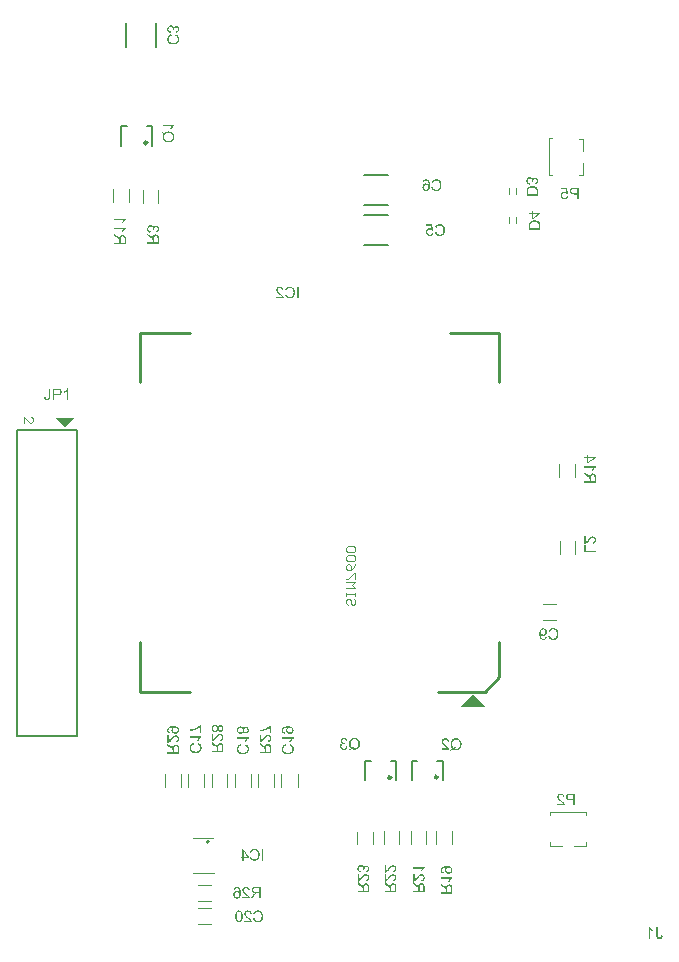
<source format=gbo>
G04*
G04 #@! TF.GenerationSoftware,Altium Limited,Altium Designer,20.1.11 (218)*
G04*
G04 Layer_Color=32896*
%FSTAX24Y24*%
%MOIN*%
G70*
G04*
G04 #@! TF.SameCoordinates,265BAA9A-0927-4A7B-A448-E96A6529A9FE*
G04*
G04*
G04 #@! TF.FilePolarity,Positive*
G04*
G01*
G75*
%ADD10C,0.0080*%
%ADD12C,0.0079*%
%ADD13C,0.0100*%
%ADD15C,0.0050*%
%ADD17C,0.0039*%
%ADD18C,0.0040*%
%ADD115C,0.0098*%
%ADD116C,0.0020*%
G36*
X0949Y0995D02*
X0952Y0992D01*
X0955Y0995D01*
X0949D01*
D02*
G37*
G36*
X109206Y089861D02*
X108781Y090286D01*
X108356Y089861D01*
X109206Y089861D01*
D02*
G37*
G36*
X098731Y112588D02*
X098743Y112586D01*
X098754Y112583D01*
X098763Y112579D01*
X09877Y112576D01*
X098775Y112573D01*
X098779Y112571D01*
X09878Y11257D01*
X098788Y112562D01*
X098795Y112554D01*
X098801Y112545D01*
X098805Y112536D01*
X098809Y112528D01*
X098811Y112522D01*
X098811Y11252D01*
X098812Y112518D01*
X098812Y112517D01*
Y112517D01*
X098817Y112526D01*
X098822Y112534D01*
X098828Y112541D01*
X098833Y112546D01*
X098837Y112551D01*
X098841Y112554D01*
X098844Y112556D01*
X098845Y112556D01*
X098852Y112561D01*
X09886Y112564D01*
X098868Y112567D01*
X098875Y112568D01*
X098881Y112569D01*
X098886Y11257D01*
X098889D01*
X09889D01*
X0989Y112569D01*
X098909Y112568D01*
X098917Y112566D01*
X098925Y112563D01*
X098931Y11256D01*
X098936Y112558D01*
X098938Y112556D01*
X09894Y112556D01*
X098948Y11255D01*
X098955Y112543D01*
X098961Y112537D01*
X098967Y11253D01*
X098971Y112524D01*
X098974Y112519D01*
X098976Y112516D01*
X098976Y112516D01*
Y112515D01*
X098981Y112505D01*
X098984Y112495D01*
X098987Y112485D01*
X098988Y112476D01*
X098989Y112469D01*
X09899Y112463D01*
Y112449D01*
X098989Y112441D01*
X098986Y112426D01*
X098982Y112413D01*
X098977Y112402D01*
X098975Y112397D01*
X098972Y112394D01*
X09897Y11239D01*
X098968Y112387D01*
X098966Y112385D01*
X098965Y112383D01*
X098965Y112382D01*
X098964Y112381D01*
X098953Y112371D01*
X098942Y112362D01*
X09893Y112356D01*
X098917Y11235D01*
X098907Y112347D01*
X098902Y112345D01*
X098898Y112344D01*
X098895Y112344D01*
X098893Y112343D01*
X098891Y112342D01*
X098891D01*
X098882Y11239D01*
X098895Y112392D01*
X098905Y112395D01*
X098914Y112399D01*
X098921Y112403D01*
X098927Y112407D01*
X098931Y11241D01*
X098933Y112412D01*
X098934Y112413D01*
X09894Y11242D01*
X098944Y112428D01*
X098947Y112435D01*
X098949Y112442D01*
X09895Y112449D01*
X098951Y112454D01*
Y112458D01*
X098951Y112468D01*
X098948Y112477D01*
X098946Y112485D01*
X098943Y112492D01*
X09894Y112497D01*
X098937Y112501D01*
X098935Y112503D01*
X098934Y112504D01*
X098927Y11251D01*
X09892Y112514D01*
X098913Y112517D01*
X098906Y112519D01*
X0989Y112521D01*
X098896Y112522D01*
X098892D01*
X098892D01*
X098891D01*
X098885D01*
X09888Y112521D01*
X09887Y112518D01*
X098862Y112514D01*
X098855Y112509D01*
X09885Y112505D01*
X098846Y112501D01*
X098844Y112498D01*
X098843Y112498D01*
Y112497D01*
X098838Y112488D01*
X098834Y112479D01*
X098831Y11247D01*
X09883Y112461D01*
X098829Y112454D01*
X098827Y112448D01*
Y112441D01*
X098828Y112438D01*
Y112436D01*
X098786Y11243D01*
X098788Y112437D01*
X098789Y112444D01*
X09879Y11245D01*
X098791Y112455D01*
X098791Y112458D01*
Y112463D01*
X09879Y112475D01*
X098788Y112486D01*
X098785Y112495D01*
X098781Y112503D01*
X098777Y112509D01*
X098774Y112513D01*
X098771Y112516D01*
X09877Y112517D01*
X098762Y112524D01*
X098753Y11253D01*
X098744Y112534D01*
X098735Y112536D01*
X098728Y112538D01*
X098722Y112538D01*
X09872Y112539D01*
X098718D01*
X098717D01*
X098716D01*
X098704Y112538D01*
X098693Y112535D01*
X098684Y112532D01*
X098675Y112527D01*
X098669Y112523D01*
X098664Y112519D01*
X09866Y112517D01*
X098659Y112516D01*
X098652Y112507D01*
X098646Y112497D01*
X098642Y112488D01*
X098639Y112479D01*
X098638Y112471D01*
X098637Y112465D01*
X098637Y112463D01*
Y11246D01*
X098637Y11245D01*
X098639Y11244D01*
X098642Y112432D01*
X098645Y112425D01*
X098648Y11242D01*
X098651Y112415D01*
X098653Y112413D01*
X098654Y112412D01*
X098661Y112405D01*
X09867Y1124D01*
X09868Y112395D01*
X09869Y112391D01*
X098698Y112388D01*
X098702Y112387D01*
X098705Y112386D01*
X098708Y112386D01*
X09871Y112385D01*
X098711Y112385D01*
X098712D01*
X098706Y112337D01*
X098697Y112339D01*
X098689Y11234D01*
X098673Y112345D01*
X09866Y112351D01*
X098654Y112355D01*
X098649Y112358D01*
X098644Y112361D01*
X09864Y112365D01*
X098636Y112367D01*
X098633Y11237D01*
X098631Y112372D01*
X098629Y112374D01*
X098628Y112375D01*
X098628Y112375D01*
X098623Y112382D01*
X098618Y112388D01*
X098614Y112395D01*
X09861Y112402D01*
X098605Y112416D01*
X098602Y11243D01*
X0986Y112436D01*
X098599Y112441D01*
X098599Y112446D01*
X098598Y112451D01*
X098598Y112454D01*
Y112459D01*
X098598Y11247D01*
X098599Y112479D01*
X098601Y112488D01*
X098603Y112497D01*
X098606Y112506D01*
X098609Y112513D01*
X098612Y11252D01*
X098615Y112526D01*
X098618Y112532D01*
X098622Y112537D01*
X098624Y112542D01*
X098627Y112545D01*
X098629Y112548D01*
X098631Y11255D01*
X098632Y112551D01*
X098633Y112552D01*
X098639Y112558D01*
X098647Y112564D01*
X098654Y112569D01*
X098661Y112573D01*
X098668Y112577D01*
X098675Y11258D01*
X098688Y112584D01*
X098694Y112586D01*
X0987Y112587D01*
X098705Y112588D01*
X098709Y112588D01*
X098713Y112589D01*
X098715D01*
X098717D01*
X098718D01*
X098731Y112588D01*
D02*
G37*
G36*
X098739Y112243D02*
X09873Y11224D01*
X098721Y112238D01*
X098714Y112235D01*
X098706Y112232D01*
X0987Y112229D01*
X098694Y112225D01*
X098689Y112221D01*
X098684Y112218D01*
X098679Y112215D01*
X098676Y112212D01*
X098673Y112209D01*
X09867Y112207D01*
X098668Y112205D01*
X098666Y112203D01*
X098666Y112203D01*
X098665Y112202D01*
X098661Y112196D01*
X098658Y11219D01*
X098652Y112178D01*
X098647Y112167D01*
X098644Y112155D01*
X098642Y112145D01*
X098642Y112141D01*
Y112137D01*
X098641Y112134D01*
Y11213D01*
X098642Y112117D01*
X098644Y112105D01*
X098647Y112094D01*
X09865Y112084D01*
X098653Y112076D01*
X098655Y112073D01*
X098656Y11207D01*
X098657Y112068D01*
X098658Y112066D01*
X098659Y112065D01*
Y112064D01*
X098666Y112054D01*
X098675Y112045D01*
X098684Y112037D01*
X098693Y112031D01*
X098701Y112026D01*
X098708Y112023D01*
X09871Y112022D01*
X098712Y112021D01*
X098713Y11202D01*
X098714D01*
X098728Y112016D01*
X098743Y112012D01*
X098757Y112009D01*
X09877Y112008D01*
X098776Y112007D01*
X098782Y112007D01*
X098787D01*
X098791Y112006D01*
X098794D01*
X098797D01*
X098799D01*
X098799D01*
X098814Y112007D01*
X098827Y112008D01*
X098839Y11201D01*
X09885Y112012D01*
X09886Y112014D01*
X098864Y112015D01*
X098867Y112016D01*
X09887Y112017D01*
X098871Y112017D01*
X098872Y112018D01*
X098873D01*
X098886Y112023D01*
X098897Y112029D01*
X098907Y112036D01*
X098915Y112043D01*
X098922Y112049D01*
X098926Y112054D01*
X098929Y112058D01*
X09893Y112059D01*
Y112059D01*
X098937Y112071D01*
X098943Y112084D01*
X098947Y112096D01*
X098949Y112108D01*
X098951Y112118D01*
X098951Y112123D01*
Y112127D01*
X098952Y112129D01*
Y112134D01*
X098951Y112148D01*
X098949Y11216D01*
X098946Y112171D01*
X098942Y11218D01*
X098938Y112188D01*
X098936Y112193D01*
X098933Y112196D01*
X098932Y112198D01*
X098924Y112206D01*
X098915Y112215D01*
X098905Y112221D01*
X098895Y112227D01*
X098886Y112231D01*
X098881Y112233D01*
X098878Y112234D01*
X098875Y112235D01*
X098873Y112236D01*
X098872Y112237D01*
X098871D01*
X098883Y112287D01*
X098893Y112284D01*
X098902Y11228D01*
X09891Y112276D01*
X098918Y112272D01*
X098926Y112268D01*
X098932Y112263D01*
X098939Y112258D01*
X098945Y112254D01*
X098949Y112249D01*
X098953Y112245D01*
X098957Y112241D01*
X09896Y112239D01*
X098963Y112236D01*
X098965Y112234D01*
X098965Y112233D01*
X098966Y112232D01*
X098971Y112224D01*
X098976Y112216D01*
X09898Y112209D01*
X098983Y1122D01*
X098988Y112184D01*
X098991Y112169D01*
X098993Y112162D01*
X098993Y112155D01*
X098994Y112149D01*
X098995Y112144D01*
X098995Y11214D01*
Y112135D01*
X098994Y112117D01*
X098991Y112099D01*
X098988Y112083D01*
X098986Y112076D01*
X098983Y112069D01*
X098981Y112063D01*
X098979Y112058D01*
X098977Y112053D01*
X098976Y112049D01*
X098974Y112046D01*
X098973Y112044D01*
X098972Y112042D01*
X098972Y112042D01*
X098962Y112027D01*
X098951Y112014D01*
X09894Y112003D01*
X098929Y111993D01*
X098919Y111986D01*
X098915Y111983D01*
X098911Y111981D01*
X098908Y111979D01*
X098906Y111978D01*
X098904Y111977D01*
X098903Y111977D01*
X098886Y111969D01*
X098869Y111963D01*
X098851Y111959D01*
X098835Y111957D01*
X098827Y111956D01*
X09882Y111955D01*
X098815Y111954D01*
X098809D01*
X098805Y111954D01*
X098802D01*
X0988D01*
X098799D01*
X098779Y111955D01*
X09876Y111957D01*
X098743Y11196D01*
X098734Y111962D01*
X098727Y111964D01*
X09872Y111966D01*
X098714Y111968D01*
X098709Y111969D01*
X098704Y111971D01*
X098701Y111972D01*
X098698Y111973D01*
X098696Y111974D01*
X098696D01*
X098679Y111982D01*
X098664Y111992D01*
X098652Y112002D01*
X098647Y112007D01*
X098642Y112011D01*
X098637Y112016D01*
X098633Y11202D01*
X09863Y112024D01*
X098628Y112027D01*
X098625Y112029D01*
X098624Y112032D01*
X098623Y112033D01*
X098623Y112033D01*
X098618Y112041D01*
X098614Y112049D01*
X098608Y112065D01*
X098604Y112082D01*
X098601Y112098D01*
X0986Y112106D01*
X098599Y112113D01*
X098598Y112119D01*
Y112124D01*
X098598Y112128D01*
Y112134D01*
X098598Y112145D01*
X098599Y112156D01*
X0986Y112166D01*
X098603Y112175D01*
X098605Y112184D01*
X098608Y112193D01*
X098611Y1122D01*
X098614Y112208D01*
X098617Y112214D01*
X09862Y11222D01*
X098623Y112224D01*
X098625Y112229D01*
X098628Y112231D01*
X098629Y112234D01*
X09863Y112235D01*
X09863Y112236D01*
X098637Y112244D01*
X098644Y11225D01*
X098652Y112256D01*
X098659Y112263D01*
X098675Y112273D01*
X09869Y11228D01*
X098698Y112284D01*
X098704Y112286D01*
X09871Y112289D01*
X098715Y11229D01*
X09872Y112292D01*
X098723Y112293D01*
X098725Y112294D01*
X098726D01*
X098739Y112243D01*
D02*
G37*
G36*
X107465Y105757D02*
X107421Y105751D01*
X107417Y105757D01*
X107412Y105762D01*
X107407Y105767D01*
X107403Y105771D01*
X107398Y105774D01*
X107395Y105777D01*
X107393Y105778D01*
X107392Y105779D01*
X107385Y105782D01*
X107378Y105785D01*
X107371Y105786D01*
X107365Y105788D01*
X107359Y105789D01*
X107355Y105789D01*
X107344D01*
X107337Y105788D01*
X107326Y105785D01*
X107316Y105781D01*
X107307Y105777D01*
X1073Y105773D01*
X107295Y105769D01*
X107292Y105766D01*
X107291Y105766D01*
Y105765D01*
X107284Y105756D01*
X107278Y105746D01*
X107274Y105735D01*
X107271Y105725D01*
X10727Y105716D01*
X107269Y105712D01*
Y105709D01*
X107269Y105706D01*
Y105704D01*
Y105703D01*
Y105702D01*
Y105694D01*
X10727Y105687D01*
X107272Y105673D01*
X107276Y105661D01*
X10728Y105652D01*
X107285Y105644D01*
X107289Y105638D01*
X10729Y105636D01*
X107291Y105635D01*
X107292Y105634D01*
X107292Y105634D01*
X107297Y105629D01*
X107301Y105625D01*
X107311Y105619D01*
X107321Y105614D01*
X10733Y105611D01*
X107338Y105609D01*
X107345Y105609D01*
X107347Y105608D01*
X10735D01*
X107361Y105609D01*
X10737Y105611D01*
X107378Y105614D01*
X107385Y105617D01*
X107391Y10562D01*
X107396Y105623D01*
X107398Y105625D01*
X107399Y105626D01*
X107406Y105634D01*
X107411Y105642D01*
X107416Y105651D01*
X107419Y10566D01*
X107421Y105668D01*
X107423Y105674D01*
X107423Y105677D01*
X107424Y105679D01*
Y10568D01*
Y10568D01*
X107473Y105676D01*
X107472Y105668D01*
X107471Y105659D01*
X107466Y105644D01*
X107459Y10563D01*
X107456Y105624D01*
X107453Y105619D01*
X10745Y105614D01*
X107447Y10561D01*
X107444Y105607D01*
X107441Y105604D01*
X107439Y105602D01*
X107438Y105599D01*
X107437Y105599D01*
X107436Y105598D01*
X10743Y105593D01*
X107423Y105589D01*
X107416Y105585D01*
X107408Y105582D01*
X107395Y105577D01*
X107381Y105573D01*
X107375Y105572D01*
X107368Y105571D01*
X107363Y10557D01*
X107359Y10557D01*
X107355Y105569D01*
X10735D01*
X107338Y10557D01*
X107327Y105572D01*
X107317Y105574D01*
X107307Y105577D01*
X107299Y10558D01*
X10729Y105584D01*
X107282Y105588D01*
X107276Y105593D01*
X10727Y105597D01*
X107264Y105601D01*
X10726Y105605D01*
X107256Y105609D01*
X107253Y105611D01*
X107251Y105614D01*
X10725Y105615D01*
X107249Y105616D01*
X107244Y105623D01*
X107239Y105631D01*
X107235Y105638D01*
X107231Y105646D01*
X107226Y105661D01*
X107222Y105675D01*
X107221Y105681D01*
X10722Y105688D01*
X10722Y105693D01*
X107219Y105697D01*
X107219Y105701D01*
Y105704D01*
Y105705D01*
Y105706D01*
X107219Y105716D01*
X10722Y105725D01*
X107222Y105735D01*
X107224Y105743D01*
X107227Y105751D01*
X10723Y105759D01*
X107233Y105765D01*
X107236Y105771D01*
X107239Y105777D01*
X107242Y105782D01*
X107245Y105786D01*
X107248Y10579D01*
X10725Y105792D01*
X107252Y105794D01*
X107253Y105795D01*
X107254Y105796D01*
X10726Y105802D01*
X107267Y105807D01*
X107274Y105812D01*
X107281Y105816D01*
X107289Y10582D01*
X107296Y105822D01*
X107309Y105826D01*
X107315Y105828D01*
X107321Y105829D01*
X107326Y10583D01*
X10733Y10583D01*
X107333Y105831D01*
X107346D01*
X107352Y10583D01*
X107366Y105827D01*
X107378Y105823D01*
X107389Y105819D01*
X107398Y105814D01*
X107402Y105812D01*
X107405Y10581D01*
X107408Y105809D01*
X10741Y105807D01*
X107411Y105807D01*
X107411Y105806D01*
X107391Y10591D01*
X107237D01*
Y105955D01*
X107428D01*
X107465Y105757D01*
D02*
G37*
G36*
X107694Y105966D02*
X107711Y105963D01*
X107727Y105959D01*
X107734Y105957D01*
X107741Y105955D01*
X107747Y105953D01*
X107753Y105951D01*
X107757Y105949D01*
X107761Y105947D01*
X107764Y105946D01*
X107766Y105944D01*
X107768Y105944D01*
X107769Y105943D01*
X107784Y105934D01*
X107796Y105923D01*
X107807Y105912D01*
X107817Y105901D01*
X107824Y105891D01*
X107827Y105886D01*
X107829Y105882D01*
X107831Y10588D01*
X107832Y105877D01*
X107833Y105876D01*
X107834Y105875D01*
X107841Y105858D01*
X107847Y10584D01*
X107851Y105822D01*
X107854Y105806D01*
X107855Y105799D01*
X107855Y105792D01*
X107856Y105786D01*
Y105781D01*
X107856Y105777D01*
Y105774D01*
Y105771D01*
Y105771D01*
X107855Y105751D01*
X107853Y105731D01*
X10785Y105714D01*
X107848Y105706D01*
X107846Y105699D01*
X107845Y105692D01*
X107842Y105686D01*
X107841Y10568D01*
X10784Y105676D01*
X107838Y105673D01*
X107837Y10567D01*
X107836Y105668D01*
Y105668D01*
X107828Y105651D01*
X107819Y105636D01*
X107809Y105623D01*
X107804Y105618D01*
X107799Y105613D01*
X107795Y105609D01*
X10779Y105605D01*
X107786Y105602D01*
X107783Y105599D01*
X107781Y105597D01*
X107779Y105595D01*
X107777Y105595D01*
X107777Y105594D01*
X107769Y10559D01*
X107761Y105586D01*
X107745Y10558D01*
X107728Y105575D01*
X107712Y105573D01*
X107704Y105572D01*
X107698Y10557D01*
X107691Y10557D01*
X107686D01*
X107682Y105569D01*
X107676D01*
X107665Y10557D01*
X107654Y105571D01*
X107644Y105572D01*
X107635Y105574D01*
X107626Y105577D01*
X107618Y10558D01*
X10761Y105583D01*
X107603Y105586D01*
X107597Y105589D01*
X10759Y105592D01*
X107586Y105594D01*
X107582Y105597D01*
X107579Y105599D01*
X107576Y1056D01*
X107575Y105602D01*
X107574Y105602D01*
X107567Y105609D01*
X10756Y105615D01*
X107554Y105623D01*
X107548Y105631D01*
X107538Y105646D01*
X10753Y105662D01*
X107527Y105669D01*
X107524Y105676D01*
X107522Y105682D01*
X10752Y105687D01*
X107518Y105691D01*
X107517Y105695D01*
X107517Y105697D01*
Y105698D01*
X107568Y10571D01*
X10757Y105701D01*
X107573Y105693D01*
X107575Y105685D01*
X107578Y105678D01*
X107582Y105671D01*
X107585Y105666D01*
X107589Y10566D01*
X107592Y105655D01*
X107595Y105651D01*
X107598Y105648D01*
X107601Y105644D01*
X107603Y105641D01*
X107605Y10564D01*
X107607Y105638D01*
X107608Y105638D01*
X107608Y105637D01*
X107614Y105633D01*
X10762Y105629D01*
X107632Y105623D01*
X107644Y105619D01*
X107655Y105616D01*
X107665Y105614D01*
X107669Y105613D01*
X107673D01*
X107676Y105613D01*
X10768D01*
X107693Y105613D01*
X107705Y105615D01*
X107716Y105618D01*
X107726Y105621D01*
X107734Y105625D01*
X107738Y105626D01*
X10774Y105628D01*
X107743Y105629D01*
X107744Y10563D01*
X107745Y10563D01*
X107746D01*
X107756Y105638D01*
X107765Y105646D01*
X107773Y105656D01*
X107779Y105665D01*
X107784Y105673D01*
X107787Y105679D01*
X107789Y105682D01*
X10779Y105684D01*
X10779Y105685D01*
Y105685D01*
X107795Y1057D01*
X107798Y105714D01*
X107801Y105729D01*
X107802Y105742D01*
X107803Y105748D01*
X107804Y105754D01*
Y105759D01*
X107804Y105762D01*
Y105766D01*
Y105769D01*
Y10577D01*
Y105771D01*
X107804Y105785D01*
X107802Y105799D01*
X1078Y105811D01*
X107798Y105822D01*
X107796Y105831D01*
X107795Y105835D01*
X107794Y105838D01*
X107794Y105841D01*
X107793Y105843D01*
X107792Y105844D01*
Y105845D01*
X107787Y105857D01*
X107781Y105869D01*
X107774Y105878D01*
X107767Y105887D01*
X107761Y105893D01*
X107756Y105898D01*
X107752Y105901D01*
X107751Y105902D01*
X107751D01*
X107739Y105909D01*
X107726Y105915D01*
X107714Y105918D01*
X107703Y105921D01*
X107692Y105922D01*
X107688Y105923D01*
X107684D01*
X107681Y105923D01*
X107676D01*
X107663Y105923D01*
X10765Y105921D01*
X107639Y105917D01*
X10763Y105914D01*
X107623Y10591D01*
X107617Y105907D01*
X107614Y105905D01*
X107613Y105904D01*
X107604Y105896D01*
X107595Y105886D01*
X107589Y105876D01*
X107583Y105866D01*
X107579Y105857D01*
X107577Y105853D01*
X107576Y10585D01*
X107575Y105847D01*
X107574Y105845D01*
X107573Y105843D01*
Y105843D01*
X107523Y105855D01*
X107527Y105865D01*
X10753Y105873D01*
X107534Y105882D01*
X107538Y10589D01*
X107543Y105897D01*
X107548Y105904D01*
X107552Y105911D01*
X107557Y105916D01*
X107561Y105921D01*
X107565Y105925D01*
X107569Y105929D01*
X107572Y105932D01*
X107574Y105935D01*
X107577Y105936D01*
X107578Y105937D01*
X107578Y105937D01*
X107586Y105942D01*
X107594Y105947D01*
X107602Y105951D01*
X10761Y105954D01*
X107627Y105959D01*
X107642Y105963D01*
X107649Y105964D01*
X107655Y105965D01*
X107661Y105966D01*
X107666Y105966D01*
X10767Y105967D01*
X107675D01*
X107694Y105966D01*
D02*
G37*
G36*
X10723Y107457D02*
X107241Y107456D01*
X107251Y107454D01*
X10726Y107451D01*
X107269Y107447D01*
X107277Y107444D01*
X107284Y107439D01*
X107291Y107436D01*
X107296Y107432D01*
X107302Y107427D01*
X107306Y107424D01*
X10731Y107421D01*
X107312Y107417D01*
X107315Y107415D01*
X107316Y107414D01*
X107316Y107413D01*
X107324Y107403D01*
X10733Y107392D01*
X107335Y10738D01*
X10734Y107367D01*
X107344Y107353D01*
X107347Y10734D01*
X10735Y107326D01*
X107352Y107313D01*
X107354Y107301D01*
X107355Y107289D01*
X107356Y107279D01*
X107357Y10727D01*
Y107262D01*
X107357Y107256D01*
Y107254D01*
Y107252D01*
Y107252D01*
Y107251D01*
X107357Y107234D01*
X107356Y107217D01*
X107354Y107201D01*
X107351Y107187D01*
X107349Y107174D01*
X107346Y107163D01*
X107342Y107152D01*
X107339Y107143D01*
X107335Y107135D01*
X107332Y107128D01*
X107329Y107122D01*
X107326Y107117D01*
X107324Y107113D01*
X107322Y107111D01*
X107321Y107109D01*
X10732Y107109D01*
X107313Y107101D01*
X107305Y107094D01*
X107298Y107089D01*
X10729Y107084D01*
X107281Y107079D01*
X107274Y107076D01*
X107266Y107073D01*
X107258Y107071D01*
X107251Y107069D01*
X107245Y107068D01*
X107239Y107066D01*
X107234Y107066D01*
X10723D01*
X107227Y107065D01*
X107224D01*
X107211Y107066D01*
X1072Y107068D01*
X107189Y10707D01*
X10718Y107074D01*
X107173Y107076D01*
X107167Y107079D01*
X107165Y10708D01*
X107163Y107081D01*
X107163Y107081D01*
X107162D01*
X107153Y107088D01*
X107144Y107096D01*
X107137Y107104D01*
X10713Y107111D01*
X107125Y107119D01*
X107122Y107124D01*
X107121Y107126D01*
X10712Y107128D01*
X107119Y107129D01*
Y107129D01*
X107114Y107141D01*
X10711Y107153D01*
X107107Y107164D01*
X107105Y107175D01*
X107104Y107184D01*
Y107187D01*
X107103Y10719D01*
Y107193D01*
Y107195D01*
Y107196D01*
Y107196D01*
X107104Y107206D01*
X107105Y107216D01*
X107107Y107225D01*
X107108Y107234D01*
X107111Y107241D01*
X107114Y107249D01*
X107117Y107256D01*
X10712Y107262D01*
X107123Y107267D01*
X107126Y107272D01*
X107129Y107276D01*
X107132Y10728D01*
X107133Y107283D01*
X107135Y107285D01*
X107136Y107286D01*
X107137Y107286D01*
X107143Y107292D01*
X107149Y107298D01*
X107157Y107302D01*
X107163Y107306D01*
X10717Y10731D01*
X107177Y107313D01*
X107189Y107317D01*
X107195Y107318D01*
X1072Y10732D01*
X107205Y10732D01*
X107209Y107321D01*
X107213Y107321D01*
X107217D01*
X107227Y107321D01*
X107236Y107319D01*
X107245Y107317D01*
X107253Y107315D01*
X10726Y107312D01*
X107265Y107311D01*
X107268Y107309D01*
X107269Y107308D01*
X107269D01*
X107278Y107303D01*
X107286Y107297D01*
X107293Y107291D01*
X107299Y107284D01*
X107304Y107279D01*
X107308Y107274D01*
X10731Y107271D01*
X10731Y10727D01*
Y10728D01*
X10731Y10729D01*
X107309Y107299D01*
X107308Y107308D01*
X107308Y107316D01*
X107306Y107323D01*
X107305Y10733D01*
X107304Y107336D01*
X107303Y107341D01*
X107301Y107346D01*
X1073Y10735D01*
X1073Y107353D01*
X107299Y107355D01*
X107298Y107357D01*
X107298Y107358D01*
Y107358D01*
X107292Y10737D01*
X107286Y10738D01*
X10728Y107387D01*
X107275Y107394D01*
X10727Y1074D01*
X107266Y107403D01*
X107263Y107406D01*
X107262Y107406D01*
X107255Y107411D01*
X107249Y107413D01*
X107242Y107416D01*
X107235Y107417D01*
X10723Y107418D01*
X107226Y107419D01*
X107222D01*
X107212Y107418D01*
X107203Y107416D01*
X107195Y107412D01*
X107188Y107409D01*
X107182Y107405D01*
X107178Y107402D01*
X107176Y1074D01*
X107175Y107398D01*
X107171Y107393D01*
X107167Y107387D01*
X107164Y107381D01*
X107162Y107374D01*
X107159Y107368D01*
X107158Y107363D01*
X107157Y10736D01*
X107157Y107359D01*
Y107358D01*
X107109Y107362D01*
X107113Y107378D01*
X107118Y107392D01*
X107123Y107404D01*
X107129Y107414D01*
X107135Y107422D01*
X107138Y107425D01*
X10714Y107428D01*
X107142Y107429D01*
X107144Y107431D01*
X107144Y107432D01*
X107145Y107432D01*
X10715Y107437D01*
X107157Y107441D01*
X107169Y107447D01*
X107181Y107452D01*
X107193Y107454D01*
X107203Y107457D01*
X107208Y107457D01*
X107211D01*
X107215Y107458D01*
X107219D01*
X10723Y107457D01*
D02*
G37*
G36*
X107576Y107462D02*
X107593Y107459D01*
X107609Y107456D01*
X107616Y107453D01*
X107623Y107451D01*
X107629Y107449D01*
X107634Y107447D01*
X107639Y107445D01*
X107643Y107443D01*
X107646Y107442D01*
X107648Y107441D01*
X10765Y10744D01*
X10765Y107439D01*
X107665Y10743D01*
X107678Y107419D01*
X107689Y107408D01*
X107699Y107397D01*
X107706Y107387D01*
X107709Y107382D01*
X107711Y107378D01*
X107713Y107376D01*
X107714Y107373D01*
X107715Y107372D01*
X107715Y107371D01*
X107723Y107354D01*
X107729Y107336D01*
X107733Y107318D01*
X107735Y107302D01*
X107737Y107295D01*
X107737Y107288D01*
X107738Y107282D01*
Y107277D01*
X107738Y107273D01*
Y10727D01*
Y107267D01*
Y107267D01*
X107737Y107247D01*
X107735Y107227D01*
X107732Y10721D01*
X10773Y107202D01*
X107728Y107195D01*
X107727Y107188D01*
X107724Y107182D01*
X107723Y107176D01*
X107722Y107172D01*
X10772Y107169D01*
X107719Y107166D01*
X107718Y107164D01*
Y107164D01*
X10771Y107147D01*
X1077Y107132D01*
X10769Y107119D01*
X107685Y107114D01*
X107681Y107109D01*
X107677Y107105D01*
X107672Y107101D01*
X107668Y107098D01*
X107665Y107095D01*
X107663Y107093D01*
X10766Y107091D01*
X107659Y107091D01*
X107659Y10709D01*
X107651Y107086D01*
X107643Y107082D01*
X107627Y107076D01*
X10761Y107071D01*
X107594Y107069D01*
X107586Y107068D01*
X107579Y107066D01*
X107573Y107066D01*
X107568D01*
X107564Y107065D01*
X107558D01*
X107547Y107066D01*
X107536Y107067D01*
X107526Y107068D01*
X107517Y10707D01*
X107508Y107073D01*
X1075Y107076D01*
X107492Y107079D01*
X107485Y107082D01*
X107478Y107085D01*
X107472Y107088D01*
X107468Y10709D01*
X107463Y107093D01*
X107461Y107095D01*
X107458Y107096D01*
X107457Y107098D01*
X107456Y107098D01*
X107448Y107105D01*
X107442Y107111D01*
X107436Y107119D01*
X10743Y107127D01*
X10742Y107143D01*
X107412Y107158D01*
X107409Y107165D01*
X107406Y107172D01*
X107404Y107178D01*
X107402Y107183D01*
X1074Y107187D01*
X107399Y107191D01*
X107399Y107193D01*
Y107194D01*
X10745Y107206D01*
X107452Y107197D01*
X107455Y107189D01*
X107457Y107181D01*
X10746Y107174D01*
X107463Y107168D01*
X107467Y107162D01*
X107471Y107156D01*
X107474Y107151D01*
X107477Y107147D01*
X10748Y107144D01*
X107483Y10714D01*
X107485Y107138D01*
X107487Y107136D01*
X107489Y107134D01*
X10749Y107134D01*
X10749Y107133D01*
X107496Y107129D01*
X107502Y107125D01*
X107514Y107119D01*
X107526Y107115D01*
X107537Y107112D01*
X107547Y10711D01*
X107551Y107109D01*
X107555D01*
X107558Y107109D01*
X107562D01*
X107575Y107109D01*
X107587Y107111D01*
X107598Y107114D01*
X107608Y107118D01*
X107616Y107121D01*
X107619Y107123D01*
X107622Y107124D01*
X107624Y107125D01*
X107626Y107126D01*
X107627Y107126D01*
X107628D01*
X107638Y107134D01*
X107647Y107143D01*
X107655Y107152D01*
X107661Y107161D01*
X107666Y107169D01*
X107669Y107175D01*
X10767Y107178D01*
X107672Y10718D01*
X107672Y107181D01*
Y107181D01*
X107677Y107196D01*
X10768Y10721D01*
X107683Y107225D01*
X107684Y107238D01*
X107685Y107244D01*
X107685Y10725D01*
Y107255D01*
X107686Y107259D01*
Y107262D01*
Y107265D01*
Y107266D01*
Y107267D01*
X107685Y107281D01*
X107684Y107295D01*
X107682Y107307D01*
X10768Y107318D01*
X107678Y107327D01*
X107677Y107331D01*
X107676Y107335D01*
X107675Y107337D01*
X107675Y107339D01*
X107674Y10734D01*
Y107341D01*
X107669Y107353D01*
X107663Y107365D01*
X107656Y107375D01*
X107649Y107383D01*
X107643Y10739D01*
X107638Y107394D01*
X107634Y107397D01*
X107633Y107398D01*
X107633D01*
X107621Y107405D01*
X107608Y107411D01*
X107596Y107414D01*
X107584Y107417D01*
X107574Y107418D01*
X107569Y107419D01*
X107566D01*
X107563Y107419D01*
X107558D01*
X107544Y107419D01*
X107532Y107417D01*
X107521Y107413D01*
X107512Y10741D01*
X107505Y107406D01*
X107499Y107403D01*
X107496Y107401D01*
X107495Y1074D01*
X107486Y107392D01*
X107477Y107382D01*
X107471Y107372D01*
X107465Y107362D01*
X107461Y107353D01*
X107459Y107349D01*
X107458Y107346D01*
X107457Y107343D01*
X107456Y107341D01*
X107455Y10734D01*
Y107339D01*
X107405Y107351D01*
X107409Y107361D01*
X107412Y10737D01*
X107416Y107378D01*
X10742Y107386D01*
X107425Y107393D01*
X10743Y1074D01*
X107434Y107407D01*
X107438Y107412D01*
X107443Y107417D01*
X107447Y107421D01*
X107451Y107425D01*
X107453Y107428D01*
X107456Y107431D01*
X107458Y107432D01*
X10746Y107433D01*
X10746Y107433D01*
X107468Y107438D01*
X107476Y107443D01*
X107483Y107447D01*
X107492Y107451D01*
X107508Y107456D01*
X107523Y107459D01*
X107531Y107461D01*
X107537Y107461D01*
X107543Y107462D01*
X107548Y107462D01*
X107552Y107463D01*
X107557D01*
X107576Y107462D01*
D02*
G37*
G36*
X111142Y092497D02*
X111151Y092495D01*
X11116Y092494D01*
X111167Y092492D01*
X111182Y092485D01*
X111189Y092483D01*
X111195Y092479D01*
X1112Y092476D01*
X111205Y092473D01*
X111209Y092469D01*
X111212Y092467D01*
X111215Y092464D01*
X111217Y092463D01*
X111218Y092462D01*
X111218Y092461D01*
X111225Y092454D01*
X11123Y092447D01*
X111235Y092439D01*
X111238Y092432D01*
X111242Y092423D01*
X111245Y092416D01*
X111248Y092401D01*
X11125Y092394D01*
X111251Y092388D01*
X111252Y092382D01*
X111252Y092377D01*
X111253Y092373D01*
Y09237D01*
Y092368D01*
Y092367D01*
X111252Y092357D01*
X111251Y092347D01*
X11125Y092338D01*
X111248Y092329D01*
X111245Y092321D01*
X111242Y092313D01*
X11124Y092307D01*
X111236Y092301D01*
X111233Y092295D01*
X111231Y09229D01*
X111228Y092286D01*
X111225Y092282D01*
X111223Y09228D01*
X111222Y092278D01*
X111221Y092277D01*
X11122Y092276D01*
X111214Y09227D01*
X111207Y092265D01*
X111201Y09226D01*
X111193Y092256D01*
X111187Y092253D01*
X11118Y09225D01*
X111167Y092246D01*
X111162Y092245D01*
X111156Y092244D01*
X111152Y092243D01*
X111147Y092242D01*
X111144Y092242D01*
X11114D01*
X111129Y092242D01*
X111119Y092244D01*
X11111Y092246D01*
X111102Y092249D01*
X111096Y092251D01*
X111091Y092254D01*
X111087Y092255D01*
X111086Y092256D01*
X111077Y092261D01*
X11107Y092267D01*
X111063Y092273D01*
X111058Y092279D01*
X111054Y092285D01*
X11105Y092288D01*
X111048Y092291D01*
X111048Y092292D01*
Y092288D01*
Y092285D01*
Y092283D01*
Y092283D01*
X111048Y092272D01*
X111049Y092261D01*
X11105Y092252D01*
X111051Y092243D01*
X111053Y092236D01*
X111054Y09223D01*
X111054Y092228D01*
Y092226D01*
X111055Y092226D01*
Y092225D01*
X111058Y092215D01*
X11106Y092206D01*
X111063Y092199D01*
X111066Y092192D01*
X111068Y092187D01*
X11107Y092183D01*
X111071Y09218D01*
X111072Y09218D01*
X111076Y092174D01*
X111081Y092169D01*
X111085Y092164D01*
X11109Y09216D01*
X111093Y092157D01*
X111096Y092155D01*
X111099Y092154D01*
X111099Y092153D01*
X111105Y09215D01*
X111112Y092147D01*
X111118Y092146D01*
X111124Y092145D01*
X111129Y092144D01*
X111133Y092144D01*
X111137D01*
X111146Y092144D01*
X111154Y092146D01*
X111161Y092148D01*
X111167Y092151D01*
X111172Y092153D01*
X111176Y092155D01*
X111178Y092157D01*
X111179Y092157D01*
X111184Y092164D01*
X111188Y092171D01*
X111192Y092179D01*
X111195Y092186D01*
X111197Y092193D01*
X111199Y092199D01*
X1112Y092201D01*
Y092202D01*
X1112Y092204D01*
Y092204D01*
X111246Y0922D01*
X111242Y092184D01*
X111238Y09217D01*
X111232Y092158D01*
X111227Y092148D01*
X111221Y09214D01*
X111218Y092137D01*
X111216Y092134D01*
X111215Y092133D01*
X111213Y092131D01*
X111212Y09213D01*
X111212Y09213D01*
X111206Y092125D01*
X1112Y092121D01*
X111188Y092115D01*
X111176Y092111D01*
X111164Y092108D01*
X111154Y092106D01*
X111149Y092105D01*
X111145D01*
X111142Y092105D01*
X111138D01*
X111122Y092106D01*
X111109Y092108D01*
X111096Y092112D01*
X111085Y092116D01*
X111081Y092118D01*
X111076Y09212D01*
X111073Y092123D01*
X11107Y092124D01*
X111068Y092125D01*
X111066Y092126D01*
X111065Y092128D01*
X111064D01*
X111053Y092137D01*
X111043Y092147D01*
X111035Y092159D01*
X111029Y092169D01*
X111023Y092179D01*
X111021Y092183D01*
X111019Y092186D01*
X111018Y09219D01*
X111017Y092192D01*
X111016Y092193D01*
Y092194D01*
X111014Y092202D01*
X111011Y092211D01*
X111007Y09223D01*
X111004Y09225D01*
X111003Y092269D01*
X111001Y092277D01*
X111001Y092286D01*
Y092293D01*
X111Y092299D01*
Y092304D01*
Y092308D01*
Y092311D01*
Y092311D01*
Y092324D01*
X111001Y092336D01*
X111002Y092347D01*
X111003Y092358D01*
X111004Y092367D01*
X111005Y092376D01*
X111007Y092384D01*
X111009Y092392D01*
X11101Y092398D01*
X111011Y092403D01*
X111013Y092408D01*
X111014Y092412D01*
X111015Y092415D01*
X111016Y092417D01*
X111017Y092418D01*
Y092419D01*
X111024Y092432D01*
X111031Y092444D01*
X111039Y092454D01*
X111046Y092462D01*
X111054Y092468D01*
X111059Y092473D01*
X111061Y092474D01*
X111063Y092476D01*
X111064Y092477D01*
X111064D01*
X111076Y092483D01*
X111087Y092488D01*
X111099Y092492D01*
X11111Y092494D01*
X111119Y092496D01*
X111123Y092497D01*
X111126D01*
X111129Y092497D01*
X111132D01*
X111142Y092497D01*
D02*
G37*
G36*
X111473Y092501D02*
X111491Y092498D01*
X111507Y092495D01*
X111514Y092493D01*
X11152Y09249D01*
X111526Y092488D01*
X111532Y092486D01*
X111536Y092484D01*
X111541Y092483D01*
X111544Y092481D01*
X111546Y09248D01*
X111548Y092479D01*
X111548Y092479D01*
X111563Y092469D01*
X111576Y092458D01*
X111587Y092447D01*
X111596Y092436D01*
X111604Y092426D01*
X111606Y092422D01*
X111609Y092418D01*
X111611Y092415D01*
X111612Y092413D01*
X111613Y092411D01*
X111613Y092411D01*
X111621Y092393D01*
X111626Y092376D01*
X11163Y092358D01*
X111633Y092342D01*
X111634Y092335D01*
X111635Y092327D01*
X111635Y092322D01*
Y092316D01*
X111636Y092312D01*
Y092309D01*
Y092307D01*
Y092306D01*
X111635Y092286D01*
X111632Y092267D01*
X11163Y09225D01*
X111628Y092241D01*
X111626Y092234D01*
X111624Y092227D01*
X111622Y092221D01*
X11162Y092216D01*
X111619Y092211D01*
X111618Y092208D01*
X111617Y092205D01*
X111616Y092204D01*
Y092203D01*
X111608Y092186D01*
X111598Y092171D01*
X111588Y092159D01*
X111583Y092154D01*
X111579Y092149D01*
X111574Y092144D01*
X11157Y09214D01*
X111566Y092137D01*
X111563Y092135D01*
X11156Y092133D01*
X111558Y092131D01*
X111557Y09213D01*
X111556Y09213D01*
X111549Y092125D01*
X111541Y092121D01*
X111524Y092115D01*
X111508Y092111D01*
X111492Y092108D01*
X111484Y092107D01*
X111477Y092106D01*
X111471Y092105D01*
X111466D01*
X111462Y092105D01*
X111455D01*
X111444Y092105D01*
X111434Y092106D01*
X111424Y092108D01*
X111414Y09211D01*
X111405Y092113D01*
X111397Y092115D01*
X111389Y092118D01*
X111382Y092121D01*
X111376Y092124D01*
X11137Y092127D01*
X111366Y09213D01*
X111361Y092133D01*
X111358Y092135D01*
X111356Y092136D01*
X111354Y092137D01*
X111354Y092137D01*
X111346Y092144D01*
X111339Y092151D01*
X111333Y092159D01*
X111327Y092166D01*
X111317Y092182D01*
X111309Y092197D01*
X111306Y092205D01*
X111303Y092211D01*
X111301Y092217D01*
X111299Y092222D01*
X111298Y092227D01*
X111297Y09223D01*
X111296Y092232D01*
Y092233D01*
X111347Y092246D01*
X111349Y092237D01*
X111352Y092229D01*
X111355Y092221D01*
X111358Y092214D01*
X111361Y092207D01*
X111364Y092201D01*
X111368Y092196D01*
X111372Y092191D01*
X111374Y092186D01*
X111378Y092183D01*
X111381Y09218D01*
X111383Y092177D01*
X111385Y092175D01*
X111387Y092174D01*
X111387Y092173D01*
X111388Y092172D01*
X111393Y092168D01*
X111399Y092165D01*
X111412Y092159D01*
X111423Y092154D01*
X111435Y092151D01*
X111445Y092149D01*
X111449Y092149D01*
X111453D01*
X111456Y092148D01*
X11146D01*
X111473Y092149D01*
X111485Y092151D01*
X111496Y092154D01*
X111506Y092157D01*
X111514Y09216D01*
X111517Y092162D01*
X11152Y092163D01*
X111522Y092164D01*
X111524Y092165D01*
X111525Y092166D01*
X111525D01*
X111536Y092174D01*
X111545Y092182D01*
X111553Y092191D01*
X111559Y0922D01*
X111564Y092208D01*
X111567Y092215D01*
X111568Y092217D01*
X111569Y092219D01*
X11157Y09222D01*
Y092221D01*
X111574Y092235D01*
X111578Y09225D01*
X11158Y092264D01*
X111582Y092277D01*
X111583Y092283D01*
X111583Y092289D01*
Y092294D01*
X111584Y092298D01*
Y092301D01*
Y092304D01*
Y092306D01*
Y092306D01*
X111583Y092321D01*
X111582Y092334D01*
X11158Y092346D01*
X111578Y092357D01*
X111576Y092367D01*
X111575Y092371D01*
X111574Y092374D01*
X111573Y092377D01*
X111573Y092378D01*
X111572Y092379D01*
Y09238D01*
X111566Y092393D01*
X11156Y092404D01*
X111554Y092414D01*
X111546Y092422D01*
X11154Y092429D01*
X111535Y092433D01*
X111531Y092436D01*
X111531Y092437D01*
X11153D01*
X111519Y092444D01*
X111506Y09245D01*
X111494Y092454D01*
X111482Y092456D01*
X111472Y092458D01*
X111467Y092458D01*
X111463D01*
X11146Y092459D01*
X111456D01*
X111442Y092458D01*
X111429Y092456D01*
X111419Y092453D01*
X111409Y092449D01*
X111402Y092446D01*
X111397Y092443D01*
X111393Y092441D01*
X111392Y092439D01*
X111383Y092431D01*
X111375Y092422D01*
X111368Y092412D01*
X111363Y092402D01*
X111358Y092393D01*
X111357Y092388D01*
X111356Y092385D01*
X111354Y092382D01*
X111353Y09238D01*
X111353Y092379D01*
Y092378D01*
X111303Y09239D01*
X111306Y0924D01*
X111309Y092409D01*
X111314Y092417D01*
X111318Y092426D01*
X111322Y092433D01*
X111327Y092439D01*
X111332Y092446D01*
X111336Y092452D01*
X111341Y092456D01*
X111344Y092461D01*
X111348Y092464D01*
X111351Y092467D01*
X111354Y09247D01*
X111356Y092472D01*
X111357Y092472D01*
X111358Y092473D01*
X111366Y092478D01*
X111373Y092483D01*
X111381Y092487D01*
X111389Y09249D01*
X111406Y092495D01*
X111421Y092498D01*
X111428Y0925D01*
X111434Y0925D01*
X11144Y092501D01*
X111445Y092502D01*
X111449Y092502D01*
X111455D01*
X111473Y092501D01*
D02*
G37*
G36*
X102357Y103879D02*
X102366Y103879D01*
X102375Y103877D01*
X102384Y103875D01*
X102391Y103873D01*
X102399Y103871D01*
X102405Y103868D01*
X102411Y103865D01*
X102417Y103863D01*
X102421Y10386D01*
X102425Y103858D01*
X102429Y103856D01*
X102431Y103854D01*
X102433Y103852D01*
X102434Y103852D01*
X102435Y103851D01*
X10244Y103846D01*
X102445Y103839D01*
X10245Y103833D01*
X102454Y103826D01*
X102461Y103813D01*
X102465Y103799D01*
X102467Y103793D01*
X102469Y103787D01*
X10247Y103782D01*
X102471Y103778D01*
X102471Y103774D01*
Y103771D01*
X102472Y103769D01*
Y103769D01*
X102424Y103764D01*
X102423Y103777D01*
X10242Y103788D01*
X102417Y103798D01*
X102413Y103806D01*
X10241Y103812D01*
X102406Y103817D01*
X102404Y103819D01*
X102403Y103821D01*
X102395Y103827D01*
X102386Y103832D01*
X102376Y103836D01*
X102368Y103838D01*
X10236Y10384D01*
X102354Y103841D01*
X102351Y103841D01*
X102348D01*
X102337Y103841D01*
X102326Y103838D01*
X102317Y103835D01*
X102309Y103832D01*
X102303Y103828D01*
X102299Y103825D01*
X102297Y103823D01*
X102295Y103822D01*
X102289Y103814D01*
X102284Y103806D01*
X10228Y103798D01*
X102278Y103791D01*
X102276Y103784D01*
X102275Y103779D01*
X102275Y103776D01*
Y103775D01*
Y103774D01*
X102276Y103764D01*
X102278Y103754D01*
X102282Y103745D01*
X102286Y103736D01*
X10229Y103728D01*
X102294Y103722D01*
X102295Y10372D01*
X102297Y103718D01*
X102298Y103718D01*
Y103717D01*
X102302Y103711D01*
X102308Y103705D01*
X102314Y103698D01*
X10232Y103692D01*
X102334Y103678D01*
X102348Y103665D01*
X102355Y103659D01*
X102361Y103653D01*
X102368Y103649D01*
X102373Y103644D01*
X102376Y103641D01*
X10238Y103638D01*
X102382Y103636D01*
X102383Y103636D01*
X102396Y103624D01*
X102409Y103613D01*
X10242Y103603D01*
X102428Y103595D01*
X102435Y103587D01*
X10244Y103582D01*
X102443Y103579D01*
X102444Y103579D01*
Y103578D01*
X102452Y103569D01*
X102458Y10356D01*
X102464Y103551D01*
X102468Y103543D01*
X102471Y103536D01*
X102474Y103531D01*
X102475Y103528D01*
X102475Y103528D01*
Y103527D01*
X102477Y103521D01*
X102479Y103515D01*
X10248Y10351D01*
X10248Y103505D01*
X102481Y1035D01*
Y103497D01*
Y103495D01*
Y103494D01*
X102226D01*
Y10354D01*
X102415D01*
X102409Y103549D01*
X102405Y103553D01*
X102403Y103557D01*
X1024Y10356D01*
X102398Y103562D01*
X102396Y103564D01*
X102395Y103565D01*
X102393Y103567D01*
X102389Y10357D01*
X102381Y103577D01*
X102373Y103586D01*
X102363Y103594D01*
X102354Y103601D01*
X10235Y103605D01*
X102347Y103608D01*
X102344Y10361D01*
X102342Y103612D01*
X102341Y103613D01*
X10234Y103614D01*
X102331Y103621D01*
X102323Y103629D01*
X102315Y103636D01*
X102308Y103642D01*
X102301Y103648D01*
X102295Y103653D01*
X10229Y103658D01*
X102285Y103663D01*
X102281Y103667D01*
X102278Y103671D01*
X102275Y103673D01*
X102272Y103676D01*
X102269Y10368D01*
X102268Y103681D01*
X10226Y10369D01*
X102254Y103698D01*
X102248Y103707D01*
X102244Y103713D01*
X10224Y10372D01*
X102238Y103724D01*
X102237Y103727D01*
X102237Y103728D01*
X102233Y103736D01*
X102231Y103745D01*
X102229Y103752D01*
X102228Y103759D01*
X102227Y103765D01*
X102227Y103769D01*
Y103772D01*
Y103773D01*
X102227Y103782D01*
X102228Y103789D01*
X102229Y103797D01*
X102232Y103804D01*
X102237Y103817D01*
X102243Y103828D01*
X102246Y103833D01*
X102249Y103837D01*
X102252Y103841D01*
X102254Y103843D01*
X102257Y103846D01*
X102258Y103848D01*
X102259Y103848D01*
X102259Y103849D01*
X102265Y103854D01*
X102272Y103859D01*
X102279Y103863D01*
X102287Y103867D01*
X102301Y103872D01*
X102315Y103876D01*
X102322Y103877D01*
X102328Y103878D01*
X102333Y103879D01*
X102338Y103879D01*
X102341Y10388D01*
X102347D01*
X102357Y103879D01*
D02*
G37*
G36*
X102694Y103884D02*
X102712Y103881D01*
X102728Y103878D01*
X102735Y103875D01*
X102742Y103873D01*
X102748Y103871D01*
X102753Y103869D01*
X102758Y103867D01*
X102762Y103865D01*
X102765Y103864D01*
X102767Y103863D01*
X102769Y103862D01*
X102769Y103862D01*
X102784Y103852D01*
X102797Y103841D01*
X102808Y10383D01*
X102818Y103819D01*
X102825Y103809D01*
X102828Y103804D01*
X10283Y103801D01*
X102832Y103798D01*
X102833Y103796D01*
X102834Y103794D01*
X102834Y103793D01*
X102842Y103776D01*
X102848Y103758D01*
X102852Y103741D01*
X102854Y103725D01*
X102855Y103717D01*
X102856Y10371D01*
X102857Y103705D01*
Y103699D01*
X102857Y103695D01*
Y103692D01*
Y10369D01*
Y103689D01*
X102856Y103669D01*
X102854Y10365D01*
X102851Y103632D01*
X102849Y103624D01*
X102847Y103617D01*
X102845Y10361D01*
X102843Y103604D01*
X102842Y103599D01*
X10284Y103594D01*
X102839Y103591D01*
X102838Y103588D01*
X102837Y103586D01*
Y103586D01*
X102829Y103569D01*
X102819Y103554D01*
X102809Y103541D01*
X102804Y103536D01*
X1028Y103531D01*
X102795Y103527D01*
X102791Y103523D01*
X102787Y10352D01*
X102784Y103518D01*
X102782Y103515D01*
X102779Y103514D01*
X102778Y103513D01*
X102778Y103513D01*
X10277Y103508D01*
X102762Y103504D01*
X102746Y103498D01*
X102729Y103494D01*
X102713Y103491D01*
X102705Y10349D01*
X102698Y103489D01*
X102692Y103488D01*
X102687D01*
X102683Y103488D01*
X102677D01*
X102666Y103488D01*
X102655Y103489D01*
X102645Y10349D01*
X102636Y103493D01*
X102627Y103495D01*
X102618Y103498D01*
X102611Y103501D01*
X102603Y103504D01*
X102597Y103507D01*
X102591Y10351D01*
X102587Y103513D01*
X102582Y103515D01*
X10258Y103518D01*
X102577Y103519D01*
X102576Y10352D01*
X102575Y10352D01*
X102567Y103527D01*
X102561Y103534D01*
X102555Y103541D01*
X102549Y103549D01*
X102539Y103565D01*
X102531Y10358D01*
X102527Y103587D01*
X102525Y103594D01*
X102522Y1036D01*
X102521Y103605D01*
X102519Y10361D01*
X102518Y103613D01*
X102517Y103615D01*
Y103616D01*
X102568Y103629D01*
X102571Y10362D01*
X102573Y103611D01*
X102576Y103604D01*
X102579Y103596D01*
X102582Y10359D01*
X102586Y103584D01*
X10259Y103579D01*
X102593Y103574D01*
X102596Y103569D01*
X102599Y103566D01*
X102602Y103562D01*
X102604Y10356D01*
X102606Y103558D01*
X102608Y103556D01*
X102608Y103556D01*
X102609Y103555D01*
X102615Y103551D01*
X102621Y103547D01*
X102633Y103541D01*
X102645Y103537D01*
X102656Y103534D01*
X102666Y103532D01*
X10267Y103531D01*
X102674D01*
X102677Y103531D01*
X102681D01*
X102694Y103531D01*
X102706Y103534D01*
X102717Y103536D01*
X102727Y10354D01*
X102735Y103543D01*
X102738Y103545D01*
X102741Y103546D01*
X102743Y103547D01*
X102745Y103548D01*
X102746Y103549D01*
X102747D01*
X102757Y103556D01*
X102766Y103565D01*
X102774Y103574D01*
X10278Y103583D01*
X102785Y103591D01*
X102788Y103597D01*
X102789Y1036D01*
X10279Y103602D01*
X102791Y103603D01*
Y103604D01*
X102795Y103618D01*
X102799Y103632D01*
X102802Y103647D01*
X102803Y10366D01*
X102804Y103666D01*
X102804Y103672D01*
Y103677D01*
X102805Y103681D01*
Y103684D01*
Y103687D01*
Y103688D01*
Y103689D01*
X102804Y103703D01*
X102803Y103717D01*
X102801Y103729D01*
X102799Y10374D01*
X102797Y10375D01*
X102796Y103753D01*
X102795Y103757D01*
X102794Y103759D01*
X102794Y103761D01*
X102793Y103762D01*
Y103763D01*
X102788Y103776D01*
X102782Y103787D01*
X102775Y103797D01*
X102768Y103805D01*
X102762Y103812D01*
X102757Y103816D01*
X102753Y103819D01*
X102752Y10382D01*
X102752D01*
X10274Y103827D01*
X102727Y103833D01*
X102715Y103837D01*
X102703Y103839D01*
X102693Y103841D01*
X102688Y103841D01*
X102684D01*
X102682Y103842D01*
X102677D01*
X102663Y103841D01*
X102651Y103839D01*
X10264Y103836D01*
X102631Y103832D01*
X102623Y103828D01*
X102618Y103826D01*
X102615Y103823D01*
X102613Y103822D01*
X102605Y103814D01*
X102596Y103804D01*
X10259Y103794D01*
X102584Y103784D01*
X10258Y103776D01*
X102578Y103771D01*
X102577Y103768D01*
X102576Y103765D01*
X102575Y103763D01*
X102574Y103762D01*
Y103761D01*
X102524Y103773D01*
X102527Y103783D01*
X102531Y103792D01*
X102535Y1038D01*
X102539Y103808D01*
X102544Y103816D01*
X102549Y103822D01*
X102553Y103829D01*
X102557Y103834D01*
X102562Y103839D01*
X102566Y103843D01*
X10257Y103847D01*
X102572Y10385D01*
X102575Y103853D01*
X102577Y103854D01*
X102578Y103855D01*
X102579Y103856D01*
X102587Y103861D01*
X102595Y103865D01*
X102602Y103869D01*
X102611Y103873D01*
X102627Y103878D01*
X102642Y103881D01*
X10265Y103883D01*
X102656Y103883D01*
X102662Y103884D01*
X102667Y103884D01*
X102671Y103885D01*
X102676D01*
X102694Y103884D01*
D02*
G37*
G36*
X102983Y103494D02*
X102932D01*
Y103878D01*
X102983D01*
Y103494D01*
D02*
G37*
G36*
X112547Y095365D02*
X112557Y095372D01*
X112561Y095375D01*
X112565Y095378D01*
X112568Y095381D01*
X11257Y095383D01*
X112572Y095384D01*
X112572Y095385D01*
X112575Y095388D01*
X112578Y095391D01*
X112585Y095399D01*
X112594Y095408D01*
X112602Y095417D01*
X112609Y095426D01*
X112612Y09543D01*
X112616Y095433D01*
X112618Y095436D01*
X11262Y095438D01*
X112621Y095439D01*
X112621Y09544D01*
X112629Y095449D01*
X112636Y095458D01*
X112643Y095465D01*
X11265Y095473D01*
X112656Y095479D01*
X112661Y095485D01*
X112666Y09549D01*
X112671Y095495D01*
X112675Y095499D01*
X112678Y095503D01*
X112681Y095505D01*
X112684Y095508D01*
X112687Y095511D01*
X112688Y095512D01*
X112698Y09552D01*
X112706Y095527D01*
X112715Y095532D01*
X112721Y095537D01*
X112727Y09554D01*
X112732Y095542D01*
X112735Y095543D01*
X112736Y095544D01*
X112744Y095547D01*
X112752Y095549D01*
X11276Y095552D01*
X112767Y095553D01*
X112773Y095553D01*
X112777Y095554D01*
X11278D01*
X112781D01*
X112789Y095553D01*
X112797Y095552D01*
X112805Y095551D01*
X112812Y095549D01*
X112825Y095543D01*
X112836Y095538D01*
X112841Y095534D01*
X112844Y095532D01*
X112848Y095529D01*
X112851Y095526D01*
X112853Y095524D01*
X112856Y095523D01*
X112856Y095522D01*
X112857Y095521D01*
X112862Y095515D01*
X112867Y095508D01*
X112871Y095501D01*
X112874Y095494D01*
X11288Y095479D01*
X112884Y095465D01*
X112885Y095459D01*
X112886Y095453D01*
X112887Y095447D01*
X112887Y095443D01*
X112888Y095439D01*
Y095433D01*
X112887Y095423D01*
X112887Y095414D01*
X112885Y095405D01*
X112883Y095397D01*
X112881Y095389D01*
X112879Y095382D01*
X112876Y095375D01*
X112873Y095369D01*
X11287Y095363D01*
X112868Y095359D01*
X112865Y095355D01*
X112863Y095352D01*
X112862Y095349D01*
X11286Y095347D01*
X112859Y095346D01*
X112859Y095346D01*
X112853Y09534D01*
X112847Y095335D01*
X112841Y09533D01*
X112834Y095326D01*
X112821Y09532D01*
X112807Y095315D01*
X112801Y095313D01*
X112795Y095312D01*
X11279Y095311D01*
X112786Y09531D01*
X112782Y095309D01*
X112779D01*
X112777Y095308D01*
X112777D01*
X112772Y095357D01*
X112784Y095358D01*
X112796Y09536D01*
X112806Y095363D01*
X112813Y095367D01*
X11282Y095371D01*
X112824Y095374D01*
X112827Y095376D01*
X112828Y095377D01*
X112835Y095386D01*
X11284Y095394D01*
X112844Y095404D01*
X112846Y095412D01*
X112848Y09542D01*
X112848Y095427D01*
X112849Y095429D01*
Y095432D01*
X112848Y095444D01*
X112846Y095454D01*
X112843Y095463D01*
X112839Y095471D01*
X112836Y095477D01*
X112833Y095481D01*
X112831Y095484D01*
X112829Y095485D01*
X112822Y095492D01*
X112814Y095497D01*
X112806Y0955D01*
X112798Y095503D01*
X112792Y095504D01*
X112787Y095505D01*
X112783Y095505D01*
X112783D01*
X112782D01*
X112772Y095504D01*
X112762Y095502D01*
X112752Y095498D01*
X112743Y095494D01*
X112736Y09549D01*
X11273Y095486D01*
X112728Y095485D01*
X112726Y095484D01*
X112726Y095483D01*
X112725D01*
X112719Y095478D01*
X112713Y095473D01*
X112706Y095467D01*
X1127Y09546D01*
X112686Y095446D01*
X112673Y095432D01*
X112667Y095425D01*
X112661Y095419D01*
X112656Y095413D01*
X112652Y095408D01*
X112648Y095404D01*
X112646Y095401D01*
X112644Y095398D01*
X112643Y095398D01*
X112632Y095384D01*
X112621Y095371D01*
X112611Y095361D01*
X112602Y095352D01*
X112595Y095345D01*
X11259Y09534D01*
X112587Y095337D01*
X112586Y095336D01*
X112586D01*
X112576Y095328D01*
X112567Y095322D01*
X112559Y095317D01*
X112551Y095312D01*
X112544Y095309D01*
X112539Y095307D01*
X112536Y095306D01*
X112535Y095305D01*
X112535D01*
X112529Y095303D01*
X112523Y095302D01*
X112518Y095301D01*
X112513Y0953D01*
X112508Y0953D01*
X112505D01*
X112503D01*
X112502D01*
Y095554D01*
X112547D01*
Y095365D01*
D02*
G37*
G36*
Y095076D02*
X112886D01*
Y095025D01*
X112502D01*
Y095265D01*
X112547D01*
Y095076D01*
D02*
G37*
G36*
X098833Y10925D02*
X098823Y109244D01*
X098814Y109238D01*
X098805Y109231D01*
X098798Y109224D01*
X098791Y109217D01*
X098785Y109212D01*
X098784Y10921D01*
X098782Y109208D01*
X098782Y109208D01*
X098781Y109207D01*
X098772Y109196D01*
X098763Y109184D01*
X098755Y109173D01*
X098749Y109162D01*
X098743Y109152D01*
X098741Y109149D01*
X098739Y109145D01*
X098738Y109142D01*
X098737Y10914D01*
X098736Y109139D01*
Y109139D01*
X09869D01*
X098694Y109147D01*
X098698Y109155D01*
X098702Y109164D01*
X098705Y109171D01*
X098709Y109178D01*
X098712Y109184D01*
X098714Y109187D01*
X098714Y109187D01*
Y109188D01*
X09872Y109198D01*
X098727Y109207D01*
X098732Y109215D01*
X098737Y109221D01*
X098741Y109226D01*
X098744Y10923D01*
X098747Y109232D01*
X098747Y109233D01*
X098447D01*
Y10928D01*
X098833D01*
Y10925D01*
D02*
G37*
G36*
X098457Y10905D02*
X098462Y109038D01*
X098468Y109027D01*
X098474Y109017D01*
X098479Y109009D01*
X098481Y109005D01*
X098483Y109002D01*
X098485Y108999D01*
X098486Y108998D01*
X098487Y108996D01*
Y108996D01*
X098498Y109006D01*
X09851Y109015D01*
X098521Y109023D01*
X098531Y109029D01*
X09854Y109033D01*
X098544Y109035D01*
X098547Y109036D01*
X09855Y109038D01*
X098552Y109039D01*
X098553Y109039D01*
X098553D01*
X098568Y109044D01*
X098583Y109048D01*
X098597Y10905D01*
X098611Y109052D01*
X098616Y109053D01*
X098622Y109053D01*
X098627D01*
X098631Y109054D01*
X098634D01*
X098637D01*
X098638D01*
X098639D01*
X098659Y109053D01*
X098679Y10905D01*
X098688Y109049D01*
X098696Y109046D01*
X098704Y109044D01*
X098711Y109043D01*
X098718Y10904D01*
X098724Y109038D01*
X098729Y109036D01*
X098733Y109034D01*
X098737Y109033D01*
X098739Y109032D01*
X09874Y109031D01*
X098741D01*
X098757Y109022D01*
X098772Y109011D01*
X098784Y109D01*
X098794Y10899D01*
X098801Y108981D01*
X098805Y108976D01*
X098808Y108973D01*
X098809Y10897D01*
X098811Y108968D01*
X098811Y108966D01*
X098812Y108966D01*
X098816Y108958D01*
X09882Y108949D01*
X098827Y108933D01*
X098831Y108917D01*
X098834Y108902D01*
X098835Y108895D01*
X098836Y108889D01*
X098837Y108884D01*
Y108879D01*
X098838Y108875D01*
Y10886D01*
X098836Y10885D01*
X098834Y108833D01*
X09883Y108817D01*
X098828Y108809D01*
X098825Y108802D01*
X098823Y108796D01*
X098821Y108791D01*
X098819Y108786D01*
X098817Y108782D01*
X098815Y108779D01*
X098814Y108777D01*
X098814Y108775D01*
X098813Y108774D01*
X098803Y108759D01*
X098792Y108747D01*
X09878Y108735D01*
X098769Y108726D01*
X098758Y108718D01*
X098754Y108716D01*
X09875Y108713D01*
X098747Y108711D01*
X098744Y10871D01*
X098743Y10871D01*
X098742Y108709D01*
X098724Y108701D01*
X098706Y108696D01*
X098689Y108692D01*
X098673Y108689D01*
X098666Y108688D01*
X098659Y108687D01*
X098653Y108687D01*
X098648D01*
X098644Y108686D01*
X098641D01*
X098639D01*
X098638D01*
X098618Y108687D01*
X098598Y10869D01*
X098589Y108692D01*
X098581Y108693D01*
X098573Y108696D01*
X098566Y108698D01*
X098559Y1087D01*
X098553Y108702D01*
X098548Y108704D01*
X098543Y108706D01*
X09854Y108707D01*
X098538Y108708D01*
X098536Y108709D01*
X098536D01*
X09852Y108718D01*
X098506Y108729D01*
X098493Y10874D01*
X098483Y10875D01*
X098476Y108759D01*
X098472Y108763D01*
X09847Y108767D01*
X098468Y10877D01*
X098466Y108772D01*
X098466Y108773D01*
X098465Y108774D01*
X098461Y108782D01*
X098457Y10879D01*
X098451Y108807D01*
X098446Y108823D01*
X098444Y108837D01*
X098442Y108844D01*
X098441Y10885D01*
X098441Y108855D01*
Y10886D01*
X09844Y108864D01*
Y108869D01*
X098441Y108878D01*
X098441Y108888D01*
X098444Y108905D01*
X098448Y108922D01*
X09845Y108929D01*
X098452Y108935D01*
X098455Y108942D01*
X098456Y108947D01*
X098459Y108952D01*
X09846Y108956D01*
X098462Y108959D01*
X098463Y108961D01*
X098464Y108963D01*
Y108963D01*
X098453Y108979D01*
X098443Y108994D01*
X098435Y109008D01*
X098429Y10902D01*
X098426Y109025D01*
X098424Y10903D01*
X098421Y109035D01*
X09842Y109039D01*
X098419Y109042D01*
X098417Y109044D01*
X098417Y109045D01*
Y109046D01*
X098452Y109061D01*
X098457Y10905D01*
D02*
G37*
G36*
X107874Y088825D02*
X107884Y088825D01*
X107892Y088823D01*
X107901Y088822D01*
X107909Y088819D01*
X107916Y088817D01*
X107922Y088814D01*
X107929Y088812D01*
X107934Y088809D01*
X107939Y088806D01*
X107942Y088804D01*
X107946Y088802D01*
X107949Y0888D01*
X10795Y088798D01*
X107951Y088798D01*
X107952Y088797D01*
X107957Y088792D01*
X107962Y088785D01*
X107967Y088779D01*
X107971Y088772D01*
X107978Y088759D01*
X107982Y088745D01*
X107984Y088739D01*
X107986Y088733D01*
X107987Y088728D01*
X107988Y088724D01*
X107988Y08872D01*
Y088717D01*
X107989Y088716D01*
Y088715D01*
X107941Y08871D01*
X10794Y088723D01*
X107937Y088734D01*
X107934Y088744D01*
X10793Y088752D01*
X107927Y088758D01*
X107924Y088763D01*
X107921Y088765D01*
X10792Y088767D01*
X107912Y088773D01*
X107903Y088778D01*
X107894Y088782D01*
X107885Y088784D01*
X107877Y088786D01*
X107871Y088787D01*
X107869Y088787D01*
X107865D01*
X107854Y088787D01*
X107843Y088784D01*
X107834Y088781D01*
X107826Y088778D01*
X10782Y088774D01*
X107816Y088771D01*
X107814Y088769D01*
X107813Y088768D01*
X107806Y08876D01*
X107801Y088752D01*
X107797Y088744D01*
X107795Y088737D01*
X107793Y088731D01*
X107793Y088725D01*
X107792Y088722D01*
Y088721D01*
Y088721D01*
X107793Y088711D01*
X107795Y0887D01*
X107799Y088691D01*
X107803Y088682D01*
X107808Y088674D01*
X107811Y088668D01*
X107813Y088666D01*
X107814Y088664D01*
X107815Y088664D01*
Y088663D01*
X107819Y088657D01*
X107825Y088651D01*
X107831Y088644D01*
X107837Y088638D01*
X107851Y088625D01*
X107865Y088611D01*
X107872Y088605D01*
X107879Y0886D01*
X107885Y088595D01*
X10789Y08859D01*
X107894Y088587D01*
X107897Y088584D01*
X107899Y088582D01*
X1079Y088582D01*
X107914Y08857D01*
X107926Y088559D01*
X107937Y088549D01*
X107945Y088541D01*
X107952Y088533D01*
X107957Y088528D01*
X10796Y088525D01*
X107961Y088525D01*
Y088524D01*
X107969Y088515D01*
X107975Y088506D01*
X107981Y088497D01*
X107985Y088489D01*
X107988Y088482D01*
X107991Y088477D01*
X107992Y088474D01*
X107992Y088474D01*
Y088473D01*
X107995Y088467D01*
X107996Y088461D01*
X107997Y088456D01*
X107997Y088451D01*
X107998Y088446D01*
Y088443D01*
Y088441D01*
Y08844D01*
X107743D01*
Y088486D01*
X107932D01*
X107926Y088495D01*
X107922Y088499D01*
X10792Y088503D01*
X107917Y088506D01*
X107915Y088509D01*
X107913Y08851D01*
X107912Y088511D01*
X10791Y088514D01*
X107906Y088516D01*
X107899Y088524D01*
X10789Y088532D01*
X10788Y08854D01*
X107871Y088547D01*
X107867Y088551D01*
X107864Y088554D01*
X107861Y088556D01*
X107859Y088558D01*
X107858Y088559D01*
X107857Y08856D01*
X107849Y088567D01*
X10784Y088575D01*
X107832Y088582D01*
X107825Y088588D01*
X107818Y088594D01*
X107813Y0886D01*
X107807Y088605D01*
X107803Y088609D01*
X107798Y088613D01*
X107795Y088617D01*
X107792Y08862D01*
X107789Y088622D01*
X107786Y088626D01*
X107785Y088627D01*
X107778Y088636D01*
X107771Y088644D01*
X107765Y088653D01*
X107761Y088659D01*
X107758Y088666D01*
X107755Y08867D01*
X107754Y088673D01*
X107754Y088674D01*
X10775Y088682D01*
X107748Y088691D01*
X107746Y088698D01*
X107745Y088705D01*
X107744Y088711D01*
X107744Y088716D01*
Y088718D01*
Y088719D01*
X107744Y088728D01*
X107745Y088736D01*
X107746Y088743D01*
X107749Y08875D01*
X107754Y088763D01*
X10776Y088774D01*
X107763Y088779D01*
X107766Y088783D01*
X107769Y088787D01*
X107771Y088789D01*
X107774Y088792D01*
X107775Y088794D01*
X107776Y088794D01*
X107776Y088795D01*
X107783Y0888D01*
X107789Y088805D01*
X107796Y088809D01*
X107804Y088813D01*
X107818Y088818D01*
X107832Y088822D01*
X107839Y088823D01*
X107845Y088824D01*
X10785Y088825D01*
X107855Y088825D01*
X107859Y088826D01*
X107864D01*
X107874Y088825D01*
D02*
G37*
G36*
X108243Y08883D02*
X108261Y088827D01*
X108277Y088823D01*
X108284Y088821D01*
X108291Y088819D01*
X108298Y088817D01*
X108303Y088814D01*
X108308Y088812D01*
X108311Y08881D01*
X108315Y088809D01*
X108317Y088808D01*
X108319Y088807D01*
X108319Y088807D01*
X108334Y088797D01*
X108347Y088785D01*
X108359Y088773D01*
X108368Y088762D01*
X108375Y088752D01*
X108378Y088747D01*
X10838Y088743D01*
X108383Y08874D01*
X108384Y088738D01*
X108384Y088736D01*
X108385Y088736D01*
X108392Y088718D01*
X108398Y088699D01*
X108402Y088682D01*
X108405Y088666D01*
X108406Y088659D01*
X108406Y088652D01*
X108407Y088646D01*
Y088641D01*
X108407Y088637D01*
Y088635D01*
Y088632D01*
Y088632D01*
X108406Y088611D01*
X108404Y088592D01*
X108402Y088582D01*
X1084Y088574D01*
X108398Y088566D01*
X108396Y088559D01*
X108394Y088552D01*
X108392Y088546D01*
X10839Y088541D01*
X108388Y088537D01*
X108387Y088533D01*
X108386Y088531D01*
X108385Y08853D01*
Y088529D01*
X108375Y088513D01*
X108365Y088499D01*
X108354Y088487D01*
X108344Y088477D01*
X108334Y088469D01*
X10833Y088466D01*
X108326Y088463D01*
X108324Y088461D01*
X108321Y08846D01*
X10832Y088459D01*
X10832Y088459D01*
X108311Y088454D01*
X108304Y08845D01*
X108287Y088444D01*
X108271Y08844D01*
X108257Y088437D01*
X10825Y088436D01*
X108244Y088435D01*
X108238Y088434D01*
X108234D01*
X10823Y088434D01*
X108225D01*
X108215Y088434D01*
X108206Y088435D01*
X108188Y088437D01*
X108172Y088441D01*
X108165Y088444D01*
X108158Y088446D01*
X108152Y088448D01*
X108147Y08845D01*
X108142Y088452D01*
X108138Y088454D01*
X108135Y088455D01*
X108132Y088456D01*
X108131Y088457D01*
X108131D01*
X108115Y088446D01*
X1081Y088436D01*
X108086Y088429D01*
X108074Y088422D01*
X108068Y088419D01*
X108063Y088417D01*
X108059Y088415D01*
X108055Y088413D01*
X108052Y088412D01*
X10805Y088411D01*
X108048Y08841D01*
X108048D01*
X108033Y088445D01*
X108044Y08845D01*
X108056Y088455D01*
X108067Y088461D01*
X108077Y088467D01*
X108085Y088472D01*
X108089Y088475D01*
X108092Y088477D01*
X108094Y088479D01*
X108096Y08848D01*
X108097Y088481D01*
X108098D01*
X108088Y088492D01*
X108079Y088503D01*
X108071Y088514D01*
X108065Y088525D01*
X108061Y088533D01*
X108059Y088537D01*
X108057Y088541D01*
X108056Y088543D01*
X108055Y088545D01*
X108055Y088546D01*
Y088547D01*
X10805Y088561D01*
X108046Y088576D01*
X108043Y088591D01*
X108042Y088604D01*
X108041Y08861D01*
X108041Y088615D01*
Y08862D01*
X10804Y088625D01*
Y088628D01*
Y08863D01*
Y088632D01*
Y088632D01*
X108041Y088653D01*
X108043Y088672D01*
X108045Y088681D01*
X108047Y088689D01*
X10805Y088697D01*
X108051Y088704D01*
X108053Y088711D01*
X108056Y088717D01*
X108057Y088722D01*
X10806Y088727D01*
X108061Y08873D01*
X108062Y088732D01*
X108063Y088734D01*
Y088734D01*
X108072Y08875D01*
X108082Y088765D01*
X108093Y088777D01*
X108103Y088787D01*
X108113Y088795D01*
X108117Y088798D01*
X108121Y088801D01*
X108124Y088803D01*
X108126Y088804D01*
X108127Y088805D01*
X108128Y088805D01*
X108136Y08881D01*
X108144Y088814D01*
X10816Y08882D01*
X108177Y088825D01*
X108192Y088828D01*
X108198Y088829D01*
X108205Y08883D01*
X10821Y08883D01*
X108215D01*
X108219Y088831D01*
X108234D01*
X108243Y08883D01*
D02*
G37*
G36*
X104501Y088835D02*
X104516Y088832D01*
X104529Y088827D01*
X10454Y088823D01*
X104545Y08882D01*
X104549Y088818D01*
X104553Y088816D01*
X104555Y088814D01*
X104558Y088812D01*
X104559Y088811D01*
X10456Y08881D01*
X104561Y08881D01*
X104572Y088799D01*
X10458Y088787D01*
X104587Y088775D01*
X104592Y088763D01*
X104595Y088752D01*
X104597Y088748D01*
X104598Y088744D01*
X104599Y088741D01*
X104599Y088739D01*
X1046Y088737D01*
Y088736D01*
X104553Y088728D01*
X10455Y08874D01*
X104547Y088751D01*
X104543Y08876D01*
X104539Y088767D01*
X104535Y088772D01*
X104532Y088776D01*
X10453Y088779D01*
X104529Y08878D01*
X104522Y088785D01*
X104514Y08879D01*
X104507Y088792D01*
X1045Y088795D01*
X104493Y088796D01*
X104488Y088797D01*
X104484D01*
X104474Y088796D01*
X104465Y088794D01*
X104457Y088791D01*
X104451Y088789D01*
X104446Y088785D01*
X104442Y088782D01*
X104439Y08878D01*
X104438Y08878D01*
X104432Y088773D01*
X104428Y088766D01*
X104425Y088759D01*
X104423Y088752D01*
X104422Y088746D01*
X104421Y088741D01*
Y088738D01*
Y088737D01*
Y088737D01*
Y088731D01*
X104422Y088725D01*
X104424Y088716D01*
X104428Y088708D01*
X104433Y0887D01*
X104437Y088695D01*
X104441Y088691D01*
X104444Y088689D01*
X104444Y088689D01*
X104445D01*
X104454Y088684D01*
X104463Y08868D01*
X104473Y088677D01*
X104481Y088675D01*
X104488Y088674D01*
X104494Y088673D01*
X104502D01*
X104504Y088674D01*
X104507D01*
X104512Y088632D01*
X104505Y088634D01*
X104498Y088635D01*
X104493Y088636D01*
X104488Y088636D01*
X104484Y088637D01*
X104479D01*
X104467Y088636D01*
X104457Y088634D01*
X104447Y08863D01*
X104439Y088626D01*
X104433Y088623D01*
X104429Y088619D01*
X104426Y088617D01*
X104425Y088616D01*
X104418Y088608D01*
X104412Y088599D01*
X104408Y08859D01*
X104406Y088581D01*
X104404Y088574D01*
X104404Y088568D01*
X104403Y088565D01*
Y088564D01*
Y088563D01*
Y088562D01*
X104404Y08855D01*
X104407Y088539D01*
X104411Y088529D01*
X104415Y088521D01*
X104419Y088514D01*
X104423Y088509D01*
X104426Y088506D01*
X104427Y088505D01*
X104436Y088497D01*
X104445Y088492D01*
X104454Y088488D01*
X104463Y088485D01*
X104471Y088483D01*
X104477Y088483D01*
X104479Y088482D01*
X104483D01*
X104493Y088483D01*
X104502Y088485D01*
X10451Y088488D01*
X104517Y088491D01*
X104523Y088494D01*
X104527Y088497D01*
X104529Y088499D01*
X10453Y088499D01*
X104537Y088507D01*
X104543Y088516D01*
X104548Y088525D01*
X104552Y088535D01*
X104554Y088544D01*
X104555Y088548D01*
X104556Y088551D01*
X104557Y088554D01*
X104557Y088556D01*
X104558Y088557D01*
Y088558D01*
X104605Y088552D01*
X104604Y088543D01*
X104602Y088534D01*
X104597Y088519D01*
X104591Y088505D01*
X104588Y0885D01*
X104584Y088494D01*
X104581Y088489D01*
X104578Y088486D01*
X104575Y088482D01*
X104572Y088479D01*
X10457Y088477D01*
X104569Y088475D01*
X104568Y088474D01*
X104567Y088473D01*
X10456Y088468D01*
X104554Y088463D01*
X104547Y088459D01*
X10454Y088456D01*
X104526Y088451D01*
X104513Y088447D01*
X104507Y088446D01*
X104501Y088445D01*
X104496Y088444D01*
X104492Y088444D01*
X104488Y088443D01*
X104483D01*
X104473Y088444D01*
X104463Y088445D01*
X104454Y088447D01*
X104445Y088449D01*
X104437Y088452D01*
X104429Y088454D01*
X104422Y088458D01*
X104416Y088461D01*
X10441Y088464D01*
X104405Y088467D01*
X104401Y08847D01*
X104397Y088473D01*
X104395Y088475D01*
X104392Y088477D01*
X104391Y088478D01*
X104391Y088478D01*
X104384Y088485D01*
X104378Y088492D01*
X104373Y088499D01*
X104369Y088507D01*
X104366Y088513D01*
X104362Y08852D01*
X104358Y088534D01*
X104357Y08854D01*
X104356Y088545D01*
X104355Y08855D01*
X104354Y088555D01*
X104353Y088558D01*
Y088561D01*
Y088563D01*
Y088563D01*
X104354Y088577D01*
X104356Y088589D01*
X10436Y088599D01*
X104363Y088608D01*
X104366Y088615D01*
X10437Y088621D01*
X104372Y088624D01*
X104372Y088625D01*
X10438Y088634D01*
X104388Y088641D01*
X104397Y088646D01*
X104406Y088651D01*
X104414Y088654D01*
X10442Y088656D01*
X104422Y088657D01*
X104424Y088658D01*
X104425Y088658D01*
X104426D01*
X104416Y088663D01*
X104408Y088668D01*
X104402Y088674D01*
X104396Y088679D01*
X104392Y088683D01*
X104388Y088687D01*
X104387Y088689D01*
X104386Y08869D01*
X104382Y088698D01*
X104378Y088706D01*
X104376Y088714D01*
X104374Y088721D01*
X104373Y088727D01*
X104372Y088731D01*
Y088735D01*
Y088736D01*
X104373Y088745D01*
X104375Y088755D01*
X104377Y088763D01*
X10438Y08877D01*
X104382Y088776D01*
X104385Y088781D01*
X104386Y088784D01*
X104387Y088785D01*
X104392Y088794D01*
X104399Y088801D01*
X104406Y088807D01*
X104412Y088812D01*
X104418Y088816D01*
X104423Y08882D01*
X104426Y088821D01*
X104427Y088822D01*
X104427D01*
X104437Y088826D01*
X104447Y08883D01*
X104457Y088832D01*
X104466Y088834D01*
X104473Y088835D01*
X104479Y088836D01*
X104493D01*
X104501Y088835D01*
D02*
G37*
G36*
X104857Y08884D02*
X104875Y088837D01*
X104891Y088833D01*
X104898Y088831D01*
X104906Y088829D01*
X104912Y088826D01*
X104917Y088824D01*
X104922Y088822D01*
X104926Y08882D01*
X104929Y088819D01*
X104931Y088817D01*
X104933Y088817D01*
X104933Y088816D01*
X104948Y088806D01*
X104961Y088795D01*
X104973Y088783D01*
X104982Y088772D01*
X104989Y088761D01*
X104992Y088757D01*
X104994Y088753D01*
X104997Y08875D01*
X104998Y088747D01*
X104998Y088746D01*
X104999Y088745D01*
X105007Y088728D01*
X105012Y088709D01*
X105016Y088692D01*
X105019Y088676D01*
X10502Y088669D01*
X105021Y088662D01*
X105021Y088656D01*
Y088651D01*
X105022Y088647D01*
Y088644D01*
Y088642D01*
Y088641D01*
X105021Y088621D01*
X105018Y088602D01*
X105016Y088592D01*
X105014Y088584D01*
X105012Y088576D01*
X10501Y088569D01*
X105008Y088562D01*
X105006Y088556D01*
X105004Y088551D01*
X105002Y088547D01*
X105001Y088543D01*
X105Y088541D01*
X104999Y088539D01*
Y088539D01*
X104989Y088523D01*
X104979Y088509D01*
X104968Y088497D01*
X104958Y088487D01*
X104948Y088479D01*
X104945Y088476D01*
X104941Y088473D01*
X104938Y088471D01*
X104936Y088469D01*
X104935Y088469D01*
X104934Y088468D01*
X104926Y088464D01*
X104918Y08846D01*
X104901Y088454D01*
X104885Y088449D01*
X104871Y088447D01*
X104864Y088446D01*
X104858Y088444D01*
X104852Y088444D01*
X104848D01*
X104844Y088443D01*
X104839D01*
X10483Y088444D01*
X10482Y088444D01*
X104802Y088447D01*
X104786Y088451D01*
X104779Y088453D01*
X104772Y088456D01*
X104766Y088458D01*
X104761Y088459D01*
X104756Y088462D01*
X104752Y088463D01*
X104749Y088465D01*
X104746Y088466D01*
X104745Y088467D01*
X104745D01*
X104729Y088456D01*
X104714Y088446D01*
X1047Y088438D01*
X104688Y088432D01*
X104683Y088429D01*
X104678Y088427D01*
X104673Y088424D01*
X104669Y088423D01*
X104666Y088422D01*
X104664Y088421D01*
X104663Y08842D01*
X104662D01*
X104647Y088455D01*
X104658Y08846D01*
X10467Y088465D01*
X104681Y088471D01*
X104691Y088477D01*
X104699Y088482D01*
X104703Y088484D01*
X104706Y088487D01*
X104709Y088488D01*
X10471Y088489D01*
X104711Y088491D01*
X104712D01*
X104702Y088502D01*
X104693Y088513D01*
X104685Y088524D01*
X104679Y088534D01*
X104675Y088543D01*
X104673Y088547D01*
X104671Y08855D01*
X10467Y088553D01*
X104669Y088555D01*
X104669Y088556D01*
Y088557D01*
X104664Y088571D01*
X10466Y088586D01*
X104658Y0886D01*
X104656Y088614D01*
X104655Y088619D01*
X104655Y088625D01*
Y08863D01*
X104654Y088634D01*
Y088638D01*
Y08864D01*
Y088641D01*
Y088642D01*
X104655Y088663D01*
X104658Y088682D01*
X104659Y088691D01*
X104661Y088699D01*
X104664Y088707D01*
X104665Y088714D01*
X104668Y088721D01*
X10467Y088727D01*
X104671Y088732D01*
X104674Y088736D01*
X104675Y08874D01*
X104676Y088742D01*
X104677Y088744D01*
Y088744D01*
X104686Y08876D01*
X104696Y088775D01*
X104708Y088787D01*
X104718Y088797D01*
X104727Y088805D01*
X104731Y088808D01*
X104735Y088811D01*
X104738Y088812D01*
X10474Y088814D01*
X104741Y088815D01*
X104742Y088815D01*
X10475Y08882D01*
X104759Y088824D01*
X104775Y08883D01*
X104791Y088835D01*
X104806Y088837D01*
X104812Y088839D01*
X104819Y08884D01*
X104824Y08884D01*
X104829D01*
X104833Y088841D01*
X104848D01*
X104857Y08884D01*
D02*
G37*
G36*
X098062Y105932D02*
X098074Y10593D01*
X098084Y105927D01*
X098093Y105923D01*
X0981Y10592D01*
X098106Y105917D01*
X098109Y105914D01*
X09811Y105914D01*
X098119Y105906D01*
X098126Y105898D01*
X098132Y105889D01*
X098136Y10588D01*
X098139Y105872D01*
X098141Y105866D01*
X098142Y105864D01*
X098143Y105862D01*
X098143Y105861D01*
Y105861D01*
X098148Y10587D01*
X098153Y105878D01*
X098159Y105884D01*
X098164Y10589D01*
X098168Y105894D01*
X098172Y105898D01*
X098174Y105899D01*
X098175Y1059D01*
X098183Y105904D01*
X098191Y105908D01*
X098199Y105911D01*
X098206Y105912D01*
X098212Y105913D01*
X098216Y105914D01*
X09822D01*
X098221D01*
X09823Y105913D01*
X09824Y105912D01*
X098248Y105909D01*
X098255Y105907D01*
X098261Y105904D01*
X098266Y105902D01*
X098269Y1059D01*
X09827Y105899D01*
X098279Y105894D01*
X098286Y105887D01*
X098292Y105881D01*
X098297Y105874D01*
X098301Y105868D01*
X098305Y105863D01*
X098306Y10586D01*
X098307Y10586D01*
Y105859D01*
X098311Y105849D01*
X098315Y105839D01*
X098317Y105829D01*
X098319Y10582D01*
X09832Y105813D01*
X098321Y105807D01*
Y105793D01*
X09832Y105785D01*
X098317Y10577D01*
X098312Y105757D01*
X098308Y105746D01*
X098305Y105741D01*
X098303Y105737D01*
X098301Y105734D01*
X098299Y105731D01*
X098297Y105729D01*
X098296Y105727D01*
X098295Y105726D01*
X098295Y105725D01*
X098284Y105715D01*
X098272Y105706D01*
X09826Y1057D01*
X098248Y105694D01*
X098238Y105691D01*
X098233Y105689D01*
X098229Y105688D01*
X098226Y105687D01*
X098224Y105687D01*
X098222Y105686D01*
X098221D01*
X098213Y105734D01*
X098225Y105736D01*
X098236Y105739D01*
X098245Y105743D01*
X098252Y105747D01*
X098257Y105751D01*
X098261Y105754D01*
X098264Y105756D01*
X098265Y105757D01*
X09827Y105764D01*
X098275Y105772D01*
X098277Y105779D01*
X09828Y105786D01*
X098281Y105793D01*
X098282Y105798D01*
Y105802D01*
X098281Y105812D01*
X098279Y105821D01*
X098276Y105829D01*
X098274Y105836D01*
X09827Y105841D01*
X098267Y105845D01*
X098265Y105847D01*
X098265Y105848D01*
X098258Y105854D01*
X098251Y105858D01*
X098244Y105861D01*
X098237Y105863D01*
X098231Y105865D01*
X098226Y105866D01*
X098223D01*
X098223D01*
X098222D01*
X098216D01*
X09821Y105865D01*
X098201Y105862D01*
X098193Y105858D01*
X098185Y105853D01*
X09818Y105849D01*
X098176Y105845D01*
X098174Y105842D01*
X098174Y105842D01*
Y105841D01*
X098169Y105832D01*
X098165Y105823D01*
X098162Y105813D01*
X09816Y105805D01*
X098159Y105798D01*
X098158Y105792D01*
Y105785D01*
X098159Y105782D01*
Y10578D01*
X098117Y105774D01*
X098119Y105781D01*
X09812Y105788D01*
X098121Y105793D01*
X098122Y105798D01*
X098122Y105802D01*
Y105807D01*
X098121Y105819D01*
X098119Y10583D01*
X098115Y105839D01*
X098112Y105847D01*
X098108Y105853D01*
X098104Y105857D01*
X098102Y10586D01*
X098101Y105861D01*
X098093Y105868D01*
X098084Y105874D01*
X098075Y105878D01*
X098066Y10588D01*
X098059Y105882D01*
X098053Y105882D01*
X09805Y105883D01*
X098049D01*
X098048D01*
X098047D01*
X098035Y105882D01*
X098024Y105879D01*
X098014Y105876D01*
X098006Y105871D01*
X097999Y105867D01*
X097994Y105863D01*
X097991Y105861D01*
X09799Y10586D01*
X097982Y105851D01*
X097977Y105841D01*
X097973Y105832D01*
X09797Y105823D01*
X097968Y105815D01*
X097968Y105809D01*
X097967Y105807D01*
Y105803D01*
X097968Y105793D01*
X09797Y105784D01*
X097973Y105776D01*
X097976Y105769D01*
X097979Y105764D01*
X097982Y105759D01*
X097984Y105757D01*
X097984Y105756D01*
X097992Y105749D01*
X098001Y105744D01*
X098011Y105739D01*
X098021Y105735D01*
X098029Y105732D01*
X098033Y105731D01*
X098036Y10573D01*
X098039Y10573D01*
X098041Y105729D01*
X098042Y105729D01*
X098043D01*
X098037Y105681D01*
X098028Y105682D01*
X098019Y105684D01*
X098004Y105689D01*
X097991Y105695D01*
X097985Y105699D01*
X097979Y105702D01*
X097974Y105705D01*
X097971Y105709D01*
X097967Y105711D01*
X097964Y105714D01*
X097962Y105716D01*
X09796Y105717D01*
X097959Y105719D01*
X097958Y105719D01*
X097953Y105726D01*
X097948Y105732D01*
X097944Y105739D01*
X097941Y105746D01*
X097936Y10576D01*
X097932Y105773D01*
X097931Y10578D01*
X09793Y105785D01*
X097929Y10579D01*
X097929Y105795D01*
X097928Y105798D01*
Y105803D01*
X097929Y105813D01*
X09793Y105823D01*
X097932Y105832D01*
X097934Y105841D01*
X097937Y10585D01*
X097939Y105857D01*
X097943Y105864D01*
X097946Y10587D01*
X097949Y105876D01*
X097952Y105881D01*
X097955Y105886D01*
X097958Y105889D01*
X09796Y105892D01*
X097962Y105894D01*
X097963Y105895D01*
X097963Y105896D01*
X09797Y105902D01*
X097977Y105908D01*
X097984Y105913D01*
X097992Y105917D01*
X097998Y105921D01*
X098006Y105924D01*
X098019Y105928D01*
X098025Y105929D01*
X098031Y105931D01*
X098035Y105932D01*
X09804Y105932D01*
X098043Y105933D01*
X098046D01*
X098048D01*
X098048D01*
X098062Y105932D01*
D02*
G37*
G36*
X098039Y105585D02*
X09805Y105577D01*
X09806Y10557D01*
X098069Y105563D01*
X098077Y105556D01*
X098082Y105551D01*
X098087Y105547D01*
X098089Y105544D01*
X09809Y105543D01*
X098094Y105538D01*
X098098Y105533D01*
X098104Y105523D01*
X098106Y105519D01*
X098108Y105515D01*
X098109Y105513D01*
X09811Y105512D01*
X098112Y105522D01*
X098113Y105532D01*
X098116Y10554D01*
X098118Y105548D01*
X098121Y105555D01*
X098124Y105562D01*
X098127Y105568D01*
X09813Y105574D01*
X098133Y105578D01*
X098136Y105583D01*
X098138Y105586D01*
X09814Y105589D01*
X098142Y105591D01*
X098144Y105593D01*
X098144Y105593D01*
X098145Y105594D01*
X09815Y105598D01*
X098156Y105603D01*
X098168Y105609D01*
X098179Y105614D01*
X09819Y105617D01*
X0982Y105619D01*
X098204Y10562D01*
X098208D01*
X09821Y10562D01*
X098213D01*
X098214D01*
X098214D01*
X098226Y10562D01*
X098236Y105618D01*
X098246Y105615D01*
X098255Y105613D01*
X098262Y105609D01*
X098267Y105607D01*
X098271Y105605D01*
X098271Y105604D01*
X098272D01*
X098281Y105598D01*
X098289Y105591D01*
X098295Y105584D01*
X0983Y105577D01*
X098304Y105571D01*
X098306Y105566D01*
X098308Y105563D01*
X098309Y105562D01*
Y105561D01*
X09831Y105556D01*
X098312Y10555D01*
X098315Y105538D01*
X098316Y105525D01*
X098318Y105513D01*
X098319Y105501D01*
Y105496D01*
X098319Y105492D01*
Y105313D01*
X097935D01*
Y105364D01*
X098105D01*
Y10543D01*
X098105Y105436D01*
Y10544D01*
X098104Y105444D01*
X098104Y105447D01*
Y105449D01*
X098103Y10545D01*
Y105451D01*
X0981Y10546D01*
X098099Y105464D01*
X098097Y105467D01*
X098095Y10547D01*
X098094Y105473D01*
X098094Y105474D01*
X098093Y105474D01*
X09809Y105479D01*
X098086Y105483D01*
X098078Y105492D01*
X098074Y105495D01*
X09807Y105498D01*
X098068Y1055D01*
X098068Y1055D01*
X09806Y105506D01*
X098052Y105512D01*
X098043Y105518D01*
X098034Y105524D01*
X098027Y105529D01*
X098021Y105533D01*
X098018Y105535D01*
X098017Y105536D01*
X098016Y105537D01*
X098015D01*
X097935Y105588D01*
Y105651D01*
X098039Y105585D01*
D02*
G37*
G36*
X097218Y106113D02*
X097209Y106108D01*
X0972Y106102D01*
X097191Y106095D01*
X097183Y106088D01*
X097177Y106081D01*
X097171Y106076D01*
X09717Y106074D01*
X097168Y106072D01*
X097167Y106072D01*
X097167Y106071D01*
X097157Y10606D01*
X097148Y106048D01*
X097141Y106037D01*
X097135Y106026D01*
X097129Y106016D01*
X097127Y106012D01*
X097125Y106009D01*
X097123Y106006D01*
X097123Y106004D01*
X097122Y106003D01*
Y106002D01*
X097076D01*
X09708Y106011D01*
X097084Y106019D01*
X097087Y106027D01*
X097091Y106035D01*
X097095Y106042D01*
X097097Y106047D01*
X0971Y106051D01*
X0971Y106051D01*
Y106052D01*
X097106Y106062D01*
X097112Y106071D01*
X097118Y106079D01*
X097123Y106085D01*
X097127Y10609D01*
X09713Y106093D01*
X097132Y106096D01*
X097133Y106097D01*
X096833D01*
Y106144D01*
X097218D01*
Y106113D01*
D02*
G37*
G36*
Y105815D02*
X097209Y105809D01*
X0972Y105803D01*
X097191Y105796D01*
X097183Y105789D01*
X097177Y105783D01*
X097171Y105778D01*
X09717Y105775D01*
X097168Y105774D01*
X097167Y105773D01*
X097167Y105773D01*
X097157Y105761D01*
X097148Y105749D01*
X097141Y105738D01*
X097135Y105727D01*
X097129Y105718D01*
X097127Y105714D01*
X097125Y105711D01*
X097123Y105708D01*
X097123Y105706D01*
X097122Y105704D01*
Y105704D01*
X097076D01*
X09708Y105712D01*
X097084Y105721D01*
X097087Y105729D01*
X097091Y105737D01*
X097095Y105743D01*
X097097Y105749D01*
X0971Y105752D01*
X0971Y105753D01*
Y105753D01*
X097106Y105763D01*
X097112Y105772D01*
X097118Y10578D01*
X097123Y105786D01*
X097127Y105792D01*
X09713Y105795D01*
X097132Y105798D01*
X097133Y105798D01*
X096833D01*
Y105845D01*
X097218D01*
Y105815D01*
D02*
G37*
G36*
X096937Y105572D02*
X096948Y105564D01*
X096958Y105557D01*
X096966Y10555D01*
X096974Y105543D01*
X09698Y105538D01*
X096984Y105533D01*
X096987Y105531D01*
X096988Y10553D01*
X096991Y105525D01*
X096995Y10552D01*
X097001Y10551D01*
X097004Y105506D01*
X097006Y105502D01*
X097007Y1055D01*
X097008Y105499D01*
X097009Y105509D01*
X097011Y105519D01*
X097014Y105527D01*
X097016Y105535D01*
X097019Y105542D01*
X097022Y105549D01*
X097025Y105555D01*
X097027Y105561D01*
X097031Y105565D01*
X097034Y10557D01*
X097036Y105573D01*
X097038Y105576D01*
X09704Y105578D01*
X097041Y10558D01*
X097042Y10558D01*
X097042Y105581D01*
X097048Y105585D01*
X097054Y10559D01*
X097065Y105596D01*
X097077Y105601D01*
X097088Y105604D01*
X097097Y105606D01*
X097101Y105607D01*
X097105D01*
X097108Y105607D01*
X09711D01*
X097111D01*
X097112D01*
X097123Y105607D01*
X097134Y105605D01*
X097144Y105602D01*
X097152Y1056D01*
X09716Y105596D01*
X097165Y105594D01*
X097168Y105592D01*
X097169Y105591D01*
X09717D01*
X097178Y105585D01*
X097186Y105578D01*
X097193Y105571D01*
X097198Y105564D01*
X097202Y105558D01*
X097204Y105553D01*
X097206Y10555D01*
X097206Y105549D01*
Y105548D01*
X097208Y105543D01*
X09721Y105537D01*
X097212Y105525D01*
X097214Y105512D01*
X097216Y1055D01*
X097216Y105488D01*
Y105483D01*
X097217Y105479D01*
Y1053D01*
X096833D01*
Y105351D01*
X097003D01*
Y105417D01*
X097003Y105423D01*
Y105427D01*
X097002Y105431D01*
X097001Y105434D01*
Y105436D01*
X097001Y105437D01*
Y105438D01*
X096998Y105447D01*
X096996Y105451D01*
X096995Y105454D01*
X096993Y105457D01*
X096992Y10546D01*
X096991Y105461D01*
X096991Y105461D01*
X096988Y105466D01*
X096984Y10547D01*
X096975Y105479D01*
X096971Y105482D01*
X096968Y105485D01*
X096966Y105487D01*
X096965Y105487D01*
X096958Y105493D01*
X096949Y105499D01*
X09694Y105505D01*
X096932Y105511D01*
X096924Y105516D01*
X096918Y10552D01*
X096916Y105522D01*
X096914Y105523D01*
X096913Y105524D01*
X096913D01*
X096833Y105575D01*
Y105638D01*
X096937Y105572D01*
D02*
G37*
G36*
X112637Y098212D02*
X112886D01*
Y098173D01*
X112637Y097998D01*
X112594D01*
Y098165D01*
X112502D01*
Y098212D01*
X112594D01*
Y098264D01*
X112637D01*
Y098212D01*
D02*
G37*
G36*
X112888Y097862D02*
X112878Y097857D01*
X112869Y09785D01*
X11286Y097843D01*
X112853Y097837D01*
X112846Y09783D01*
X112841Y097825D01*
X112839Y097823D01*
X112837Y097821D01*
X112837Y097821D01*
X112836Y09782D01*
X112827Y097808D01*
X112818Y097797D01*
X11281Y097786D01*
X112804Y097774D01*
X112798Y097765D01*
X112796Y097761D01*
X112794Y097758D01*
X112793Y097755D01*
X112792Y097753D01*
X112791Y097752D01*
Y097751D01*
X112746D01*
X112749Y097759D01*
X112753Y097768D01*
X112757Y097776D01*
X112761Y097784D01*
X112764Y097791D01*
X112767Y097796D01*
X112769Y097799D01*
X112769Y0978D01*
Y097801D01*
X112776Y097811D01*
X112782Y097819D01*
X112787Y097827D01*
X112792Y097833D01*
X112796Y097839D01*
X112799Y097842D01*
X112802Y097845D01*
X112802Y097845D01*
X112502D01*
Y097893D01*
X112888D01*
Y097862D01*
D02*
G37*
G36*
X112606Y097619D02*
X112617Y097611D01*
X112627Y097604D01*
X112636Y097597D01*
X112643Y097591D01*
X112649Y097585D01*
X112653Y097581D01*
X112656Y097578D01*
X112657Y097577D01*
X112661Y097572D01*
X112665Y097567D01*
X112671Y097557D01*
X112673Y097553D01*
X112675Y09755D01*
X112676Y097547D01*
X112677Y097546D01*
X112678Y097556D01*
X11268Y097566D01*
X112683Y097574D01*
X112685Y097582D01*
X112688Y09759D01*
X112691Y097596D01*
X112694Y097602D01*
X112697Y097608D01*
X1127Y097612D01*
X112703Y097617D01*
X112705Y09762D01*
X112707Y097623D01*
X112709Y097625D01*
X112711Y097627D01*
X112711Y097627D01*
X112712Y097628D01*
X112717Y097632D01*
X112723Y097637D01*
X112735Y097643D01*
X112746Y097648D01*
X112757Y097651D01*
X112767Y097653D01*
X112771Y097654D01*
X112774D01*
X112777Y097655D01*
X112779D01*
X112781D01*
X112781D01*
X112793Y097654D01*
X112803Y097652D01*
X112813Y09765D01*
X112822Y097647D01*
X112829Y097643D01*
X112834Y097641D01*
X112838Y097639D01*
X112838Y097638D01*
X112839D01*
X112848Y097632D01*
X112856Y097625D01*
X112862Y097618D01*
X112867Y097611D01*
X112871Y097605D01*
X112873Y0976D01*
X112875Y097597D01*
X112875Y097596D01*
Y097596D01*
X112877Y097591D01*
X112879Y097585D01*
X112882Y097572D01*
X112883Y097559D01*
X112885Y097547D01*
X112885Y097535D01*
Y09753D01*
X112886Y097526D01*
Y097348D01*
X112502D01*
Y097399D01*
X112672D01*
Y097464D01*
X112672Y09747D01*
Y097475D01*
X112671Y097479D01*
X112671Y097481D01*
Y097484D01*
X11267Y097485D01*
Y097485D01*
X112667Y097494D01*
X112666Y097498D01*
X112664Y097501D01*
X112662Y097505D01*
X112661Y097507D01*
X112661Y097508D01*
X11266Y097509D01*
X112657Y097513D01*
X112653Y097517D01*
X112645Y097526D01*
X112641Y09753D01*
X112637Y097532D01*
X112635Y097534D01*
X112635Y097535D01*
X112627Y09754D01*
X112619Y097546D01*
X11261Y097552D01*
X112601Y097559D01*
X112594Y097564D01*
X112587Y097567D01*
X112585Y097569D01*
X112584Y09757D01*
X112582Y097571D01*
X112582D01*
X112502Y097622D01*
Y097685D01*
X112606Y097619D01*
D02*
G37*
G36*
X107943Y084565D02*
X107954Y084564D01*
X107965Y084563D01*
X107974Y084561D01*
X107983Y08456D01*
X107992Y084559D01*
X107999Y084557D01*
X108005Y084555D01*
X10801Y084554D01*
X108015Y084553D01*
X108019Y084551D01*
X108022Y08455D01*
X108024Y084549D01*
X108025Y084549D01*
X108026D01*
X108039Y084542D01*
X108051Y084535D01*
X108061Y084527D01*
X108069Y084519D01*
X108075Y084512D01*
X10808Y084507D01*
X108081Y084504D01*
X108083Y084503D01*
X108084Y084502D01*
Y084502D01*
X10809Y08449D01*
X108095Y084478D01*
X108099Y084467D01*
X108101Y084456D01*
X108103Y084447D01*
X108104Y084443D01*
Y08444D01*
X108104Y084437D01*
Y084433D01*
X108104Y084424D01*
X108103Y084415D01*
X108101Y084406D01*
X108099Y084398D01*
X108093Y084383D01*
X10809Y084377D01*
X108086Y084371D01*
X108083Y084366D01*
X10808Y084361D01*
X108076Y084357D01*
X108074Y084353D01*
X108071Y084351D01*
X10807Y084349D01*
X108069Y084348D01*
X108068Y084347D01*
X108061Y084341D01*
X108054Y084336D01*
X108047Y084331D01*
X108039Y084327D01*
X10803Y084324D01*
X108023Y084321D01*
X108008Y084317D01*
X108001Y084316D01*
X107995Y084315D01*
X107989Y084314D01*
X107984Y084313D01*
X10798Y084313D01*
X107977D01*
X107975D01*
X107974D01*
X107964Y084313D01*
X107954Y084315D01*
X107945Y084316D01*
X107936Y084318D01*
X107928Y084321D01*
X107921Y084323D01*
X107914Y084326D01*
X107908Y08433D01*
X107902Y084332D01*
X107897Y084335D01*
X107893Y084338D01*
X107889Y084341D01*
X107887Y084343D01*
X107885Y084344D01*
X107884Y084345D01*
X107883Y084346D01*
X107877Y084352D01*
X107872Y084358D01*
X107867Y084365D01*
X107863Y084372D01*
X10786Y084379D01*
X107857Y084386D01*
X107853Y084398D01*
X107852Y084404D01*
X107851Y084409D01*
X10785Y084414D01*
X107849Y084418D01*
X107849Y084422D01*
Y084426D01*
X107849Y084437D01*
X107851Y084447D01*
X107853Y084455D01*
X107856Y084464D01*
X107858Y08447D01*
X107861Y084475D01*
X107862Y084478D01*
X107863Y084479D01*
X107868Y084488D01*
X107874Y084496D01*
X107881Y084503D01*
X107886Y084508D01*
X107892Y084512D01*
X107896Y084515D01*
X107898Y084518D01*
X107899Y084518D01*
X107895D01*
X107892D01*
X107891D01*
X10789D01*
X107879Y084518D01*
X107868Y084517D01*
X107859Y084516D01*
X10785Y084515D01*
X107843Y084513D01*
X107837Y084512D01*
X107835Y084512D01*
X107833D01*
X107833Y084511D01*
X107832D01*
X107822Y084508D01*
X107813Y084505D01*
X107806Y084503D01*
X107799Y0845D01*
X107794Y084498D01*
X10779Y084495D01*
X107787Y084494D01*
X107787Y084494D01*
X107781Y084489D01*
X107776Y084485D01*
X107771Y08448D01*
X107767Y084476D01*
X107764Y084473D01*
X107762Y084469D01*
X107761Y084467D01*
X10776Y084467D01*
X107757Y08446D01*
X107755Y084454D01*
X107753Y084448D01*
X107752Y084442D01*
X107751Y084437D01*
X107751Y084433D01*
Y084429D01*
X107751Y08442D01*
X107753Y084412D01*
X107755Y084404D01*
X107758Y084398D01*
X10776Y084394D01*
X107762Y08439D01*
X107764Y084388D01*
X107765Y084387D01*
X107771Y084382D01*
X107778Y084377D01*
X107786Y084373D01*
X107793Y084371D01*
X1078Y084368D01*
X107806Y084367D01*
X107808Y084366D01*
X10781D01*
X107811Y084366D01*
X107811D01*
X107807Y08432D01*
X107791Y084323D01*
X107777Y084328D01*
X107765Y084333D01*
X107755Y084339D01*
X107747Y084344D01*
X107744Y084347D01*
X107741Y084349D01*
X10774Y084351D01*
X107738Y084353D01*
X107737Y084353D01*
X107737Y084354D01*
X107732Y084359D01*
X107728Y084366D01*
X107722Y084378D01*
X107718Y08439D01*
X107715Y084402D01*
X107713Y084412D01*
X107712Y084417D01*
Y084421D01*
X107712Y084423D01*
Y084428D01*
X107713Y084443D01*
X107715Y084457D01*
X107719Y08447D01*
X107724Y08448D01*
X107725Y084485D01*
X107727Y084489D01*
X10773Y084493D01*
X107731Y084496D01*
X107732Y084498D01*
X107733Y0845D01*
X107735Y084501D01*
Y084502D01*
X107744Y084513D01*
X107755Y084523D01*
X107766Y08453D01*
X107776Y084537D01*
X107786Y084543D01*
X10779Y084545D01*
X107793Y084546D01*
X107797Y084548D01*
X107799Y084549D01*
X1078Y084549D01*
X107801D01*
X107809Y084552D01*
X107818Y084555D01*
X107837Y084559D01*
X107857Y084561D01*
X107876Y084563D01*
X107884Y084564D01*
X107893Y084565D01*
X1079D01*
X107906Y084565D01*
X107911D01*
X107915D01*
X107918D01*
X107918D01*
X107931D01*
X107943Y084565D01*
D02*
G37*
G36*
X108104Y084161D02*
X108095Y084156D01*
X108086Y08415D01*
X108077Y084142D01*
X108069Y084136D01*
X108063Y084129D01*
X108057Y084124D01*
X108055Y084122D01*
X108054Y08412D01*
X108053Y08412D01*
X108053Y084119D01*
X108043Y084108D01*
X108034Y084096D01*
X108027Y084085D01*
X10802Y084074D01*
X108015Y084064D01*
X108013Y08406D01*
X108011Y084057D01*
X108009Y084054D01*
X108009Y084052D01*
X108008Y084051D01*
Y08405D01*
X107962D01*
X107965Y084059D01*
X107969Y084067D01*
X107973Y084075D01*
X107977Y084083D01*
X10798Y08409D01*
X107983Y084095D01*
X107985Y084099D01*
X107986Y084099D01*
Y0841D01*
X107992Y08411D01*
X107998Y084119D01*
X108004Y084126D01*
X108009Y084132D01*
X108013Y084138D01*
X108016Y084141D01*
X108018Y084144D01*
X108019Y084145D01*
X107718D01*
Y084192D01*
X108104D01*
Y084161D01*
D02*
G37*
G36*
X107823Y083918D02*
X107834Y08391D01*
X107844Y083903D01*
X107852Y083896D01*
X10786Y08389D01*
X107866Y083884D01*
X10787Y08388D01*
X107873Y083877D01*
X107874Y083876D01*
X107877Y083872D01*
X107881Y083867D01*
X107887Y083857D01*
X107889Y083852D01*
X107892Y083849D01*
X107893Y083847D01*
X107893Y083846D01*
X107895Y083856D01*
X107897Y083865D01*
X107899Y083873D01*
X107902Y083882D01*
X107904Y083889D01*
X107908Y083895D01*
X107911Y083902D01*
X107913Y083907D01*
X107917Y083912D01*
X107919Y083916D01*
X107922Y083919D01*
X107924Y083922D01*
X107926Y083924D01*
X107927Y083926D01*
X107928Y083927D01*
X107928Y083927D01*
X107934Y083932D01*
X107939Y083936D01*
X107951Y083943D01*
X107963Y083947D01*
X107974Y08395D01*
X107983Y083953D01*
X107987Y083953D01*
X107991D01*
X107994Y083954D01*
X107996D01*
X107997D01*
X107998D01*
X108009Y083953D01*
X10802Y083952D01*
X10803Y083949D01*
X108038Y083946D01*
X108045Y083943D01*
X108051Y08394D01*
X108054Y083938D01*
X108055Y083938D01*
X108055D01*
X108064Y083931D01*
X108072Y083924D01*
X108079Y083917D01*
X108084Y08391D01*
X108088Y083904D01*
X10809Y083899D01*
X108091Y083896D01*
X108092Y083895D01*
Y083895D01*
X108094Y08389D01*
X108095Y083884D01*
X108098Y083872D01*
X1081Y083858D01*
X108101Y083846D01*
X108102Y083834D01*
Y083829D01*
X108103Y083825D01*
Y083647D01*
X107718D01*
Y083698D01*
X107889D01*
Y083763D01*
X107888Y08377D01*
Y083774D01*
X107888Y083778D01*
X107887Y083781D01*
Y083783D01*
X107887Y083784D01*
Y083784D01*
X107884Y083793D01*
X107882Y083797D01*
X107881Y083801D01*
X107879Y083804D01*
X107878Y083806D01*
X107877Y083807D01*
X107877Y083808D01*
X107873Y083812D01*
X107869Y083817D01*
X107861Y083825D01*
X107857Y083829D01*
X107854Y083832D01*
X107852Y083833D01*
X107851Y083834D01*
X107843Y083839D01*
X107835Y083846D01*
X107826Y083852D01*
X107818Y083858D01*
X10781Y083863D01*
X107804Y083867D01*
X107802Y083868D01*
X1078Y083869D01*
X107799Y083871D01*
X107798D01*
X107718Y083921D01*
Y083984D01*
X107823Y083918D01*
D02*
G37*
G36*
X105894Y084411D02*
X105903Y084418D01*
X105907Y084421D01*
X105911Y084424D01*
X105914Y084427D01*
X105917Y084429D01*
X105918Y08443D01*
X105919Y084431D01*
X105922Y084434D01*
X105924Y084437D01*
X105932Y084445D01*
X10594Y084454D01*
X105948Y084463D01*
X105956Y084472D01*
X105959Y084476D01*
X105962Y084479D01*
X105964Y084482D01*
X105966Y084484D01*
X105967Y084485D01*
X105968Y084486D01*
X105976Y084495D01*
X105983Y084504D01*
X10599Y084511D01*
X105996Y084519D01*
X106002Y084525D01*
X106008Y084531D01*
X106013Y084536D01*
X106017Y084541D01*
X106022Y084545D01*
X106025Y084549D01*
X106028Y084551D01*
X10603Y084554D01*
X106034Y084557D01*
X106035Y084558D01*
X106044Y084566D01*
X106053Y084573D01*
X106061Y084578D01*
X106068Y084583D01*
X106074Y084586D01*
X106078Y084588D01*
X106081Y084589D01*
X106082Y08459D01*
X10609Y084593D01*
X106099Y084595D01*
X106107Y084598D01*
X106113Y084599D01*
X106119Y084599D01*
X106124Y0846D01*
X106126D01*
X106128D01*
X106136Y084599D01*
X106144Y084598D01*
X106151Y084597D01*
X106158Y084595D01*
X106171Y084589D01*
X106182Y084584D01*
X106187Y08458D01*
X106191Y084578D01*
X106195Y084575D01*
X106198Y084572D01*
X1062Y08457D01*
X106202Y084569D01*
X106203Y084568D01*
X106203Y084567D01*
X106209Y084561D01*
X106214Y084554D01*
X106217Y084547D01*
X106221Y08454D01*
X106226Y084525D01*
X10623Y084511D01*
X106231Y084505D01*
X106232Y084499D01*
X106233Y084493D01*
X106234Y084489D01*
X106234Y084485D01*
Y084479D01*
X106234Y084469D01*
X106233Y08446D01*
X106231Y084451D01*
X10623Y084443D01*
X106227Y084435D01*
X106225Y084428D01*
X106222Y084421D01*
X10622Y084415D01*
X106217Y084409D01*
X106214Y084405D01*
X106212Y084401D01*
X10621Y084398D01*
X106208Y084395D01*
X106206Y084393D01*
X106206Y084392D01*
X106205Y084392D01*
X1062Y084386D01*
X106194Y084381D01*
X106187Y084376D01*
X10618Y084372D01*
X106167Y084366D01*
X106154Y084361D01*
X106148Y084359D01*
X106141Y084358D01*
X106136Y084357D01*
X106132Y084356D01*
X106128Y084355D01*
X106125D01*
X106124Y084354D01*
X106123D01*
X106118Y084403D01*
X106131Y084404D01*
X106142Y084406D01*
X106152Y084409D01*
X10616Y084413D01*
X106166Y084417D01*
X106171Y08442D01*
X106174Y084422D01*
X106175Y084423D01*
X106181Y084432D01*
X106186Y08444D01*
X10619Y08445D01*
X106193Y084458D01*
X106194Y084466D01*
X106195Y084473D01*
X106195Y084475D01*
Y084478D01*
X106195Y08449D01*
X106193Y0845D01*
X106189Y084509D01*
X106186Y084517D01*
X106182Y084523D01*
X106179Y084527D01*
X106177Y08453D01*
X106176Y084531D01*
X106168Y084538D01*
X10616Y084543D01*
X106153Y084546D01*
X106145Y084549D01*
X106139Y08455D01*
X106133Y084551D01*
X10613Y084551D01*
X106129D01*
X106129D01*
X106119Y08455D01*
X106108Y084548D01*
X106099Y084544D01*
X10609Y08454D01*
X106083Y084536D01*
X106077Y084532D01*
X106074Y084531D01*
X106073Y08453D01*
X106072Y084529D01*
X106072D01*
X106065Y084524D01*
X106059Y084519D01*
X106053Y084513D01*
X106046Y084506D01*
X106033Y084492D01*
X106019Y084478D01*
X106013Y084471D01*
X106008Y084465D01*
X106003Y084459D01*
X105998Y084454D01*
X105995Y08445D01*
X105992Y084447D01*
X10599Y084444D01*
X10599Y084444D01*
X105978Y08443D01*
X105967Y084417D01*
X105957Y084407D01*
X105949Y084398D01*
X105942Y084391D01*
X105937Y084386D01*
X105933Y084383D01*
X105933Y084382D01*
X105932D01*
X105923Y084374D01*
X105914Y084368D01*
X105905Y084363D01*
X105897Y084358D01*
X105891Y084355D01*
X105886Y084353D01*
X105882Y084352D01*
X105882Y084351D01*
X105881D01*
X105875Y084349D01*
X10587Y084348D01*
X105864Y084347D01*
X105859Y084346D01*
X105855Y084346D01*
X105851D01*
X105849D01*
X105848D01*
Y0846D01*
X105894D01*
Y084411D01*
D02*
G37*
G36*
Y084112D02*
X105903Y084119D01*
X105907Y084122D01*
X105911Y084125D01*
X105914Y084128D01*
X105917Y08413D01*
X105918Y084132D01*
X105919Y084132D01*
X105922Y084135D01*
X105924Y084139D01*
X105932Y084146D01*
X10594Y084155D01*
X105948Y084165D01*
X105956Y084174D01*
X105959Y084177D01*
X105962Y084181D01*
X105964Y084184D01*
X105966Y084186D01*
X105967Y084187D01*
X105968Y084187D01*
X105976Y084196D01*
X105983Y084205D01*
X10599Y084213D01*
X105996Y08422D01*
X106002Y084227D01*
X106008Y084232D01*
X106013Y084238D01*
X106017Y084242D01*
X106022Y084247D01*
X106025Y08425D01*
X106028Y084253D01*
X10603Y084256D01*
X106034Y084258D01*
X106035Y08426D01*
X106044Y084267D01*
X106053Y084274D01*
X106061Y08428D01*
X106068Y084284D01*
X106074Y084287D01*
X106078Y08429D01*
X106081Y084291D01*
X106082Y084291D01*
X10609Y084295D01*
X106099Y084297D01*
X106107Y084299D01*
X106113Y0843D01*
X106119Y084301D01*
X106124Y084301D01*
X106126D01*
X106128D01*
X106136Y084301D01*
X106144Y084299D01*
X106151Y084298D01*
X106158Y084296D01*
X106171Y084291D01*
X106182Y084285D01*
X106187Y084282D01*
X106191Y084279D01*
X106195Y084276D01*
X106198Y084273D01*
X1062Y084271D01*
X106202Y08427D01*
X106203Y084269D01*
X106203Y084268D01*
X106209Y084262D01*
X106214Y084256D01*
X106217Y084248D01*
X106221Y084241D01*
X106226Y084227D01*
X10623Y084212D01*
X106231Y084206D01*
X106232Y0842D01*
X106233Y084195D01*
X106234Y08419D01*
X106234Y084186D01*
Y084181D01*
X106234Y084171D01*
X106233Y084161D01*
X106231Y084152D01*
X10623Y084144D01*
X106227Y084136D01*
X106225Y084129D01*
X106222Y084122D01*
X10622Y084116D01*
X106217Y084111D01*
X106214Y084106D01*
X106212Y084102D01*
X10621Y084099D01*
X106208Y084096D01*
X106206Y084095D01*
X106206Y084094D01*
X106205Y084093D01*
X1062Y084087D01*
X106194Y084082D01*
X106187Y084077D01*
X10618Y084074D01*
X106167Y084067D01*
X106154Y084063D01*
X106148Y084061D01*
X106141Y084059D01*
X106136Y084058D01*
X106132Y084057D01*
X106128Y084056D01*
X106125D01*
X106124Y084056D01*
X106123D01*
X106118Y084104D01*
X106131Y084105D01*
X106142Y084107D01*
X106152Y084111D01*
X10616Y084115D01*
X106166Y084118D01*
X106171Y084121D01*
X106174Y084124D01*
X106175Y084125D01*
X106181Y084133D01*
X106186Y084142D01*
X10619Y084151D01*
X106193Y08416D01*
X106194Y084167D01*
X106195Y084174D01*
X106195Y084176D01*
Y08418D01*
X106195Y084191D01*
X106193Y084202D01*
X106189Y084211D01*
X106186Y084218D01*
X106182Y084225D01*
X106179Y084228D01*
X106177Y084231D01*
X106176Y084232D01*
X106168Y084239D01*
X10616Y084244D01*
X106153Y084248D01*
X106145Y08425D01*
X106139Y084252D01*
X106133Y084252D01*
X10613Y084253D01*
X106129D01*
X106129D01*
X106119Y084252D01*
X106108Y08425D01*
X106099Y084246D01*
X10609Y084242D01*
X106083Y084237D01*
X106077Y084233D01*
X106074Y084232D01*
X106073Y084231D01*
X106072Y08423D01*
X106072D01*
X106065Y084226D01*
X106059Y08422D01*
X106053Y084214D01*
X106046Y084207D01*
X106033Y084193D01*
X106019Y08418D01*
X106013Y084172D01*
X106008Y084166D01*
X106003Y08416D01*
X105998Y084155D01*
X105995Y084151D01*
X105992Y084148D01*
X10599Y084146D01*
X10599Y084145D01*
X105978Y084131D01*
X105967Y084119D01*
X105957Y084108D01*
X105949Y0841D01*
X105942Y084092D01*
X105937Y084087D01*
X105933Y084085D01*
X105933Y084084D01*
X105932D01*
X105923Y084076D01*
X105914Y08407D01*
X105905Y084064D01*
X105897Y08406D01*
X105891Y084056D01*
X105886Y084054D01*
X105882Y084053D01*
X105882Y084053D01*
X105881D01*
X105875Y08405D01*
X10587Y084049D01*
X105864Y084048D01*
X105859Y084048D01*
X105855Y084047D01*
X105851D01*
X105849D01*
X105848D01*
Y084302D01*
X105894D01*
Y084112D01*
D02*
G37*
G36*
X105953Y083958D02*
X105964Y08395D01*
X105974Y083943D01*
X105982Y083935D01*
X10599Y083929D01*
X105996Y083924D01*
X106Y083919D01*
X106003Y083917D01*
X106004Y083915D01*
X106007Y083911D01*
X106011Y083906D01*
X106017Y083896D01*
X106019Y083892D01*
X106022Y083888D01*
X106023Y083886D01*
X106023Y083885D01*
X106025Y083895D01*
X106027Y083904D01*
X106029Y083913D01*
X106032Y083921D01*
X106034Y083928D01*
X106038Y083935D01*
X10604Y083941D01*
X106043Y083947D01*
X106047Y083951D01*
X106049Y083955D01*
X106052Y083959D01*
X106054Y083961D01*
X106055Y083964D01*
X106057Y083965D01*
X106058Y083966D01*
X106058Y083966D01*
X106064Y083971D01*
X106069Y083975D01*
X106081Y083982D01*
X106093Y083986D01*
X106104Y08399D01*
X106113Y083992D01*
X106117Y083993D01*
X106121D01*
X106124Y083993D01*
X106126D01*
X106127D01*
X106128D01*
X106139Y083993D01*
X10615Y083991D01*
X10616Y083988D01*
X106168Y083985D01*
X106175Y083982D01*
X106181Y08398D01*
X106184Y083978D01*
X106185Y083977D01*
X106185D01*
X106194Y08397D01*
X106202Y083964D01*
X106209Y083956D01*
X106214Y08395D01*
X106217Y083944D01*
X10622Y083939D01*
X106221Y083935D01*
X106222Y083935D01*
Y083934D01*
X106224Y083929D01*
X106225Y083923D01*
X106228Y083911D01*
X10623Y083898D01*
X106231Y083885D01*
X106232Y083874D01*
Y083869D01*
X106232Y083864D01*
Y083686D01*
X105848D01*
Y083737D01*
X106019D01*
Y083803D01*
X106018Y083809D01*
Y083813D01*
X106018Y083817D01*
X106017Y08382D01*
Y083822D01*
X106017Y083823D01*
Y083824D01*
X106014Y083833D01*
X106012Y083837D01*
X10601Y08384D01*
X106009Y083843D01*
X106008Y083846D01*
X106007Y083847D01*
X106007Y083847D01*
X106003Y083852D01*
X105999Y083856D01*
X105991Y083864D01*
X105987Y083868D01*
X105984Y083871D01*
X105982Y083873D01*
X105981Y083873D01*
X105973Y083879D01*
X105965Y083885D01*
X105956Y083891D01*
X105948Y083897D01*
X10594Y083902D01*
X105934Y083906D01*
X105932Y083908D01*
X10593Y083909D01*
X105929Y08391D01*
X105928D01*
X105848Y08396D01*
Y084024D01*
X105953Y083958D01*
D02*
G37*
G36*
X10123Y083875D02*
X101239Y083874D01*
X101248Y083872D01*
X101257Y083871D01*
X101264Y083868D01*
X101272Y083866D01*
X101278Y083863D01*
X101284Y083861D01*
X10129Y083858D01*
X101294Y083855D01*
X101298Y083853D01*
X101302Y083851D01*
X101304Y083849D01*
X101306Y083847D01*
X101307Y083847D01*
X101308Y083846D01*
X101313Y083841D01*
X101318Y083835D01*
X101323Y083828D01*
X101327Y083821D01*
X101334Y083808D01*
X101338Y083795D01*
X10134Y083789D01*
X101342Y083782D01*
X101343Y083777D01*
X101344Y083773D01*
X101344Y083769D01*
Y083766D01*
X101345Y083765D01*
Y083764D01*
X101297Y083759D01*
X101296Y083772D01*
X101293Y083783D01*
X10129Y083793D01*
X101286Y083801D01*
X101283Y083807D01*
X101279Y083812D01*
X101277Y083815D01*
X101276Y083816D01*
X101268Y083822D01*
X101259Y083827D01*
X101249Y083831D01*
X101241Y083833D01*
X101233Y083835D01*
X101227Y083836D01*
X101224Y083836D01*
X101221D01*
X10121Y083836D01*
X101199Y083833D01*
X10119Y08383D01*
X101182Y083827D01*
X101176Y083823D01*
X101172Y08382D01*
X10117Y083818D01*
X101168Y083817D01*
X101162Y083809D01*
X101157Y083801D01*
X101153Y083794D01*
X101151Y083786D01*
X101149Y08378D01*
X101148Y083774D01*
X101148Y083771D01*
Y08377D01*
Y08377D01*
X101149Y08376D01*
X101151Y083749D01*
X101155Y08374D01*
X101159Y083731D01*
X101163Y083724D01*
X101167Y083717D01*
X101168Y083715D01*
X10117Y083714D01*
X101171Y083713D01*
Y083712D01*
X101175Y083706D01*
X101181Y0837D01*
X101187Y083694D01*
X101193Y083687D01*
X101207Y083674D01*
X101221Y08366D01*
X101228Y083654D01*
X101234Y083649D01*
X101241Y083644D01*
X101246Y083639D01*
X101249Y083636D01*
X101253Y083633D01*
X101255Y083631D01*
X101256Y083631D01*
X101269Y083619D01*
X101282Y083608D01*
X101293Y083598D01*
X101301Y08359D01*
X101308Y083583D01*
X101313Y083578D01*
X101316Y083574D01*
X101317Y083574D01*
Y083573D01*
X101325Y083564D01*
X101331Y083555D01*
X101337Y083546D01*
X101341Y083538D01*
X101344Y083532D01*
X101347Y083527D01*
X101348Y083523D01*
X101348Y083523D01*
Y083522D01*
X10135Y083516D01*
X101352Y08351D01*
X101353Y083505D01*
X101353Y0835D01*
X101354Y083495D01*
Y083492D01*
Y08349D01*
Y083489D01*
X101099D01*
Y083535D01*
X101288D01*
X101282Y083544D01*
X101278Y083548D01*
X101276Y083552D01*
X101273Y083555D01*
X101271Y083558D01*
X101269Y083559D01*
X101268Y08356D01*
X101266Y083563D01*
X101262Y083565D01*
X101254Y083573D01*
X101246Y083581D01*
X101236Y083589D01*
X101227Y083596D01*
X101223Y0836D01*
X10122Y083603D01*
X101217Y083605D01*
X101215Y083607D01*
X101214Y083608D01*
X101213Y083609D01*
X101205Y083616D01*
X101196Y083624D01*
X101188Y083631D01*
X101181Y083637D01*
X101174Y083643D01*
X101168Y083649D01*
X101163Y083654D01*
X101158Y083658D01*
X101154Y083663D01*
X101151Y083666D01*
X101148Y083669D01*
X101145Y083671D01*
X101142Y083675D01*
X101141Y083676D01*
X101133Y083685D01*
X101127Y083694D01*
X101121Y083702D01*
X101117Y083709D01*
X101114Y083715D01*
X101111Y083719D01*
X10111Y083722D01*
X10111Y083723D01*
X101106Y083731D01*
X101104Y08374D01*
X101102Y083747D01*
X101101Y083754D01*
X1011Y08376D01*
X1011Y083765D01*
Y083767D01*
Y083769D01*
X1011Y083777D01*
X101101Y083785D01*
X101102Y083792D01*
X101105Y083799D01*
X10111Y083812D01*
X101116Y083823D01*
X101119Y083828D01*
X101122Y083832D01*
X101125Y083836D01*
X101127Y083838D01*
X10113Y083841D01*
X101131Y083843D01*
X101132Y083843D01*
X101132Y083844D01*
X101138Y08385D01*
X101145Y083855D01*
X101152Y083858D01*
X10116Y083862D01*
X101174Y083867D01*
X101188Y083871D01*
X101195Y083872D01*
X101201Y083873D01*
X101206Y083874D01*
X101211Y083875D01*
X101215Y083875D01*
X10122D01*
X10123Y083875D01*
D02*
G37*
G36*
X100924D02*
X100934Y083873D01*
X100944Y083871D01*
X100954Y083868D01*
X100962Y083865D01*
X10097Y083861D01*
X100978Y083857D01*
X100984Y083853D01*
X10099Y083849D01*
X100995Y083845D01*
X101Y083841D01*
X101003Y083838D01*
X101006Y083835D01*
X101008Y083832D01*
X101009Y083831D01*
X10101Y083831D01*
X101017Y083821D01*
X101023Y083809D01*
X101029Y083797D01*
X101034Y083784D01*
X101037Y083771D01*
X101041Y083757D01*
X101044Y083744D01*
X101046Y083731D01*
X101047Y083718D01*
X101049Y083706D01*
X10105Y083696D01*
X10105Y083687D01*
Y083679D01*
X101051Y083674D01*
Y083671D01*
Y08367D01*
Y083669D01*
Y083669D01*
X10105Y083651D01*
X101049Y083634D01*
X101047Y083619D01*
X101045Y083604D01*
X101042Y083591D01*
X101039Y08358D01*
X101036Y083569D01*
X101032Y08356D01*
X101029Y083552D01*
X101025Y083545D01*
X101022Y083539D01*
X101019Y083534D01*
X101017Y08353D01*
X101015Y083528D01*
X101014Y083527D01*
X101014Y083526D01*
X101006Y083518D01*
X100999Y083512D01*
X100991Y083506D01*
X100983Y083501D01*
X100975Y083497D01*
X100967Y083493D01*
X100959Y08349D01*
X100951Y083488D01*
X100945Y083487D01*
X100938Y083485D01*
X100933Y083484D01*
X100928Y083483D01*
X100923D01*
X10092Y083483D01*
X100918D01*
X100905Y083483D01*
X100893Y083485D01*
X100883Y083488D01*
X100873Y083491D01*
X100866Y083494D01*
X10086Y083497D01*
X100858Y083497D01*
X100857Y083498D01*
X100856Y083499D01*
X100855D01*
X100846Y083505D01*
X100837Y083513D01*
X10083Y083521D01*
X100824Y083529D01*
X100819Y083536D01*
X100815Y083542D01*
X100814Y083544D01*
X100813Y083545D01*
X100813Y083546D01*
Y083547D01*
X100807Y083558D01*
X100803Y08357D01*
X1008Y083581D01*
X100799Y083592D01*
X100797Y083601D01*
Y083604D01*
X100797Y083608D01*
Y08361D01*
Y083612D01*
Y083613D01*
Y083614D01*
X100797Y083624D01*
X100798Y083633D01*
X1008Y083643D01*
X100802Y083651D01*
X100804Y083659D01*
X100807Y083666D01*
X10081Y083673D01*
X100813Y083679D01*
X100817Y083685D01*
X100819Y08369D01*
X100822Y083694D01*
X100825Y083697D01*
X100827Y0837D01*
X100828Y083702D01*
X100829Y083703D01*
X10083Y083704D01*
X100836Y08371D01*
X100843Y083715D01*
X10085Y08372D01*
X100857Y083724D01*
X100863Y083727D01*
X10087Y08373D01*
X100883Y083734D01*
X100888Y083736D01*
X100894Y083737D01*
X100898Y083737D01*
X100903Y083738D01*
X100906Y083739D01*
X10091D01*
X10092Y083738D01*
X10093Y083736D01*
X100939Y083735D01*
X100946Y083732D01*
X100953Y08373D01*
X100958Y083728D01*
X100961Y083726D01*
X100962Y083726D01*
X100963D01*
X100971Y08372D01*
X100979Y083714D01*
X100986Y083708D01*
X100992Y083701D01*
X100997Y083696D01*
X101001Y083691D01*
X101003Y083688D01*
X101004Y083688D01*
Y083697D01*
X101003Y083707D01*
X101003Y083716D01*
X101001Y083725D01*
X101001Y083733D01*
X101Y08374D01*
X100999Y083747D01*
X100997Y083753D01*
X100996Y083759D01*
X100995Y083763D01*
X100994Y083767D01*
X100993Y08377D01*
X100992Y083772D01*
X100991Y083774D01*
X100991Y083775D01*
Y083776D01*
X100985Y083787D01*
X10098Y083797D01*
X100974Y083805D01*
X100968Y083811D01*
X100963Y083817D01*
X100959Y083821D01*
X100956Y083823D01*
X100955Y083823D01*
X100949Y083828D01*
X100942Y083831D01*
X100935Y083833D01*
X100929Y083835D01*
X100924Y083836D01*
X100919Y083836D01*
X100915D01*
X100905Y083835D01*
X100896Y083833D01*
X100888Y08383D01*
X100881Y083826D01*
X100875Y083822D01*
X100872Y083819D01*
X100869Y083817D01*
X100868Y083816D01*
X100864Y083811D01*
X10086Y083805D01*
X100857Y083798D01*
X100855Y083791D01*
X100853Y083785D01*
X100851Y08378D01*
X10085Y083777D01*
X10085Y083776D01*
Y083776D01*
X100803Y08378D01*
X100806Y083795D01*
X100811Y083809D01*
X100817Y083821D01*
X100823Y083831D01*
X100829Y083839D01*
X100831Y083842D01*
X100834Y083845D01*
X100835Y083847D01*
X100837Y083848D01*
X100838Y083849D01*
X100838Y08385D01*
X100844Y083854D01*
X10085Y083858D01*
X100862Y083865D01*
X100874Y083869D01*
X100886Y083872D01*
X100897Y083874D01*
X100901Y083875D01*
X100905D01*
X100908Y083875D01*
X100913D01*
X100924Y083875D01*
D02*
G37*
G36*
X101715Y083489D02*
X101664D01*
Y08366D01*
X101598D01*
X101592Y083659D01*
X101587D01*
X101584Y083659D01*
X101581Y083658D01*
X101579D01*
X101577Y083658D01*
X101577D01*
X101568Y083655D01*
X101564Y083653D01*
X101561Y083651D01*
X101558Y08365D01*
X101555Y083649D01*
X101554Y083648D01*
X101554Y083648D01*
X101549Y083644D01*
X101545Y08364D01*
X101536Y083632D01*
X101533Y083628D01*
X10153Y083625D01*
X101528Y083623D01*
X101528Y083622D01*
X101522Y083614D01*
X101516Y083606D01*
X10151Y083597D01*
X101504Y083589D01*
X101499Y083581D01*
X101495Y083575D01*
X101493Y083573D01*
X101492Y083571D01*
X101491Y08357D01*
Y083569D01*
X10144Y083489D01*
X101377D01*
X101443Y083594D01*
X101451Y083605D01*
X101458Y083615D01*
X101465Y083623D01*
X101471Y083631D01*
X101477Y083636D01*
X101481Y083641D01*
X101484Y083644D01*
X101485Y083645D01*
X10149Y083648D01*
X101495Y083652D01*
X101505Y083658D01*
X101509Y08366D01*
X101513Y083663D01*
X101515Y083664D01*
X101516Y083664D01*
X101506Y083666D01*
X101496Y083668D01*
X101488Y08367D01*
X10148Y083673D01*
X101473Y083675D01*
X101466Y083679D01*
X10146Y083681D01*
X101454Y083684D01*
X10145Y083688D01*
X101445Y08369D01*
X101442Y083693D01*
X101439Y083695D01*
X101437Y083696D01*
X101435Y083698D01*
X101435Y083699D01*
X101434Y083699D01*
X10143Y083705D01*
X101425Y08371D01*
X101419Y083722D01*
X101414Y083734D01*
X101411Y083745D01*
X101409Y083754D01*
X101408Y083758D01*
Y083762D01*
X101408Y083765D01*
Y083767D01*
Y083768D01*
Y083769D01*
X101408Y08378D01*
X10141Y083791D01*
X101413Y083801D01*
X101415Y083809D01*
X101419Y083816D01*
X101421Y083822D01*
X101423Y083825D01*
X101424Y083826D01*
Y083826D01*
X10143Y083835D01*
X101437Y083843D01*
X101444Y08385D01*
X101451Y083855D01*
X101457Y083858D01*
X101462Y083861D01*
X101465Y083862D01*
X101466Y083863D01*
X101466D01*
X101471Y083865D01*
X101478Y083866D01*
X10149Y083869D01*
X101503Y083871D01*
X101515Y083872D01*
X101527Y083873D01*
X101532D01*
X101536Y083873D01*
X101715D01*
Y083489D01*
D02*
G37*
G36*
X102054Y089001D02*
X102009D01*
Y089189D01*
X101993Y089176D01*
X101975Y089163D01*
X101959Y089152D01*
X101943Y089142D01*
X101935Y089137D01*
X101929Y089133D01*
X101923Y089129D01*
X101918Y089127D01*
X101913Y089124D01*
X101911Y089123D01*
X101908Y089122D01*
X101908Y089121D01*
X101886Y08911D01*
X101863Y0891D01*
X101842Y089092D01*
X101833Y089088D01*
X101823Y089085D01*
X101815Y089082D01*
X101807Y089079D01*
X101801Y089077D01*
X101795Y089076D01*
X10179Y089074D01*
X101787Y089073D01*
X101785Y089072D01*
X101784D01*
X101761Y089067D01*
X10175Y089064D01*
X10174Y089063D01*
X101731Y089061D01*
X101721Y089059D01*
X101713Y089058D01*
X101706Y089057D01*
X101699Y089057D01*
X101693Y089056D01*
X101687Y089056D01*
X101683D01*
X10168Y089055D01*
X101677D01*
X101676D01*
X101675D01*
Y089103D01*
X101696Y089105D01*
X101716Y089108D01*
X101733Y089111D01*
X101742Y089112D01*
X10175Y089114D01*
X101756Y089115D01*
X101762Y089117D01*
X101768Y089118D01*
X101772Y089119D01*
X101776Y08912D01*
X101778Y089121D01*
X10178Y089121D01*
X101781D01*
X101806Y089129D01*
X10183Y089138D01*
X101842Y089143D01*
X101853Y089147D01*
X101863Y089152D01*
X101873Y089157D01*
X101882Y08916D01*
X101889Y089164D01*
X101896Y089168D01*
X101902Y08917D01*
X101907Y089173D01*
X101911Y089175D01*
X101913Y089176D01*
X101913Y089177D01*
X101925Y089183D01*
X101937Y08919D01*
X101947Y089197D01*
X101957Y089203D01*
X101966Y089209D01*
X101975Y089215D01*
X101983Y089222D01*
X101989Y089227D01*
X101996Y089232D01*
X102002Y089236D01*
X102006Y08924D01*
X10201Y089244D01*
X102013Y089246D01*
X102015Y089248D01*
X102017Y089249D01*
X102017Y08925D01*
X102054D01*
Y089001D01*
D02*
G37*
G36*
X101721Y088758D02*
X10173Y088765D01*
X101734Y088768D01*
X101738Y088771D01*
X101741Y088774D01*
X101743Y088776D01*
X101745Y088778D01*
X101746Y088778D01*
X101748Y088781D01*
X101751Y088784D01*
X101758Y088792D01*
X101767Y088801D01*
X101775Y08881D01*
X101782Y088819D01*
X101786Y088823D01*
X101789Y088826D01*
X101791Y088829D01*
X101793Y088831D01*
X101794Y088833D01*
X101795Y088833D01*
X101802Y088842D01*
X10181Y088851D01*
X101817Y088859D01*
X101823Y088866D01*
X101829Y088872D01*
X101834Y088878D01*
X101839Y088884D01*
X101844Y088888D01*
X101848Y088892D01*
X101852Y088896D01*
X101854Y088899D01*
X101857Y088901D01*
X101861Y088904D01*
X101862Y088905D01*
X101871Y088913D01*
X101879Y08892D01*
X101888Y088925D01*
X101894Y08893D01*
X101901Y088933D01*
X101905Y088935D01*
X101908Y088936D01*
X101909Y088937D01*
X101917Y08894D01*
X101925Y088942D01*
X101933Y088945D01*
X10194Y088946D01*
X101946Y088946D01*
X10195Y088947D01*
X101953D01*
X101954D01*
X101963Y088946D01*
X10197Y088945D01*
X101978Y088944D01*
X101985Y088942D01*
X101998Y088936D01*
X102009Y088931D01*
X102014Y088927D01*
X102018Y088925D01*
X102022Y088922D01*
X102024Y088919D01*
X102027Y088917D01*
X102029Y088916D01*
X102029Y088915D01*
X10203Y088914D01*
X102035Y088908D01*
X10204Y088901D01*
X102044Y088894D01*
X102048Y088887D01*
X102053Y088872D01*
X102057Y088858D01*
X102058Y088852D01*
X102059Y088846D01*
X10206Y08884D01*
X10206Y088836D01*
X102061Y088832D01*
Y088826D01*
X10206Y088816D01*
X10206Y088807D01*
X102058Y088798D01*
X102056Y08879D01*
X102054Y088782D01*
X102052Y088775D01*
X102049Y088768D01*
X102046Y088762D01*
X102044Y088756D01*
X102041Y088752D01*
X102039Y088748D01*
X102037Y088745D01*
X102035Y088742D01*
X102033Y08874D01*
X102033Y088739D01*
X102032Y088739D01*
X102027Y088733D01*
X10202Y088728D01*
X102014Y088723D01*
X102007Y088719D01*
X101994Y088713D01*
X10198Y088708D01*
X101974Y088707D01*
X101968Y088705D01*
X101963Y088704D01*
X101959Y088703D01*
X101955Y088702D01*
X101952D01*
X10195Y088702D01*
X10195D01*
X101945Y08875D01*
X101958Y088751D01*
X101969Y088753D01*
X101979Y088756D01*
X101987Y08876D01*
X101993Y088764D01*
X101998Y088767D01*
X102Y088769D01*
X102002Y08877D01*
X102008Y088779D01*
X102013Y088788D01*
X102017Y088797D01*
X102019Y088805D01*
X102021Y088813D01*
X102022Y08882D01*
X102022Y088822D01*
Y088825D01*
X102022Y088837D01*
X102019Y088847D01*
X102016Y088856D01*
X102013Y088864D01*
X102009Y08887D01*
X102006Y088874D01*
X102004Y088877D01*
X102003Y088878D01*
X101995Y088885D01*
X101987Y08889D01*
X101979Y088894D01*
X101972Y088896D01*
X101965Y088897D01*
X10196Y088898D01*
X101957Y088899D01*
X101956D01*
X101955D01*
X101945Y088897D01*
X101935Y088895D01*
X101925Y088891D01*
X101917Y088887D01*
X101909Y088883D01*
X101903Y088879D01*
X101901Y088878D01*
X101899Y088877D01*
X101899Y088876D01*
X101898D01*
X101892Y088871D01*
X101886Y088866D01*
X101879Y08886D01*
X101873Y088853D01*
X101859Y088839D01*
X101846Y088825D01*
X10184Y088818D01*
X101834Y088812D01*
X101829Y088806D01*
X101825Y088801D01*
X101822Y088797D01*
X101819Y088794D01*
X101817Y088791D01*
X101817Y088791D01*
X101805Y088777D01*
X101794Y088764D01*
X101784Y088754D01*
X101776Y088745D01*
X101768Y088738D01*
X101763Y088733D01*
X10176Y08873D01*
X10176Y088729D01*
X101759D01*
X10175Y088722D01*
X101741Y088715D01*
X101732Y08871D01*
X101724Y088705D01*
X101717Y088702D01*
X101712Y0887D01*
X101709Y088699D01*
X101708Y088698D01*
X101708D01*
X101702Y088696D01*
X101696Y088695D01*
X101691Y088694D01*
X101686Y088693D01*
X101681Y088693D01*
X101678D01*
X101676D01*
X101675D01*
Y088947D01*
X101721D01*
Y088758D01*
D02*
G37*
G36*
X10178Y088603D02*
X101791Y088596D01*
X101801Y088588D01*
X101809Y088581D01*
X101817Y088575D01*
X101822Y088569D01*
X101827Y088565D01*
X101829Y088562D01*
X101831Y088561D01*
X101834Y088557D01*
X101838Y088552D01*
X101844Y088542D01*
X101846Y088537D01*
X101848Y088534D01*
X101849Y088532D01*
X10185Y088531D01*
X101852Y088541D01*
X101853Y08855D01*
X101856Y088558D01*
X101858Y088567D01*
X101861Y088574D01*
X101864Y088581D01*
X101867Y088587D01*
X10187Y088592D01*
X101873Y088597D01*
X101876Y088601D01*
X101878Y088604D01*
X101881Y088607D01*
X101882Y088609D01*
X101884Y088611D01*
X101884Y088612D01*
X101885Y088612D01*
X101891Y088617D01*
X101896Y088621D01*
X101908Y088628D01*
X101919Y088632D01*
X101931Y088635D01*
X10194Y088638D01*
X101944Y088638D01*
X101948D01*
X10195Y088639D01*
X101953D01*
X101954D01*
X101954D01*
X101966Y088638D01*
X101977Y088637D01*
X101987Y088634D01*
X101995Y088631D01*
X102002Y088628D01*
X102008Y088625D01*
X102011Y088623D01*
X102012Y088623D01*
X102012D01*
X102021Y088616D01*
X102029Y088609D01*
X102035Y088602D01*
X10204Y088596D01*
X102044Y088589D01*
X102046Y088584D01*
X102048Y088581D01*
X102049Y088581D01*
Y08858D01*
X10205Y088575D01*
X102052Y088569D01*
X102055Y088557D01*
X102056Y088543D01*
X102058Y088531D01*
X102059Y088519D01*
Y088514D01*
X102059Y08851D01*
Y088332D01*
X101675D01*
Y088383D01*
X101846D01*
Y088448D01*
X101845Y088455D01*
Y088459D01*
X101844Y088463D01*
X101844Y088466D01*
Y088468D01*
X101843Y088469D01*
Y08847D01*
X101841Y088478D01*
X101839Y088482D01*
X101837Y088486D01*
X101836Y088489D01*
X101834Y088491D01*
X101834Y088492D01*
X101833Y088493D01*
X10183Y088497D01*
X101826Y088502D01*
X101818Y08851D01*
X101814Y088514D01*
X101811Y088517D01*
X101808Y088518D01*
X101808Y088519D01*
X1018Y088524D01*
X101792Y088531D01*
X101783Y088537D01*
X101775Y088543D01*
X101767Y088548D01*
X101761Y088552D01*
X101758Y088553D01*
X101757Y088554D01*
X101756Y088556D01*
X101755D01*
X101675Y088606D01*
Y088669D01*
X10178Y088603D01*
D02*
G37*
G36*
X099731Y089017D02*
X099686D01*
Y089205D01*
X09967Y089192D01*
X099653Y089179D01*
X099636Y089168D01*
X09962Y089157D01*
X099613Y089153D01*
X099606Y089149D01*
X0996Y089145D01*
X099595Y089142D01*
X09959Y08914D01*
X099588Y089138D01*
X099585Y089137D01*
X099585Y089137D01*
X099563Y089126D01*
X099541Y089116D01*
X099519Y089107D01*
X09951Y089104D01*
X099501Y089101D01*
X099492Y089097D01*
X099484Y089095D01*
X099478Y089093D01*
X099472Y089091D01*
X099467Y089089D01*
X099464Y089088D01*
X099462Y089088D01*
X099461D01*
X099438Y089082D01*
X099427Y08908D01*
X099417Y089078D01*
X099408Y089077D01*
X099398Y089075D01*
X099391Y089074D01*
X099383Y089073D01*
X099376Y089072D01*
X09937Y089072D01*
X099365Y089071D01*
X09936D01*
X099357Y089071D01*
X099355D01*
X099353D01*
X099352D01*
Y089119D01*
X099373Y089121D01*
X099393Y089123D01*
X099411Y089126D01*
X099419Y089128D01*
X099427Y089129D01*
X099433Y089131D01*
X099439Y089132D01*
X099445Y089133D01*
X099449Y089134D01*
X099453Y089136D01*
X099456Y089136D01*
X099457Y089137D01*
X099458D01*
X099483Y089145D01*
X099507Y089154D01*
X099519Y089158D01*
X09953Y089163D01*
X09954Y089168D01*
X09955Y089172D01*
X099559Y089176D01*
X099567Y08918D01*
X099573Y089183D01*
X099579Y089186D01*
X099584Y089189D01*
X099588Y08919D01*
X09959Y089192D01*
X09959Y089192D01*
X099602Y089199D01*
X099614Y089205D01*
X099624Y089212D01*
X099634Y089219D01*
X099643Y089225D01*
X099652Y089231D01*
X09966Y089237D01*
X099666Y089242D01*
X099673Y089247D01*
X099679Y089252D01*
X099683Y089256D01*
X099687Y089259D01*
X09969Y089262D01*
X099693Y089264D01*
X099694Y089265D01*
X099694Y089265D01*
X099731D01*
Y089017D01*
D02*
G37*
G36*
X099738Y088862D02*
X099729Y088856D01*
X09972Y08885D01*
X099711Y088843D01*
X099703Y088836D01*
X099696Y08883D01*
X099691Y088825D01*
X099689Y088823D01*
X099688Y088821D01*
X099687Y08882D01*
X099686Y08882D01*
X099677Y088808D01*
X099668Y088796D01*
X09966Y088785D01*
X099654Y088774D01*
X099649Y088765D01*
X099647Y088761D01*
X099645Y088758D01*
X099643Y088755D01*
X099643Y088753D01*
X099642Y088751D01*
Y088751D01*
X099596D01*
X099599Y088759D01*
X099603Y088768D01*
X099607Y088776D01*
X099611Y088784D01*
X099614Y08879D01*
X099617Y088796D01*
X099619Y088799D01*
X09962Y0888D01*
Y0888D01*
X099626Y08881D01*
X099632Y088819D01*
X099638Y088827D01*
X099643Y088833D01*
X099647Y088839D01*
X09965Y088842D01*
X099652Y088845D01*
X099653Y088845D01*
X099352D01*
Y088892D01*
X099738D01*
Y088862D01*
D02*
G37*
G36*
X099487Y08862D02*
X099478Y088618D01*
X099469Y088615D01*
X099462Y088613D01*
X099454Y08861D01*
X099448Y088607D01*
X099442Y088603D01*
X099437Y088599D01*
X099432Y088596D01*
X099427Y088593D01*
X099424Y08859D01*
X099421Y088587D01*
X099418Y088585D01*
X099416Y088583D01*
X099415Y088581D01*
X099414Y088581D01*
X099413Y08858D01*
X099409Y088574D01*
X099406Y088568D01*
X0994Y088556D01*
X099395Y088544D01*
X099392Y088533D01*
X09939Y088523D01*
X09939Y088519D01*
Y088515D01*
X099389Y088512D01*
Y088508D01*
X09939Y088495D01*
X099392Y088483D01*
X099395Y088472D01*
X099398Y088462D01*
X099401Y088454D01*
X099403Y088451D01*
X099404Y088448D01*
X099405Y088446D01*
X099406Y088444D01*
X099407Y088443D01*
Y088442D01*
X099415Y088432D01*
X099423Y088423D01*
X099432Y088415D01*
X099441Y088409D01*
X099449Y088404D01*
X099456Y088401D01*
X099458Y0884D01*
X09946Y088398D01*
X099461Y088398D01*
X099462D01*
X099476Y088393D01*
X099491Y08839D01*
X099505Y088387D01*
X099518Y088386D01*
X099524Y088385D01*
X09953Y088385D01*
X099535D01*
X099539Y088384D01*
X099542D01*
X099545D01*
X099547D01*
X099547D01*
X099562Y088385D01*
X099575Y088386D01*
X099587Y088388D01*
X099598Y08839D01*
X099608Y088392D01*
X099612Y088393D01*
X099615Y088394D01*
X099618Y088395D01*
X099619Y088395D01*
X09962Y088396D01*
X099621D01*
X099634Y088401D01*
X099645Y088407D01*
X099655Y088414D01*
X099663Y088421D01*
X09967Y088427D01*
X099674Y088432D01*
X099677Y088436D01*
X099678Y088437D01*
Y088437D01*
X099685Y088449D01*
X099691Y088462D01*
X099695Y088474D01*
X099697Y088486D01*
X099699Y088496D01*
X099699Y088501D01*
Y088504D01*
X0997Y088507D01*
Y088512D01*
X099699Y088526D01*
X099697Y088538D01*
X099694Y088549D01*
X09969Y088558D01*
X099686Y088566D01*
X099684Y088571D01*
X099681Y088574D01*
X09968Y088576D01*
X099672Y088584D01*
X099663Y088593D01*
X099653Y088599D01*
X099643Y088605D01*
X099634Y088609D01*
X099629Y088611D01*
X099626Y088612D01*
X099623Y088613D01*
X099621Y088614D01*
X09962Y088615D01*
X099619D01*
X099631Y088665D01*
X099641Y088662D01*
X09965Y088658D01*
X099658Y088654D01*
X099666Y08865D01*
X099674Y088645D01*
X09968Y08864D01*
X099687Y088636D01*
X099693Y088632D01*
X099697Y088627D01*
X099701Y088623D01*
X099705Y088619D01*
X099708Y088617D01*
X099711Y088614D01*
X099713Y088612D01*
X099713Y08861D01*
X099714Y08861D01*
X099719Y088602D01*
X099724Y088594D01*
X099728Y088587D01*
X099731Y088578D01*
X099736Y088562D01*
X099739Y088547D01*
X099741Y088539D01*
X099741Y088533D01*
X099742Y088527D01*
X099743Y088522D01*
X099743Y088518D01*
Y088513D01*
X099742Y088495D01*
X099739Y088477D01*
X099736Y088461D01*
X099734Y088454D01*
X099731Y088447D01*
X099729Y088441D01*
X099727Y088436D01*
X099725Y088431D01*
X099724Y088427D01*
X099722Y088424D01*
X099721Y088422D01*
X09972Y08842D01*
X09972Y08842D01*
X09971Y088405D01*
X099699Y088392D01*
X099688Y088381D01*
X099677Y088371D01*
X099667Y088364D01*
X099663Y088361D01*
X099659Y088359D01*
X099656Y088357D01*
X099654Y088356D01*
X099652Y088355D01*
X099652Y088355D01*
X099634Y088347D01*
X099617Y088341D01*
X099599Y088337D01*
X099583Y088335D01*
X099575Y088334D01*
X099568Y088333D01*
X099563Y088332D01*
X099557D01*
X099553Y088332D01*
X09955D01*
X099548D01*
X099547D01*
X099527Y088333D01*
X099508Y088335D01*
X099491Y088338D01*
X099482Y08834D01*
X099475Y088342D01*
X099468Y088344D01*
X099462Y088346D01*
X099457Y088347D01*
X099452Y088349D01*
X099449Y08835D01*
X099446Y088351D01*
X099444Y088352D01*
X099444D01*
X099427Y08836D01*
X099412Y08837D01*
X0994Y08838D01*
X099395Y088385D01*
X09939Y088389D01*
X099385Y088393D01*
X099381Y088398D01*
X099378Y088402D01*
X099376Y088405D01*
X099373Y088407D01*
X099372Y08841D01*
X099371Y088411D01*
X099371Y088411D01*
X099366Y088419D01*
X099362Y088427D01*
X099356Y088443D01*
X099352Y08846D01*
X099349Y088476D01*
X099348Y088484D01*
X099347Y088491D01*
X099346Y088497D01*
Y088502D01*
X099346Y088506D01*
Y088512D01*
X099346Y088523D01*
X099347Y088534D01*
X099348Y088544D01*
X099351Y088553D01*
X099353Y088562D01*
X099356Y088571D01*
X099359Y088578D01*
X099362Y088586D01*
X099365Y088592D01*
X099368Y088598D01*
X099371Y088602D01*
X099373Y088607D01*
X099376Y088609D01*
X099377Y088612D01*
X099378Y088613D01*
X099378Y088614D01*
X099385Y088622D01*
X099392Y088628D01*
X0994Y088634D01*
X099407Y08864D01*
X099423Y08865D01*
X099438Y088658D01*
X099446Y088662D01*
X099452Y088664D01*
X099458Y088667D01*
X099463Y088668D01*
X099468Y08867D01*
X099471Y088671D01*
X099473Y088672D01*
X099474D01*
X099487Y08862D01*
D02*
G37*
G36*
X101049Y089226D02*
X101061Y089224D01*
X101071Y08922D01*
X10108Y089217D01*
X101088Y089214D01*
X101093Y08921D01*
X101096Y089208D01*
X101097Y089208D01*
X101098D01*
X101106Y0892D01*
X101114Y089192D01*
X10112Y089183D01*
X101126Y089174D01*
X10113Y089167D01*
X101133Y08916D01*
X101134Y089158D01*
X101134Y089156D01*
X101135Y089155D01*
Y089154D01*
X101139Y089164D01*
X101144Y089173D01*
X101149Y08918D01*
X101154Y089186D01*
X101159Y089191D01*
X101162Y089194D01*
X101164Y089196D01*
X101165Y089197D01*
X101173Y089202D01*
X101181Y089205D01*
X101189Y089208D01*
X101196Y089209D01*
X101202Y08921D01*
X101207Y089211D01*
X101211D01*
X101211D01*
X101212D01*
X10122Y08921D01*
X101227Y08921D01*
X101241Y089206D01*
X101253Y089201D01*
X101264Y089195D01*
X101272Y08919D01*
X101275Y089187D01*
X101278Y089185D01*
X101281Y089183D01*
X101282Y089181D01*
X101283Y089181D01*
X101283Y08918D01*
X101288Y089174D01*
X101293Y089168D01*
X101297Y089161D01*
X101301Y089154D01*
X101306Y089141D01*
X101309Y089128D01*
X101311Y089122D01*
X101311Y089117D01*
X101312Y089112D01*
X101312Y089107D01*
X101313Y089104D01*
Y089099D01*
X101312Y08909D01*
X101312Y089081D01*
X101308Y089066D01*
X101306Y089058D01*
X101304Y089052D01*
X101301Y089046D01*
X101298Y08904D01*
X101296Y089036D01*
X101293Y089031D01*
X101291Y089027D01*
X101288Y089025D01*
X101287Y089022D01*
X101285Y089021D01*
X101285Y08902D01*
X101284Y089019D01*
X101278Y089014D01*
X101273Y089009D01*
X101267Y089005D01*
X101261Y089002D01*
X101249Y088996D01*
X101238Y088993D01*
X101229Y088991D01*
X101224Y08899D01*
X101221Y08899D01*
X101217Y088989D01*
X101215D01*
X101214D01*
X101214D01*
X101204Y08899D01*
X101194Y088991D01*
X101186Y088993D01*
X101179Y088996D01*
X101173Y088998D01*
X101169Y089001D01*
X101166Y089002D01*
X101165Y089003D01*
X101159Y089009D01*
X101152Y089016D01*
X101147Y089023D01*
X101143Y08903D01*
X101139Y089037D01*
X101137Y089042D01*
X101136Y089044D01*
X101135Y089046D01*
X101135Y089046D01*
Y089047D01*
X101131Y089034D01*
X101126Y089023D01*
X10112Y089014D01*
X101114Y089006D01*
X101109Y089D01*
X101104Y088996D01*
X101101Y088993D01*
X101101Y088992D01*
X1011D01*
X10109Y088986D01*
X10108Y088981D01*
X10107Y088978D01*
X10106Y088976D01*
X101051Y088975D01*
X101047Y088974D01*
X101044D01*
X101041Y088974D01*
X101039D01*
X101038D01*
X101038D01*
X101029Y088974D01*
X10102Y088975D01*
X101012Y088977D01*
X101003Y088979D01*
X100989Y088985D01*
X100983Y088987D01*
X100977Y088991D01*
X100972Y088994D01*
X100967Y088997D01*
X100963Y089D01*
X10096Y089002D01*
X100957Y089005D01*
X100955Y089006D01*
X100954Y089007D01*
X100954Y089008D01*
X100948Y089015D01*
X100943Y089022D01*
X100938Y08903D01*
X100934Y089037D01*
X100932Y089045D01*
X100929Y089052D01*
X100925Y089067D01*
X100923Y089074D01*
X100922Y08908D01*
X100922Y089086D01*
X100921Y089091D01*
X10092Y089094D01*
Y0891D01*
X100921Y089111D01*
X100922Y08912D01*
X100924Y089129D01*
X100926Y089138D01*
X100928Y089146D01*
X100931Y089154D01*
X100934Y089161D01*
X100937Y089167D01*
X10094Y089173D01*
X100943Y089178D01*
X100946Y089182D01*
X100949Y089186D01*
X10095Y089188D01*
X100952Y08919D01*
X100953Y089191D01*
X100954Y089192D01*
X10096Y089198D01*
X100967Y089203D01*
X100974Y089208D01*
X100981Y089212D01*
X100988Y089215D01*
X100995Y089218D01*
X101008Y089222D01*
X101014Y089224D01*
X101019Y089225D01*
X101024Y089225D01*
X101028Y089226D01*
X101032Y089227D01*
X101034D01*
X101036D01*
X101037D01*
X101049Y089226D01*
D02*
G37*
G36*
X101313Y088823D02*
X101303Y088817D01*
X101295Y088811D01*
X101286Y088804D01*
X101278Y088797D01*
X101271Y08879D01*
X101266Y088785D01*
X101264Y088783D01*
X101262Y088781D01*
X101262Y088781D01*
X101261Y08878D01*
X101252Y088769D01*
X101243Y088757D01*
X101235Y088746D01*
X101229Y088735D01*
X101224Y088725D01*
X101221Y088722D01*
X10122Y088718D01*
X101218Y088715D01*
X101217Y088713D01*
X101216Y088712D01*
Y088712D01*
X101171D01*
X101174Y08872D01*
X101178Y088728D01*
X101182Y088737D01*
X101186Y088744D01*
X101189Y088751D01*
X101192Y088757D01*
X101194Y08876D01*
X101195Y08876D01*
Y088761D01*
X101201Y088771D01*
X101207Y08878D01*
X101212Y088788D01*
X101217Y088794D01*
X101221Y088799D01*
X101225Y088803D01*
X101227Y088805D01*
X101227Y088806D01*
X100927D01*
Y088853D01*
X101313D01*
Y088823D01*
D02*
G37*
G36*
X101061Y088581D02*
X101053Y088579D01*
X101044Y088576D01*
X101037Y088573D01*
X101029Y088571D01*
X101023Y088567D01*
X101017Y088564D01*
X101012Y08856D01*
X101007Y088557D01*
X101002Y088554D01*
X100999Y088551D01*
X100995Y088548D01*
X100993Y088546D01*
X100991Y088543D01*
X100989Y088542D01*
X100989Y088541D01*
X100988Y088541D01*
X100984Y088535D01*
X10098Y088529D01*
X100974Y088517D01*
X10097Y088505D01*
X100967Y088493D01*
X100965Y088483D01*
X100964Y08848D01*
Y088476D01*
X100964Y088472D01*
Y088468D01*
X100964Y088456D01*
X100967Y088443D01*
X100969Y088432D01*
X100973Y088422D01*
X100976Y088415D01*
X100978Y088411D01*
X100979Y088409D01*
X10098Y088406D01*
X100981Y088405D01*
X100982Y088404D01*
Y088403D01*
X100989Y088392D01*
X100998Y088384D01*
X101007Y088376D01*
X101016Y08837D01*
X101024Y088365D01*
X10103Y088361D01*
X101033Y08836D01*
X101035Y088359D01*
X101036Y088359D01*
X101037D01*
X101051Y088354D01*
X101065Y088351D01*
X10108Y088348D01*
X101093Y088346D01*
X101099Y088346D01*
X101105Y088345D01*
X10111D01*
X101114Y088345D01*
X101117D01*
X10112D01*
X101121D01*
X101122D01*
X101136Y088345D01*
X10115Y088346D01*
X101162Y088349D01*
X101173Y088351D01*
X101182Y088352D01*
X101186Y088354D01*
X10119Y088355D01*
X101192Y088355D01*
X101194Y088356D01*
X101195Y088356D01*
X101196D01*
X101209Y088362D01*
X10122Y088368D01*
X10123Y088375D01*
X101238Y088382D01*
X101245Y088388D01*
X101249Y088393D01*
X101252Y088397D01*
X101253Y088397D01*
Y088398D01*
X10126Y08841D01*
X101266Y088422D01*
X10127Y088435D01*
X101272Y088446D01*
X101273Y088457D01*
X101274Y088461D01*
Y088465D01*
X101275Y088468D01*
Y088472D01*
X101274Y088486D01*
X101272Y088499D01*
X101268Y08851D01*
X101265Y088519D01*
X101261Y088526D01*
X101258Y088532D01*
X101256Y088535D01*
X101255Y088536D01*
X101247Y088545D01*
X101237Y088553D01*
X101227Y08856D01*
X101217Y088566D01*
X101209Y08857D01*
X101204Y088572D01*
X101201Y088573D01*
X101198Y088574D01*
X101196Y088575D01*
X101195Y088576D01*
X101194D01*
X101206Y088626D01*
X101216Y088622D01*
X101225Y088619D01*
X101233Y088614D01*
X101241Y088611D01*
X101249Y088606D01*
X101255Y088601D01*
X101262Y088597D01*
X101267Y088592D01*
X101272Y088588D01*
X101276Y088584D01*
X10128Y08858D01*
X101283Y088577D01*
X101286Y088574D01*
X101287Y088572D01*
X101288Y088571D01*
X101288Y088571D01*
X101293Y088563D01*
X101298Y088555D01*
X101302Y088547D01*
X101306Y088539D01*
X101311Y088522D01*
X101314Y088507D01*
X101316Y0885D01*
X101316Y088494D01*
X101317Y088488D01*
X101317Y088483D01*
X101318Y088479D01*
Y088473D01*
X101317Y088455D01*
X101314Y088437D01*
X101311Y088422D01*
X101308Y088415D01*
X101306Y088408D01*
X101304Y088402D01*
X101302Y088396D01*
X1013Y088392D01*
X101298Y088387D01*
X101297Y088385D01*
X101296Y088382D01*
X101295Y088381D01*
X101295Y08838D01*
X101285Y088365D01*
X101274Y088352D01*
X101263Y088341D01*
X101252Y088332D01*
X101242Y088325D01*
X101237Y088322D01*
X101234Y08832D01*
X101231Y088317D01*
X101229Y088316D01*
X101227Y088316D01*
X101226Y088315D01*
X101209Y088308D01*
X101191Y088302D01*
X101174Y088298D01*
X101157Y088295D01*
X10115Y088294D01*
X101143Y088294D01*
X101138Y088293D01*
X101132D01*
X101128Y088293D01*
X101125D01*
X101123D01*
X101122D01*
X101102Y088294D01*
X101083Y088296D01*
X101065Y088299D01*
X101057Y088301D01*
X10105Y088303D01*
X101043Y088304D01*
X101037Y088306D01*
X101032Y088308D01*
X101027Y088309D01*
X101024Y088311D01*
X101021Y088311D01*
X101019Y088313D01*
X101019D01*
X101002Y088321D01*
X100987Y08833D01*
X100974Y08834D01*
X100969Y088345D01*
X100964Y08835D01*
X10096Y088354D01*
X100956Y088359D01*
X100953Y088362D01*
X10095Y088366D01*
X100948Y088368D01*
X100947Y08837D01*
X100946Y088371D01*
X100945Y088372D01*
X100941Y08838D01*
X100937Y088387D01*
X100931Y088404D01*
X100927Y088421D01*
X100924Y088437D01*
X100923Y088445D01*
X100922Y088451D01*
X100921Y088457D01*
Y088462D01*
X10092Y088467D01*
Y088473D01*
X100921Y088484D01*
X100922Y088495D01*
X100923Y088505D01*
X100926Y088514D01*
X100928Y088523D01*
X100931Y088531D01*
X100934Y088539D01*
X100937Y088546D01*
X10094Y088552D01*
X100943Y088558D01*
X100945Y088563D01*
X100948Y088567D01*
X10095Y08857D01*
X100952Y088573D01*
X100953Y088574D01*
X100953Y088574D01*
X10096Y088582D01*
X100967Y088589D01*
X100974Y088595D01*
X100982Y088601D01*
X100998Y088611D01*
X101013Y088619D01*
X10102Y088622D01*
X101027Y088625D01*
X101033Y088627D01*
X101038Y088629D01*
X101043Y088631D01*
X101046Y088632D01*
X101048Y088632D01*
X101049D01*
X101061Y088581D01*
D02*
G37*
G36*
X102648Y089226D02*
X102659Y089225D01*
X10267Y089224D01*
X102679Y089223D01*
X102688Y089222D01*
X102696Y08922D01*
X102704Y089218D01*
X10271Y089217D01*
X102715Y089215D01*
X10272Y089214D01*
X102724Y089213D01*
X102727Y089212D01*
X102729Y08921D01*
X10273Y08921D01*
X102731D01*
X102744Y089203D01*
X102756Y089196D01*
X102766Y089188D01*
X102774Y089181D01*
X10278Y089173D01*
X102785Y089168D01*
X102786Y089166D01*
X102787Y089164D01*
X102788Y089163D01*
Y089163D01*
X102795Y089151D01*
X1028Y089139D01*
X102804Y089128D01*
X102806Y089117D01*
X102808Y089108D01*
X102808Y089104D01*
Y089101D01*
X102809Y089098D01*
Y089094D01*
X102808Y089085D01*
X102807Y089076D01*
X102806Y089067D01*
X102803Y08906D01*
X102797Y089045D01*
X102795Y089038D01*
X102791Y089032D01*
X102787Y089027D01*
X102785Y089022D01*
X102781Y089018D01*
X102778Y089015D01*
X102776Y089012D01*
X102775Y08901D01*
X102773Y089009D01*
X102773Y089008D01*
X102766Y089002D01*
X102758Y088997D01*
X102751Y088992D01*
X102743Y088988D01*
X102735Y088985D01*
X102727Y088982D01*
X102713Y088979D01*
X102706Y088977D01*
X1027Y088976D01*
X102694Y088975D01*
X102689Y088975D01*
X102685Y088974D01*
X102682D01*
X10268D01*
X102679D01*
X102669Y088975D01*
X102659Y088976D01*
X10265Y088977D01*
X102641Y088979D01*
X102633Y088982D01*
X102625Y088985D01*
X102619Y088987D01*
X102612Y088991D01*
X102607Y088993D01*
X102602Y088996D01*
X102598Y088999D01*
X102594Y089002D01*
X102591Y089004D01*
X10259Y089005D01*
X102589Y089006D01*
X102588Y089007D01*
X102582Y089013D01*
X102577Y08902D01*
X102572Y089026D01*
X102568Y089033D01*
X102565Y08904D01*
X102562Y089047D01*
X102558Y08906D01*
X102556Y089065D01*
X102555Y089071D01*
X102555Y089075D01*
X102554Y08908D01*
X102554Y089083D01*
Y089087D01*
X102554Y089098D01*
X102556Y089108D01*
X102558Y089117D01*
X102561Y089125D01*
X102563Y089131D01*
X102565Y089136D01*
X102567Y089139D01*
X102568Y089141D01*
X102573Y089149D01*
X102579Y089157D01*
X102585Y089164D01*
X102591Y089169D01*
X102596Y089173D01*
X1026Y089177D01*
X102603Y089179D01*
X102604Y089179D01*
X1026D01*
X102597D01*
X102595D01*
X102595D01*
X102584Y089179D01*
X102573Y089178D01*
X102564Y089177D01*
X102555Y089176D01*
X102548Y089174D01*
X102542Y089173D01*
X10254Y089173D01*
X102538D01*
X102538Y089172D01*
X102537D01*
X102527Y089169D01*
X102518Y089167D01*
X10251Y089164D01*
X102504Y089161D01*
X102499Y089159D01*
X102495Y089157D01*
X102492Y089156D01*
X102491Y089155D01*
X102485Y089151D01*
X10248Y089146D01*
X102476Y089142D01*
X102472Y089137D01*
X102469Y089134D01*
X102467Y089131D01*
X102465Y089128D01*
X102465Y089128D01*
X102462Y089122D01*
X102459Y089115D01*
X102458Y089109D01*
X102457Y089103D01*
X102456Y089098D01*
X102455Y089094D01*
Y08909D01*
X102456Y089081D01*
X102458Y089073D01*
X10246Y089066D01*
X102463Y08906D01*
X102465Y089055D01*
X102467Y089051D01*
X102469Y089049D01*
X102469Y089048D01*
X102475Y089043D01*
X102483Y089038D01*
X10249Y089035D01*
X102498Y089032D01*
X102505Y08903D01*
X102511Y089028D01*
X102513Y089027D01*
X102514D01*
X102515Y089027D01*
X102516D01*
X102512Y088981D01*
X102496Y088985D01*
X102482Y088989D01*
X10247Y088995D01*
X10246Y089D01*
X102452Y089006D01*
X102449Y089008D01*
X102446Y089011D01*
X102444Y089012D01*
X102443Y089014D01*
X102442Y089015D01*
X102442Y089015D01*
X102437Y089021D01*
X102433Y089027D01*
X102427Y089039D01*
X102423Y089051D01*
X10242Y089063D01*
X102418Y089073D01*
X102417Y089078D01*
Y089082D01*
X102417Y089085D01*
Y089089D01*
X102418Y089104D01*
X10242Y089118D01*
X102424Y089131D01*
X102428Y089142D01*
X10243Y089146D01*
X102432Y089151D01*
X102434Y089154D01*
X102436Y089157D01*
X102437Y089159D01*
X102438Y089161D01*
X102439Y089162D01*
Y089163D01*
X102449Y089174D01*
X102459Y089184D01*
X10247Y089192D01*
X102481Y089198D01*
X10249Y089204D01*
X102495Y089206D01*
X102498Y089208D01*
X102501Y089209D01*
X102504Y08921D01*
X102505Y08921D01*
X102505D01*
X102514Y089213D01*
X102523Y089216D01*
X102542Y08922D01*
X102562Y089223D01*
X102581Y089224D01*
X102589Y089225D01*
X102598Y089226D01*
X102605D01*
X102611Y089227D01*
X102616D01*
X10262D01*
X102622D01*
X102623D01*
X102636D01*
X102648Y089226D01*
D02*
G37*
G36*
X102809Y088823D02*
X1028Y088817D01*
X102791Y088811D01*
X102782Y088804D01*
X102774Y088797D01*
X102767Y08879D01*
X102762Y088785D01*
X10276Y088783D01*
X102758Y088781D01*
X102758Y088781D01*
X102757Y08878D01*
X102748Y088769D01*
X102739Y088757D01*
X102731Y088746D01*
X102725Y088735D01*
X10272Y088725D01*
X102717Y088722D01*
X102716Y088718D01*
X102714Y088715D01*
X102713Y088713D01*
X102712Y088712D01*
Y088712D01*
X102667D01*
X10267Y08872D01*
X102674Y088728D01*
X102678Y088737D01*
X102682Y088744D01*
X102685Y088751D01*
X102688Y088757D01*
X10269Y08876D01*
X102691Y08876D01*
Y088761D01*
X102697Y088771D01*
X102703Y08878D01*
X102709Y088788D01*
X102713Y088794D01*
X102717Y088799D01*
X102721Y088803D01*
X102723Y088805D01*
X102723Y088806D01*
X102423D01*
Y088853D01*
X102809D01*
Y088823D01*
D02*
G37*
G36*
X102558Y088581D02*
X102549Y088579D01*
X10254Y088576D01*
X102533Y088573D01*
X102525Y088571D01*
X102519Y088567D01*
X102513Y088564D01*
X102508Y08856D01*
X102503Y088557D01*
X102498Y088554D01*
X102495Y088551D01*
X102491Y088548D01*
X102489Y088546D01*
X102487Y088543D01*
X102485Y088542D01*
X102485Y088541D01*
X102484Y088541D01*
X10248Y088535D01*
X102477Y088529D01*
X10247Y088517D01*
X102466Y088505D01*
X102463Y088493D01*
X102461Y088483D01*
X10246Y08848D01*
Y088476D01*
X10246Y088472D01*
Y088468D01*
X10246Y088456D01*
X102463Y088443D01*
X102465Y088432D01*
X102469Y088422D01*
X102472Y088415D01*
X102474Y088411D01*
X102475Y088409D01*
X102476Y088406D01*
X102477Y088405D01*
X102478Y088404D01*
Y088403D01*
X102485Y088392D01*
X102494Y088384D01*
X102503Y088376D01*
X102512Y08837D01*
X10252Y088365D01*
X102526Y088361D01*
X102529Y08836D01*
X102531Y088359D01*
X102532Y088359D01*
X102533D01*
X102547Y088354D01*
X102561Y088351D01*
X102576Y088348D01*
X102589Y088346D01*
X102595Y088346D01*
X102601Y088345D01*
X102606D01*
X10261Y088345D01*
X102613D01*
X102616D01*
X102617D01*
X102618D01*
X102632Y088345D01*
X102646Y088346D01*
X102658Y088349D01*
X102669Y088351D01*
X102679Y088352D01*
X102682Y088354D01*
X102686Y088355D01*
X102689Y088355D01*
X10269Y088356D01*
X102691Y088356D01*
X102692D01*
X102705Y088362D01*
X102716Y088368D01*
X102726Y088375D01*
X102734Y088382D01*
X102741Y088388D01*
X102745Y088393D01*
X102748Y088397D01*
X102749Y088397D01*
Y088398D01*
X102756Y08841D01*
X102762Y088422D01*
X102766Y088435D01*
X102768Y088446D01*
X10277Y088457D01*
X10277Y088461D01*
Y088465D01*
X102771Y088468D01*
Y088472D01*
X10277Y088486D01*
X102768Y088499D01*
X102765Y08851D01*
X102761Y088519D01*
X102757Y088526D01*
X102755Y088532D01*
X102752Y088535D01*
X102751Y088536D01*
X102743Y088545D01*
X102733Y088553D01*
X102723Y08856D01*
X102713Y088566D01*
X102705Y08857D01*
X1027Y088572D01*
X102697Y088573D01*
X102694Y088574D01*
X102692Y088575D01*
X102691Y088576D01*
X10269D01*
X102702Y088626D01*
X102712Y088622D01*
X102721Y088619D01*
X102729Y088614D01*
X102737Y088611D01*
X102745Y088606D01*
X102751Y088601D01*
X102758Y088597D01*
X102763Y088592D01*
X102768Y088588D01*
X102772Y088584D01*
X102776Y08858D01*
X102779Y088577D01*
X102782Y088574D01*
X102783Y088572D01*
X102784Y088571D01*
X102785Y088571D01*
X10279Y088563D01*
X102795Y088555D01*
X102798Y088547D01*
X102802Y088539D01*
X102807Y088522D01*
X10281Y088507D01*
X102812Y0885D01*
X102812Y088494D01*
X102813Y088488D01*
X102813Y088483D01*
X102814Y088479D01*
Y088473D01*
X102813Y088455D01*
X10281Y088437D01*
X102807Y088422D01*
X102805Y088415D01*
X102802Y088408D01*
X1028Y088402D01*
X102798Y088396D01*
X102796Y088392D01*
X102795Y088387D01*
X102793Y088385D01*
X102792Y088382D01*
X102791Y088381D01*
X102791Y08838D01*
X102781Y088365D01*
X10277Y088352D01*
X102759Y088341D01*
X102748Y088332D01*
X102738Y088325D01*
X102733Y088322D01*
X10273Y08832D01*
X102727Y088317D01*
X102725Y088316D01*
X102723Y088316D01*
X102722Y088315D01*
X102705Y088308D01*
X102687Y088302D01*
X10267Y088298D01*
X102654Y088295D01*
X102646Y088294D01*
X102639Y088294D01*
X102634Y088293D01*
X102628D01*
X102624Y088293D01*
X102621D01*
X102619D01*
X102618D01*
X102598Y088294D01*
X102579Y088296D01*
X102561Y088299D01*
X102553Y088301D01*
X102546Y088303D01*
X102539Y088304D01*
X102533Y088306D01*
X102528Y088308D01*
X102523Y088309D01*
X10252Y088311D01*
X102517Y088311D01*
X102515Y088313D01*
X102515D01*
X102498Y088321D01*
X102483Y08833D01*
X10247Y08834D01*
X102465Y088345D01*
X10246Y08835D01*
X102456Y088354D01*
X102452Y088359D01*
X102449Y088362D01*
X102447Y088366D01*
X102444Y088368D01*
X102443Y08837D01*
X102442Y088371D01*
X102442Y088372D01*
X102437Y08838D01*
X102433Y088387D01*
X102427Y088404D01*
X102423Y088421D01*
X10242Y088437D01*
X102419Y088445D01*
X102418Y088451D01*
X102417Y088457D01*
Y088462D01*
X102417Y088467D01*
Y088473D01*
X102417Y088484D01*
X102418Y088495D01*
X102419Y088505D01*
X102422Y088514D01*
X102424Y088523D01*
X102427Y088531D01*
X10243Y088539D01*
X102433Y088546D01*
X102436Y088552D01*
X102439Y088558D01*
X102442Y088563D01*
X102444Y088567D01*
X102447Y08857D01*
X102448Y088573D01*
X102449Y088574D01*
X102449Y088574D01*
X102456Y088582D01*
X102463Y088589D01*
X10247Y088595D01*
X102478Y088601D01*
X102494Y088611D01*
X102509Y088619D01*
X102516Y088622D01*
X102523Y088625D01*
X102529Y088627D01*
X102534Y088629D01*
X102539Y088631D01*
X102542Y088632D01*
X102544Y088632D01*
X102545D01*
X102558Y088581D01*
D02*
G37*
G36*
X101293Y083087D02*
X101303Y083087D01*
X101312Y083085D01*
X10132Y083083D01*
X101328Y083081D01*
X101335Y083079D01*
X101342Y083076D01*
X101348Y083073D01*
X101353Y08307D01*
X101358Y083068D01*
X101362Y083065D01*
X101365Y083063D01*
X101368Y083062D01*
X101369Y08306D01*
X10137Y083059D01*
X101371Y083059D01*
X101376Y083053D01*
X101382Y083047D01*
X101386Y083041D01*
X10139Y083034D01*
X101397Y083021D01*
X101401Y083007D01*
X101403Y083001D01*
X101405Y082995D01*
X101406Y08299D01*
X101407Y082986D01*
X101408Y082982D01*
Y082979D01*
X101408Y082977D01*
Y082977D01*
X10136Y082972D01*
X101359Y082984D01*
X101357Y082996D01*
X101353Y083006D01*
X101349Y083013D01*
X101346Y08302D01*
X101343Y083024D01*
X10134Y083027D01*
X101339Y083028D01*
X101331Y083035D01*
X101322Y08304D01*
X101313Y083044D01*
X101304Y083046D01*
X101297Y083048D01*
X10129Y083048D01*
X101288Y083049D01*
X101284D01*
X101273Y083048D01*
X101262Y083046D01*
X101253Y083043D01*
X101246Y083039D01*
X101239Y083036D01*
X101236Y083033D01*
X101233Y083031D01*
X101232Y083029D01*
X101225Y083022D01*
X10122Y083014D01*
X101216Y083006D01*
X101214Y082998D01*
X101212Y082992D01*
X101212Y082987D01*
X101211Y082983D01*
Y082983D01*
Y082982D01*
X101212Y082972D01*
X101214Y082962D01*
X101218Y082952D01*
X101222Y082943D01*
X101227Y082936D01*
X101231Y08293D01*
X101232Y082928D01*
X101233Y082926D01*
X101234Y082926D01*
Y082925D01*
X101238Y082919D01*
X101244Y082913D01*
X10125Y082906D01*
X101257Y0829D01*
X101271Y082886D01*
X101284Y082873D01*
X101292Y082867D01*
X101298Y082861D01*
X101304Y082856D01*
X101309Y082852D01*
X101313Y082848D01*
X101316Y082846D01*
X101318Y082844D01*
X101319Y082843D01*
X101333Y082832D01*
X101345Y082821D01*
X101356Y082811D01*
X101364Y082802D01*
X101372Y082795D01*
X101376Y08279D01*
X101379Y082787D01*
X10138Y082786D01*
Y082786D01*
X101388Y082776D01*
X101394Y082767D01*
X1014Y082759D01*
X101404Y082751D01*
X101408Y082744D01*
X10141Y082739D01*
X101411Y082736D01*
X101411Y082735D01*
Y082735D01*
X101414Y082729D01*
X101415Y082723D01*
X101416Y082718D01*
X101416Y082713D01*
X101417Y082708D01*
Y082705D01*
Y082703D01*
Y082702D01*
X101162D01*
Y082747D01*
X101352D01*
X101345Y082757D01*
X101342Y082761D01*
X101339Y082765D01*
X101336Y082768D01*
X101334Y08277D01*
X101332Y082772D01*
X101332Y082772D01*
X101329Y082775D01*
X101325Y082778D01*
X101318Y082785D01*
X101309Y082794D01*
X101299Y082802D01*
X10129Y082809D01*
X101287Y082812D01*
X101283Y082816D01*
X10128Y082818D01*
X101278Y08282D01*
X101277Y082821D01*
X101277Y082821D01*
X101268Y082829D01*
X101259Y082836D01*
X101251Y082843D01*
X101244Y08285D01*
X101237Y082856D01*
X101232Y082861D01*
X101226Y082866D01*
X101222Y082871D01*
X101217Y082875D01*
X101214Y082878D01*
X101211Y082881D01*
X101208Y082884D01*
X101206Y082887D01*
X101204Y082888D01*
X101197Y082898D01*
X10119Y082906D01*
X101184Y082915D01*
X10118Y082921D01*
X101177Y082927D01*
X101174Y082932D01*
X101173Y082935D01*
X101173Y082936D01*
X101169Y082944D01*
X101167Y082952D01*
X101165Y08296D01*
X101164Y082967D01*
X101163Y082973D01*
X101163Y082977D01*
Y08298D01*
Y082981D01*
X101163Y082989D01*
X101164Y082997D01*
X101166Y083005D01*
X101168Y083012D01*
X101173Y083025D01*
X101179Y083036D01*
X101182Y083041D01*
X101185Y083044D01*
X101188Y083048D01*
X101191Y083051D01*
X101193Y083053D01*
X101194Y083055D01*
X101195Y083056D01*
X101196Y083057D01*
X101202Y083062D01*
X101208Y083067D01*
X101216Y083071D01*
X101223Y083074D01*
X101237Y08308D01*
X101252Y083084D01*
X101258Y083085D01*
X101264Y083086D01*
X101269Y083087D01*
X101274Y083087D01*
X101278Y083088D01*
X101283D01*
X101293Y083087D01*
D02*
G37*
G36*
X101631Y083092D02*
X101648Y083089D01*
X101664Y083085D01*
X101671Y083083D01*
X101678Y083081D01*
X101684Y083079D01*
X10169Y083077D01*
X101694Y083075D01*
X101698Y083073D01*
X101701Y083072D01*
X101703Y08307D01*
X101705Y08307D01*
X101706Y083069D01*
X101721Y08306D01*
X101733Y083049D01*
X101744Y083038D01*
X101754Y083027D01*
X101761Y083017D01*
X101764Y083012D01*
X101766Y083008D01*
X101768Y083006D01*
X101769Y083003D01*
X10177Y083002D01*
X101771Y083001D01*
X101778Y082984D01*
X101784Y082966D01*
X101788Y082948D01*
X101791Y082932D01*
X101792Y082925D01*
X101792Y082918D01*
X101793Y082912D01*
Y082907D01*
X101793Y082903D01*
Y0829D01*
Y082897D01*
Y082897D01*
X101792Y082877D01*
X10179Y082857D01*
X101787Y08284D01*
X101785Y082832D01*
X101783Y082825D01*
X101782Y082818D01*
X101779Y082812D01*
X101778Y082806D01*
X101777Y082802D01*
X101775Y082799D01*
X101774Y082796D01*
X101773Y082794D01*
Y082794D01*
X101765Y082777D01*
X101756Y082762D01*
X101746Y082749D01*
X101741Y082744D01*
X101736Y082739D01*
X101732Y082735D01*
X101727Y082731D01*
X101723Y082727D01*
X10172Y082725D01*
X101718Y082723D01*
X101716Y082721D01*
X101714Y082721D01*
X101714Y08272D01*
X101706Y082716D01*
X101698Y082712D01*
X101682Y082706D01*
X101665Y082701D01*
X101649Y082699D01*
X101641Y082698D01*
X101635Y082696D01*
X101628Y082696D01*
X101623D01*
X101619Y082695D01*
X101613D01*
X101602Y082696D01*
X101591Y082697D01*
X101581Y082698D01*
X101572Y0827D01*
X101563Y082703D01*
X101555Y082706D01*
X101547Y082709D01*
X10154Y082712D01*
X101534Y082715D01*
X101527Y082718D01*
X101523Y08272D01*
X101519Y082723D01*
X101516Y082725D01*
X101513Y082726D01*
X101512Y082727D01*
X101511Y082728D01*
X101504Y082735D01*
X101497Y082741D01*
X101491Y082749D01*
X101485Y082757D01*
X101475Y082772D01*
X101467Y082788D01*
X101464Y082795D01*
X101461Y082802D01*
X101459Y082808D01*
X101457Y082813D01*
X101455Y082817D01*
X101454Y082821D01*
X101454Y082823D01*
Y082824D01*
X101505Y082836D01*
X101507Y082827D01*
X10151Y082819D01*
X101512Y082811D01*
X101515Y082804D01*
X101519Y082797D01*
X101522Y082792D01*
X101526Y082786D01*
X101529Y082781D01*
X101532Y082777D01*
X101535Y082774D01*
X101538Y08277D01*
X10154Y082767D01*
X101542Y082766D01*
X101544Y082764D01*
X101545Y082764D01*
X101545Y082763D01*
X101551Y082759D01*
X101557Y082755D01*
X101569Y082749D01*
X101581Y082745D01*
X101592Y082742D01*
X101602Y08274D01*
X101606Y082739D01*
X10161D01*
X101613Y082739D01*
X101617D01*
X10163Y082739D01*
X101642Y082741D01*
X101653Y082744D01*
X101663Y082747D01*
X101671Y082751D01*
X101675Y082752D01*
X101677Y082754D01*
X10168Y082755D01*
X101681Y082756D01*
X101682Y082756D01*
X101683D01*
X101693Y082764D01*
X101702Y082772D01*
X10171Y082782D01*
X101716Y082791D01*
X101721Y082799D01*
X101724Y082805D01*
X101726Y082808D01*
X101727Y08281D01*
X101727Y082811D01*
Y082811D01*
X101732Y082826D01*
X101735Y08284D01*
X101738Y082855D01*
X101739Y082868D01*
X10174Y082874D01*
X101741Y08288D01*
Y082885D01*
X101741Y082888D01*
Y082892D01*
Y082895D01*
Y082896D01*
Y082897D01*
X101741Y082911D01*
X101739Y082925D01*
X101737Y082937D01*
X101735Y082948D01*
X101733Y082957D01*
X101732Y082961D01*
X101731Y082964D01*
X101731Y082967D01*
X10173Y082969D01*
X101729Y08297D01*
Y082971D01*
X101724Y082983D01*
X101718Y082995D01*
X101711Y083004D01*
X101704Y083013D01*
X101698Y083019D01*
X101693Y083024D01*
X101689Y083027D01*
X101688Y083028D01*
X101688D01*
X101676Y083035D01*
X101663Y083041D01*
X101651Y083044D01*
X10164Y083047D01*
X101629Y083048D01*
X101625Y083049D01*
X101621D01*
X101618Y083049D01*
X101613D01*
X1016Y083049D01*
X101587Y083047D01*
X101576Y083043D01*
X101567Y08304D01*
X10156Y083036D01*
X101554Y083033D01*
X101551Y083031D01*
X10155Y08303D01*
X101541Y083022D01*
X101532Y083012D01*
X101526Y083002D01*
X10152Y082992D01*
X101516Y082983D01*
X101514Y082979D01*
X101513Y082976D01*
X101512Y082973D01*
X101511Y082971D01*
X10151Y082969D01*
Y082969D01*
X10146Y082981D01*
X101464Y082991D01*
X101467Y082999D01*
X101471Y083008D01*
X101475Y083016D01*
X10148Y083023D01*
X101485Y08303D01*
X101489Y083037D01*
X101494Y083042D01*
X101498Y083047D01*
X101502Y083051D01*
X101506Y083055D01*
X101509Y083058D01*
X101511Y083061D01*
X101514Y083062D01*
X101515Y083063D01*
X101515Y083063D01*
X101523Y083068D01*
X101531Y083073D01*
X101539Y083077D01*
X101547Y08308D01*
X101564Y083085D01*
X101579Y083089D01*
X101586Y08309D01*
X101592Y083091D01*
X101598Y083092D01*
X101603Y083092D01*
X101607Y083093D01*
X101612D01*
X101631Y083092D01*
D02*
G37*
G36*
X101001Y083087D02*
X101015Y083084D01*
X101027Y08308D01*
X101037Y083077D01*
X101045Y083072D01*
X101048Y08307D01*
X101051Y083068D01*
X101053Y083067D01*
X101055Y083066D01*
X101056Y083065D01*
X101056D01*
X101066Y083056D01*
X101075Y083046D01*
X101082Y083035D01*
X101087Y083025D01*
X101092Y083016D01*
X101094Y083012D01*
X101095Y083008D01*
X101096Y083005D01*
X101097Y083003D01*
X101098Y083002D01*
Y083001D01*
X1011Y082993D01*
X101102Y082984D01*
X101106Y082966D01*
X101108Y082948D01*
X10111Y082931D01*
X101111Y082922D01*
X101111Y082915D01*
Y082908D01*
X101112Y082902D01*
Y082898D01*
Y082894D01*
Y082892D01*
Y082891D01*
X101111Y082872D01*
X10111Y082853D01*
X101108Y082837D01*
X101106Y082821D01*
X101103Y082807D01*
X1011Y082794D01*
X101096Y082782D01*
X101093Y082772D01*
X10109Y082764D01*
X101086Y082756D01*
X101083Y082749D01*
X10108Y082744D01*
X101077Y08274D01*
X101076Y082737D01*
X101075Y082735D01*
X101074Y082735D01*
X101068Y082728D01*
X101061Y082722D01*
X101054Y082716D01*
X101047Y082712D01*
X10104Y082708D01*
X101032Y082705D01*
X101025Y082703D01*
X101019Y0827D01*
X101012Y082699D01*
X101006Y082698D01*
X101Y082696D01*
X100996Y082696D01*
X100992Y082695D01*
X100986D01*
X100971Y082696D01*
X100957Y082699D01*
X100946Y082703D01*
X100936Y082706D01*
X100928Y08271D01*
X100925Y082713D01*
X100922Y082714D01*
X10092Y082715D01*
X100918Y082716D01*
X100918Y082718D01*
X100917D01*
X100907Y082727D01*
X100899Y082737D01*
X100891Y082748D01*
X100886Y082758D01*
X100881Y082767D01*
X100879Y082771D01*
X100878Y082775D01*
X100877Y082778D01*
X100876Y08278D01*
X100875Y082781D01*
Y082782D01*
X100873Y08279D01*
X10087Y082799D01*
X100867Y082816D01*
X100864Y082835D01*
X100863Y082852D01*
X100862Y08286D01*
X100861Y082867D01*
Y082874D01*
X100861Y08288D01*
Y082885D01*
Y082888D01*
Y082891D01*
Y082891D01*
Y082902D01*
X100861Y082912D01*
Y082921D01*
X100862Y08293D01*
X100863Y082937D01*
X100864Y082945D01*
X100864Y082952D01*
X100865Y082958D01*
X100866Y082963D01*
X100867Y082968D01*
X100868Y082972D01*
X100868Y082976D01*
X100869Y082978D01*
X100869Y08298D01*
X10087Y082981D01*
Y082982D01*
X100873Y082994D01*
X100877Y083005D01*
X100881Y083014D01*
X100885Y083023D01*
X100889Y08303D01*
X100891Y083035D01*
X100893Y083038D01*
X100894Y083039D01*
X1009Y083047D01*
X100906Y083054D01*
X100913Y083061D01*
X100919Y083066D01*
X100924Y08307D01*
X100929Y083073D01*
X100931Y083074D01*
X100932Y083075D01*
X100933D01*
X100941Y083079D01*
X100951Y083082D01*
X10096Y083084D01*
X100968Y083086D01*
X100975Y083087D01*
X100981Y083088D01*
X100986D01*
X101001Y083087D01*
D02*
G37*
G36*
X110699Y107534D02*
X110712Y107532D01*
X110722Y107528D01*
X110731Y107525D01*
X110738Y107522D01*
X110744Y107518D01*
X110747Y107516D01*
X110748Y107516D01*
X110757Y107508D01*
X110764Y1075D01*
X110769Y107491D01*
X110774Y107482D01*
X110777Y107474D01*
X110779Y107468D01*
X11078Y107466D01*
X11078Y107464D01*
X110781Y107463D01*
Y107462D01*
X110786Y107472D01*
X110791Y10748D01*
X110796Y107486D01*
X110801Y107492D01*
X110806Y107496D01*
X11081Y1075D01*
X110812Y107501D01*
X110813Y107502D01*
X110821Y107506D01*
X110829Y10751D01*
X110836Y107512D01*
X110844Y107514D01*
X11085Y107515D01*
X110854Y107516D01*
X110858D01*
X110859D01*
X110868Y107515D01*
X110878Y107513D01*
X110886Y107511D01*
X110893Y107508D01*
X110899Y107506D01*
X110904Y107503D01*
X110907Y107502D01*
X110908Y107501D01*
X110916Y107496D01*
X110924Y107489D01*
X11093Y107482D01*
X110935Y107476D01*
X110939Y10747D01*
X110942Y107465D01*
X110944Y107462D01*
X110945Y107461D01*
Y107461D01*
X110949Y107451D01*
X110952Y107441D01*
X110955Y107431D01*
X110957Y107422D01*
X110958Y107415D01*
X110959Y107409D01*
Y107395D01*
X110957Y107387D01*
X110955Y107372D01*
X11095Y107359D01*
X110946Y107348D01*
X110943Y107343D01*
X110941Y107339D01*
X110939Y107335D01*
X110936Y107332D01*
X110935Y10733D01*
X110934Y107329D01*
X110933Y107327D01*
X110932Y107327D01*
X110922Y107316D01*
X11091Y107308D01*
X110898Y107301D01*
X110886Y107296D01*
X110875Y107293D01*
X110871Y107291D01*
X110867Y10729D01*
X110864Y107289D01*
X110861Y107289D01*
X11086Y107288D01*
X110859D01*
X110851Y107335D01*
X110863Y107337D01*
X110874Y107341D01*
X110883Y107345D01*
X11089Y107349D01*
X110895Y107352D01*
X110899Y107356D01*
X110902Y107358D01*
X110903Y107359D01*
X110908Y107366D01*
X110912Y107374D01*
X110915Y107381D01*
X110917Y107388D01*
X110919Y107395D01*
X11092Y1074D01*
Y107404D01*
X110919Y107414D01*
X110917Y107423D01*
X110914Y107431D01*
X110911Y107437D01*
X110908Y107442D01*
X110905Y107446D01*
X110903Y107449D01*
X110903Y10745D01*
X110896Y107456D01*
X110889Y10746D01*
X110881Y107463D01*
X110875Y107465D01*
X110869Y107466D01*
X110864Y107467D01*
X110861D01*
X11086D01*
X11086D01*
X110854D01*
X110848Y107466D01*
X110839Y107463D01*
X11083Y10746D01*
X110823Y107455D01*
X110818Y107451D01*
X110814Y107447D01*
X110812Y107444D01*
X110811Y107443D01*
Y107443D01*
X110806Y107433D01*
X110803Y107425D01*
X1108Y107415D01*
X110798Y107407D01*
X110797Y1074D01*
X110796Y107394D01*
Y107386D01*
X110796Y107384D01*
Y107381D01*
X110755Y107376D01*
X110757Y107383D01*
X110758Y10739D01*
X110759Y107395D01*
X110759Y1074D01*
X11076Y107404D01*
Y107409D01*
X110759Y107421D01*
X110757Y107431D01*
X110753Y107441D01*
X110749Y107448D01*
X110745Y107455D01*
X110742Y107459D01*
X11074Y107462D01*
X110739Y107463D01*
X11073Y10747D01*
X110722Y107476D01*
X110713Y10748D01*
X110704Y107482D01*
X110697Y107483D01*
X11069Y107484D01*
X110688Y107485D01*
X110687D01*
X110686D01*
X110685D01*
X110673Y107483D01*
X110662Y107481D01*
X110652Y107477D01*
X110644Y107473D01*
X110637Y107468D01*
X110632Y107465D01*
X110629Y107462D01*
X110628Y107461D01*
X11062Y107452D01*
X110614Y107443D01*
X110611Y107433D01*
X110608Y107425D01*
X110606Y107417D01*
X110606Y107411D01*
X110605Y107409D01*
Y107405D01*
X110606Y107395D01*
X110608Y107386D01*
X110611Y107377D01*
X110614Y107371D01*
X110617Y107365D01*
X110619Y107361D01*
X110622Y107359D01*
X110622Y107357D01*
X11063Y107351D01*
X110639Y107345D01*
X110648Y10734D01*
X110658Y107336D01*
X110667Y107334D01*
X110671Y107332D01*
X110674Y107332D01*
X110677Y107331D01*
X110679Y107331D01*
X11068Y10733D01*
X110681D01*
X110674Y107283D01*
X110666Y107284D01*
X110657Y107286D01*
X110642Y107291D01*
X110628Y107297D01*
X110623Y1073D01*
X110617Y107304D01*
X110612Y107307D01*
X110608Y10731D01*
X110604Y107313D01*
X110602Y107316D01*
X110599Y107317D01*
X110598Y107319D01*
X110597Y10732D01*
X110596Y107321D01*
X110591Y107327D01*
X110586Y107334D01*
X110582Y107341D01*
X110579Y107348D01*
X110573Y107362D01*
X11057Y107375D01*
X110569Y107381D01*
X110568Y107387D01*
X110567Y107392D01*
X110567Y107396D01*
X110566Y1074D01*
Y107405D01*
X110567Y107415D01*
X110568Y107425D01*
X11057Y107434D01*
X110572Y107443D01*
X110575Y107451D01*
X110577Y107458D01*
X110581Y107466D01*
X110584Y107472D01*
X110587Y107478D01*
X11059Y107483D01*
X110593Y107487D01*
X110596Y107491D01*
X110598Y107493D01*
X110599Y107496D01*
X110601Y107497D01*
X110601Y107497D01*
X110608Y107504D01*
X110615Y10751D01*
X110622Y107515D01*
X110629Y107519D01*
X110636Y107522D01*
X110643Y107526D01*
X110657Y10753D01*
X110663Y107531D01*
X110668Y107532D01*
X110673Y107533D01*
X110678Y107534D01*
X110681Y107535D01*
X110684D01*
X110686D01*
X110686D01*
X110699Y107534D01*
D02*
G37*
G36*
X110785Y107231D02*
X110803Y10723D01*
X110818Y107227D01*
X110825Y107226D01*
X110831Y107224D01*
X110838Y107223D01*
X110843Y107221D01*
X110847Y10722D01*
X110851Y107219D01*
X110854Y107218D01*
X110856Y107217D01*
X110858Y107216D01*
X110858D01*
X110873Y10721D01*
X110885Y107203D01*
X110896Y107195D01*
X110906Y107188D01*
X110914Y107182D01*
X110919Y107176D01*
X110921Y107174D01*
X110922Y107172D01*
X110923Y107172D01*
X110924Y107171D01*
X110931Y107162D01*
X110936Y107153D01*
X110941Y107143D01*
X110945Y107134D01*
X110948Y107127D01*
X11095Y10712D01*
X110951Y107118D01*
Y107117D01*
X110951Y107115D01*
Y107115D01*
X110953Y107105D01*
X110955Y107094D01*
X110956Y107083D01*
X110956Y107072D01*
X110957Y107062D01*
Y106915D01*
X110573D01*
Y107053D01*
X110573Y107066D01*
X110574Y107077D01*
X110575Y107088D01*
X110576Y107097D01*
X110577Y107104D01*
X110578Y10711D01*
X110578Y107112D01*
X110579Y107113D01*
Y107114D01*
X110582Y107124D01*
X110585Y107133D01*
X110588Y107141D01*
X110591Y107148D01*
X110594Y107153D01*
X110596Y107157D01*
X110598Y107159D01*
X110598Y10716D01*
X110603Y107168D01*
X110609Y107174D01*
X110615Y10718D01*
X110621Y107185D01*
X110626Y107189D01*
X110629Y107193D01*
X110632Y107195D01*
X110633Y107195D01*
X110642Y107201D01*
X110652Y107206D01*
X110661Y107211D01*
X110669Y107214D01*
X110677Y107218D01*
X110683Y10722D01*
X110686Y10722D01*
X110687Y107221D01*
X110688Y107221D01*
X110689D01*
X110702Y107225D01*
X110715Y107228D01*
X110728Y107229D01*
X11074Y107231D01*
X110751Y107231D01*
X110755D01*
X110759Y107232D01*
X110762D01*
X110765D01*
X110766D01*
X110767D01*
X110785Y107231D01*
D02*
G37*
G36*
X110787Y106339D02*
X111036D01*
Y106301D01*
X110787Y106125D01*
X110744D01*
Y106292D01*
X110652D01*
Y106339D01*
X110744D01*
Y106391D01*
X110787D01*
Y106339D01*
D02*
G37*
G36*
X110864Y10609D02*
X110881Y106088D01*
X110897Y106085D01*
X110904Y106084D01*
X11091Y106083D01*
X110916Y106081D01*
X110921Y10608D01*
X110926Y106079D01*
X11093Y106077D01*
X110933Y106076D01*
X110935Y106075D01*
X110936Y106075D01*
X110937D01*
X110951Y106069D01*
X110964Y106061D01*
X110975Y106054D01*
X110985Y106046D01*
X110992Y10604D01*
X110998Y106034D01*
X111Y106032D01*
X111001Y10603D01*
X111002Y10603D01*
X111002Y106029D01*
X11101Y10602D01*
X111015Y106011D01*
X11102Y106001D01*
X111024Y105993D01*
X111027Y105985D01*
X111028Y105979D01*
X11103Y105977D01*
Y105975D01*
X11103Y105974D01*
Y105973D01*
X111032Y105964D01*
X111033Y105953D01*
X111035Y105942D01*
X111035Y10593D01*
X111036Y10592D01*
Y105773D01*
X110652D01*
Y105911D01*
X110652Y105924D01*
X110653Y105935D01*
X110654Y105946D01*
X110655Y105955D01*
X110656Y105963D01*
X110657Y105968D01*
X110657Y10597D01*
X110658Y105972D01*
Y105973D01*
X11066Y105983D01*
X110664Y105991D01*
X110667Y105999D01*
X11067Y106006D01*
X110673Y106011D01*
X110675Y106015D01*
X110677Y106018D01*
X110677Y106019D01*
X110682Y106026D01*
X110688Y106032D01*
X110694Y106038D01*
X110699Y106043D01*
X110704Y106048D01*
X110708Y106051D01*
X110711Y106053D01*
X110712Y106054D01*
X110721Y106059D01*
X11073Y106065D01*
X110739Y106069D01*
X110748Y106073D01*
X110756Y106076D01*
X110762Y106078D01*
X110764Y106079D01*
X110766Y106079D01*
X110767Y10608D01*
X110768D01*
X110781Y106083D01*
X110794Y106086D01*
X110807Y106088D01*
X110819Y106089D01*
X11083Y10609D01*
X110834D01*
X110838Y10609D01*
X110841D01*
X110844D01*
X110845D01*
X110845D01*
X110864Y10609D01*
D02*
G37*
G36*
X101515Y085139D02*
X101532Y085136D01*
X101548Y085133D01*
X101555Y085131D01*
X101562Y085128D01*
X101568Y085126D01*
X101573Y085124D01*
X101578Y085122D01*
X101582Y085121D01*
X101585Y085119D01*
X101587Y085118D01*
X101589Y085117D01*
X101589Y085117D01*
X101604Y085107D01*
X101617Y085096D01*
X101628Y085085D01*
X101638Y085074D01*
X101645Y085064D01*
X101648Y085059D01*
X10165Y085056D01*
X101652Y085053D01*
X101653Y085051D01*
X101654Y085049D01*
X101654Y085048D01*
X101662Y085031D01*
X101668Y085013D01*
X101672Y084996D01*
X101674Y08498D01*
X101676Y084972D01*
X101676Y084965D01*
X101677Y08496D01*
Y084954D01*
X101677Y08495D01*
Y084947D01*
Y084945D01*
Y084944D01*
X101676Y084924D01*
X101674Y084905D01*
X101671Y084887D01*
X101669Y084879D01*
X101667Y084872D01*
X101666Y084865D01*
X101663Y084859D01*
X101662Y084854D01*
X101661Y084849D01*
X101659Y084846D01*
X101658Y084843D01*
X101657Y084841D01*
Y084841D01*
X101649Y084824D01*
X101639Y084809D01*
X101629Y084796D01*
X101624Y084791D01*
X10162Y084786D01*
X101616Y084782D01*
X101611Y084778D01*
X101607Y084775D01*
X101604Y084773D01*
X101602Y08477D01*
X101599Y084769D01*
X101598Y084768D01*
X101598Y084768D01*
X10159Y084763D01*
X101582Y084759D01*
X101566Y084753D01*
X101549Y084749D01*
X101533Y084746D01*
X101525Y084745D01*
X101518Y084744D01*
X101512Y084743D01*
X101507D01*
X101503Y084743D01*
X101497D01*
X101486Y084743D01*
X101475Y084744D01*
X101465Y084745D01*
X101456Y084748D01*
X101447Y08475D01*
X101439Y084753D01*
X101431Y084756D01*
X101424Y084759D01*
X101417Y084762D01*
X101411Y084765D01*
X101407Y084768D01*
X101402Y08477D01*
X1014Y084773D01*
X101397Y084774D01*
X101396Y084775D01*
X101395Y084775D01*
X101387Y084782D01*
X101381Y084789D01*
X101375Y084796D01*
X101369Y084804D01*
X101359Y08482D01*
X101351Y084835D01*
X101347Y084842D01*
X101345Y084849D01*
X101342Y084855D01*
X101341Y08486D01*
X101339Y084865D01*
X101338Y084868D01*
X101338Y08487D01*
Y084871D01*
X101389Y084884D01*
X101391Y084875D01*
X101394Y084866D01*
X101396Y084859D01*
X101399Y084851D01*
X101402Y084845D01*
X101406Y084839D01*
X10141Y084834D01*
X101413Y084829D01*
X101416Y084824D01*
X101419Y084821D01*
X101422Y084817D01*
X101424Y084815D01*
X101426Y084813D01*
X101428Y084811D01*
X101429Y084811D01*
X101429Y08481D01*
X101435Y084806D01*
X101441Y084802D01*
X101453Y084796D01*
X101465Y084792D01*
X101476Y084789D01*
X101486Y084787D01*
X10149Y084786D01*
X101494D01*
X101497Y084786D01*
X101501D01*
X101514Y084786D01*
X101526Y084789D01*
X101537Y084791D01*
X101547Y084795D01*
X101555Y084798D01*
X101558Y0848D01*
X101561Y084801D01*
X101563Y084802D01*
X101565Y084803D01*
X101566Y084804D01*
X101567D01*
X101577Y084811D01*
X101586Y08482D01*
X101594Y084829D01*
X1016Y084838D01*
X101605Y084846D01*
X101608Y084852D01*
X101609Y084855D01*
X101611Y084857D01*
X101611Y084858D01*
Y084859D01*
X101616Y084873D01*
X101619Y084887D01*
X101622Y084902D01*
X101623Y084915D01*
X101624Y084921D01*
X101624Y084927D01*
Y084932D01*
X101625Y084936D01*
Y084939D01*
Y084942D01*
Y084943D01*
Y084944D01*
X101624Y084958D01*
X101623Y084972D01*
X101621Y084984D01*
X101619Y084995D01*
X101617Y085005D01*
X101616Y085008D01*
X101615Y085012D01*
X101614Y085014D01*
X101614Y085016D01*
X101613Y085017D01*
Y085018D01*
X101608Y085031D01*
X101602Y085042D01*
X101595Y085052D01*
X101588Y08506D01*
X101582Y085067D01*
X101577Y085071D01*
X101573Y085074D01*
X101572Y085075D01*
X101572D01*
X10156Y085082D01*
X101547Y085088D01*
X101535Y085092D01*
X101523Y085094D01*
X101513Y085096D01*
X101508Y085096D01*
X101505D01*
X101502Y085097D01*
X101497D01*
X101483Y085096D01*
X101471Y085094D01*
X10146Y085091D01*
X101451Y085087D01*
X101444Y085083D01*
X101438Y085081D01*
X101435Y085078D01*
X101434Y085077D01*
X101425Y085069D01*
X101416Y085059D01*
X10141Y085049D01*
X101404Y085039D01*
X1014Y085031D01*
X101398Y085026D01*
X101397Y085023D01*
X101396Y08502D01*
X101395Y085018D01*
X101394Y085017D01*
Y085016D01*
X101344Y085028D01*
X101347Y085038D01*
X101351Y085047D01*
X101355Y085055D01*
X101359Y085063D01*
X101364Y085071D01*
X101369Y085077D01*
X101373Y085084D01*
X101377Y085089D01*
X101382Y085094D01*
X101386Y085098D01*
X10139Y085102D01*
X101392Y085105D01*
X101395Y085108D01*
X101397Y085109D01*
X101399Y08511D01*
X101399Y085111D01*
X101407Y085116D01*
X101415Y085121D01*
X101422Y085124D01*
X101431Y085128D01*
X101447Y085133D01*
X101462Y085136D01*
X10147Y085138D01*
X101476Y085138D01*
X101482Y085139D01*
X101487Y085139D01*
X101491Y08514D01*
X101496D01*
X101515Y085139D01*
D02*
G37*
G36*
X101803Y084749D02*
X101752D01*
Y085133D01*
X101803D01*
Y084749D01*
D02*
G37*
G36*
X10131Y084885D02*
Y084841D01*
X101143D01*
Y084749D01*
X101096D01*
Y084841D01*
X101044D01*
Y084885D01*
X101096D01*
Y085133D01*
X101134D01*
X10131Y084885D01*
D02*
G37*
G36*
X114692Y082516D02*
X114698Y082507D01*
X114705Y082499D01*
X114712Y082491D01*
X114719Y082484D01*
X114724Y082479D01*
X114726Y082477D01*
X114728Y082475D01*
X114728Y082475D01*
X114729Y082474D01*
X11474Y082465D01*
X114752Y082456D01*
X114763Y082448D01*
X114774Y082442D01*
X114784Y082436D01*
X114788Y082434D01*
X114791Y082432D01*
X114794Y082431D01*
X114796Y08243D01*
X114797Y082429D01*
X114798D01*
Y082384D01*
X114789Y082387D01*
X114781Y082391D01*
X114773Y082395D01*
X114765Y082399D01*
X114758Y082402D01*
X114753Y082405D01*
X114749Y082407D01*
X114749Y082408D01*
X114748D01*
X114738Y082414D01*
X114729Y08242D01*
X114721Y082425D01*
X114715Y08243D01*
X11471Y082434D01*
X114707Y082437D01*
X114704Y08244D01*
X114703Y08244D01*
Y08214D01*
X114656D01*
Y082526D01*
X114687D01*
X114692Y082516D01*
D02*
G37*
G36*
X114949Y082259D02*
Y082248D01*
X11495Y082238D01*
X11495Y082229D01*
X114951Y082223D01*
X114952Y082218D01*
X114953Y082214D01*
X114954Y082212D01*
Y082211D01*
X114956Y082205D01*
X114959Y082201D01*
X114962Y082197D01*
X114965Y082193D01*
X114968Y082191D01*
X114971Y082189D01*
X114972Y082188D01*
X114973Y082187D01*
X114978Y082184D01*
X114984Y082182D01*
X11499Y082181D01*
X114995Y08218D01*
X115Y082179D01*
X115003Y082179D01*
X115006D01*
X115015Y082179D01*
X115023Y082182D01*
X11503Y082184D01*
X115036Y082187D01*
X115041Y08219D01*
X115044Y082193D01*
X115046Y082194D01*
X115047Y082195D01*
X11505Y082198D01*
X115052Y082202D01*
X115055Y082211D01*
X115058Y082221D01*
X11506Y082231D01*
X115062Y08224D01*
Y082244D01*
X115062Y082248D01*
X115063Y082251D01*
Y082253D01*
Y082254D01*
Y082255D01*
X115109Y082248D01*
Y082238D01*
X115108Y082228D01*
X115107Y082219D01*
X115106Y08221D01*
X115103Y082203D01*
X115101Y082196D01*
X115099Y082189D01*
X115097Y082184D01*
X115094Y082179D01*
X115092Y082174D01*
X115089Y082171D01*
X115087Y082168D01*
X115086Y082166D01*
X115084Y082163D01*
X115084Y082163D01*
X115083Y082162D01*
X115078Y082157D01*
X115072Y082153D01*
X115066Y082149D01*
X115059Y082146D01*
X115047Y082141D01*
X115035Y082137D01*
X115023Y082135D01*
X115018Y082134D01*
X115014Y082134D01*
X115011Y082133D01*
X115006D01*
X114993Y082134D01*
X114982Y082136D01*
X114972Y082138D01*
X114963Y082141D01*
X114956Y082143D01*
X114951Y082145D01*
X114948Y082147D01*
X114947Y082147D01*
X114938Y082153D01*
X11493Y082159D01*
X114924Y082166D01*
X114919Y082172D01*
X114915Y082178D01*
X114912Y082183D01*
X11491Y082186D01*
X11491Y082187D01*
Y082187D01*
X114906Y082198D01*
X114902Y08221D01*
X1149Y082223D01*
X114899Y082235D01*
X114898Y082245D01*
Y08225D01*
X114897Y082254D01*
Y082258D01*
Y08226D01*
Y082262D01*
Y082262D01*
Y082524D01*
X114949D01*
Y082259D01*
D02*
G37*
G36*
X100205Y089279D02*
X100216Y089277D01*
X100227Y089273D01*
X100236Y08927D01*
X100243Y089267D01*
X100248Y089263D01*
X100252Y089261D01*
X100252Y089261D01*
X100253D01*
X100262Y089253D01*
X10027Y089245D01*
X100276Y089236D01*
X100281Y089227D01*
X100285Y08922D01*
X100288Y089213D01*
X100289Y089211D01*
X10029Y089209D01*
X10029Y089208D01*
Y089207D01*
X100295Y089217D01*
X1003Y089226D01*
X100305Y089233D01*
X10031Y089239D01*
X100314Y089243D01*
X100317Y089247D01*
X100319Y089249D01*
X100321Y08925D01*
X100328Y089255D01*
X100336Y089258D01*
X100344Y089261D01*
X100352Y089262D01*
X100358Y089263D01*
X100363Y089264D01*
X100366D01*
X100367D01*
X100367D01*
X100375Y089263D01*
X100382Y089263D01*
X100396Y089259D01*
X100408Y089254D01*
X100419Y089248D01*
X100427Y089243D01*
X10043Y08924D01*
X100434Y089238D01*
X100436Y089236D01*
X100438Y089234D01*
X100438Y089233D01*
X100439Y089233D01*
X100444Y089227D01*
X100449Y089221D01*
X100453Y089214D01*
X100456Y089207D01*
X100461Y089194D01*
X100464Y089181D01*
X100466Y089175D01*
X100467Y08917D01*
X100467Y089165D01*
X100468Y08916D01*
X100468Y089157D01*
Y089152D01*
X100468Y089143D01*
X100467Y089134D01*
X100464Y089119D01*
X100462Y089111D01*
X100459Y089105D01*
X100457Y089099D01*
X100454Y089093D01*
X100451Y089089D01*
X100448Y089084D01*
X100446Y08908D01*
X100444Y089078D01*
X100442Y089075D01*
X10044Y089074D01*
X10044Y089073D01*
X100439Y089072D01*
X100434Y089067D01*
X100428Y089062D01*
X100422Y089058D01*
X100416Y089055D01*
X100404Y089049D01*
X100393Y089046D01*
X100384Y089044D01*
X100379Y089043D01*
X100376Y089043D01*
X100373Y089042D01*
X100371D01*
X100369D01*
X100369D01*
X100359Y089043D01*
X100349Y089044D01*
X100341Y089046D01*
X100334Y089049D01*
X100328Y089051D01*
X100324Y089054D01*
X100322Y089055D01*
X100321Y089056D01*
X100314Y089062D01*
X100308Y089069D01*
X100302Y089076D01*
X100298Y089083D01*
X100295Y08909D01*
X100292Y089095D01*
X100291Y089097D01*
X100291Y089099D01*
X10029Y089099D01*
Y0891D01*
X100286Y089087D01*
X100281Y089076D01*
X100275Y089067D01*
X10027Y089059D01*
X100264Y089053D01*
X10026Y089049D01*
X100257Y089046D01*
X100256Y089045D01*
X100256D01*
X100246Y089039D01*
X100235Y089034D01*
X100225Y089031D01*
X100215Y089029D01*
X100206Y089028D01*
X100202Y089027D01*
X100199D01*
X100197Y089026D01*
X100195D01*
X100194D01*
X100193D01*
X100184Y089027D01*
X100175Y089028D01*
X100167Y08903D01*
X100159Y089032D01*
X100145Y089038D01*
X100138Y08904D01*
X100132Y089044D01*
X100127Y089047D01*
X100122Y08905D01*
X100119Y089053D01*
X100115Y089055D01*
X100112Y089058D01*
X100111Y089059D01*
X10011Y08906D01*
X100109Y089061D01*
X100103Y089068D01*
X100098Y089075D01*
X100094Y089082D01*
X10009Y08909D01*
X100087Y089097D01*
X100084Y089105D01*
X10008Y08912D01*
X100079Y089127D01*
X100078Y089133D01*
X100077Y089139D01*
X100076Y089144D01*
X100076Y089147D01*
Y089153D01*
X100076Y089164D01*
X100078Y089173D01*
X100079Y089182D01*
X100081Y089191D01*
X100084Y089199D01*
X100086Y089207D01*
X100089Y089214D01*
X100093Y08922D01*
X100096Y089226D01*
X100099Y089231D01*
X100101Y089235D01*
X100104Y089238D01*
X100106Y089241D01*
X100107Y089243D01*
X100109Y089244D01*
X100109Y089245D01*
X100116Y089251D01*
X100122Y089256D01*
X100129Y089261D01*
X100136Y089265D01*
X100143Y089268D01*
X10015Y089271D01*
X100163Y089275D01*
X100169Y089277D01*
X100175Y089278D01*
X10018Y089278D01*
X100184Y089279D01*
X100187Y08928D01*
X10019D01*
X100191D01*
X100192D01*
X100205Y089279D01*
D02*
G37*
G36*
X100128Y088787D02*
X100137Y088794D01*
X100141Y088797D01*
X100145Y0888D01*
X100149Y088803D01*
X100151Y088805D01*
X100152Y088807D01*
X100153Y088807D01*
X100156Y08881D01*
X100159Y088813D01*
X100166Y088821D01*
X100174Y08883D01*
X100182Y088839D01*
X10019Y088848D01*
X100193Y088852D01*
X100196Y088855D01*
X100199Y088858D01*
X1002Y088861D01*
X100201Y088862D01*
X100202Y088862D01*
X10021Y088871D01*
X100217Y08888D01*
X100224Y088888D01*
X10023Y088895D01*
X100236Y088902D01*
X100242Y088907D01*
X100247Y088913D01*
X100251Y088917D01*
X100256Y088922D01*
X100259Y088925D01*
X100262Y088928D01*
X100265Y08893D01*
X100268Y088933D01*
X100269Y088934D01*
X100278Y088942D01*
X100287Y088949D01*
X100295Y088954D01*
X100302Y088959D01*
X100308Y088962D01*
X100312Y088964D01*
X100315Y088965D01*
X100316Y088966D01*
X100324Y088969D01*
X100333Y088972D01*
X100341Y088974D01*
X100347Y088975D01*
X100353Y088975D01*
X100358Y088976D01*
X100361D01*
X100362D01*
X10037Y088975D01*
X100378Y088974D01*
X100386Y088973D01*
X100392Y088971D01*
X100406Y088965D01*
X100416Y08896D01*
X100421Y088957D01*
X100425Y088954D01*
X100429Y088951D01*
X100432Y088948D01*
X100434Y088946D01*
X100436Y088945D01*
X100437Y088944D01*
X100437Y088943D01*
X100443Y088937D01*
X100448Y08893D01*
X100452Y088923D01*
X100455Y088916D01*
X10046Y088902D01*
X100464Y088887D01*
X100465Y088881D01*
X100467Y088875D01*
X100467Y088869D01*
X100468Y088865D01*
X100468Y088861D01*
Y088855D01*
X100468Y088846D01*
X100467Y088836D01*
X100465Y088827D01*
X100464Y088819D01*
X100462Y088811D01*
X100459Y088804D01*
X100457Y088797D01*
X100454Y088791D01*
X100451Y088786D01*
X100448Y088781D01*
X100446Y088777D01*
X100444Y088774D01*
X100442Y088771D01*
X10044Y088769D01*
X10044Y088768D01*
X100439Y088768D01*
X100434Y088762D01*
X100428Y088757D01*
X100421Y088752D01*
X100414Y088748D01*
X100401Y088742D01*
X100388Y088737D01*
X100382Y088736D01*
X100376Y088734D01*
X100371Y088733D01*
X100366Y088732D01*
X100362Y088731D01*
X100359D01*
X100358Y088731D01*
X100357D01*
X100352Y088779D01*
X100365Y08878D01*
X100376Y088782D01*
X100386Y088786D01*
X100394Y088789D01*
X100401Y088793D01*
X100405Y088796D01*
X100408Y088798D01*
X100409Y088799D01*
X100416Y088808D01*
X100421Y088817D01*
X100424Y088826D01*
X100427Y088834D01*
X100428Y088842D01*
X100429Y088849D01*
X100429Y088851D01*
Y088854D01*
X100429Y088866D01*
X100427Y088877D01*
X100423Y088885D01*
X10042Y088893D01*
X100416Y088899D01*
X100413Y088903D01*
X100411Y088906D01*
X10041Y088907D01*
X100402Y088914D01*
X100394Y088919D01*
X100387Y088923D01*
X100379Y088925D01*
X100373Y088927D01*
X100367Y088927D01*
X100364Y088928D01*
X100363D01*
X100363D01*
X100353Y088927D01*
X100342Y088924D01*
X100333Y08892D01*
X100324Y088917D01*
X100317Y088912D01*
X100311Y088908D01*
X100308Y088907D01*
X100307Y088906D01*
X100306Y088905D01*
X100306D01*
X1003Y0889D01*
X100293Y088895D01*
X100287Y088889D01*
X10028Y088882D01*
X100267Y088868D01*
X100253Y088854D01*
X100247Y088847D01*
X100242Y088841D01*
X100237Y088835D01*
X100232Y08883D01*
X100229Y088826D01*
X100226Y088823D01*
X100225Y088821D01*
X100224Y08882D01*
X100212Y088806D01*
X100201Y088793D01*
X100191Y088783D01*
X100183Y088774D01*
X100176Y088767D01*
X100171Y088762D01*
X100167Y088759D01*
X100167Y088758D01*
X100166D01*
X100157Y088751D01*
X100148Y088744D01*
X100139Y088739D01*
X100131Y088735D01*
X100125Y088731D01*
X10012Y088729D01*
X100116Y088728D01*
X100116Y088727D01*
X100115D01*
X100109Y088725D01*
X100104Y088724D01*
X100098Y088723D01*
X100093Y088722D01*
X100089Y088722D01*
X100085D01*
X100083D01*
X100083D01*
Y088976D01*
X100128D01*
Y088787D01*
D02*
G37*
G36*
X100187Y088632D02*
X100198Y088625D01*
X100208Y088617D01*
X100216Y08861D01*
X100224Y088604D01*
X10023Y088599D01*
X100234Y088594D01*
X100237Y088591D01*
X100238Y08859D01*
X100241Y088586D01*
X100245Y088581D01*
X100251Y088571D01*
X100253Y088566D01*
X100256Y088563D01*
X100257Y088561D01*
X100257Y08856D01*
X100259Y08857D01*
X100261Y088579D01*
X100263Y088587D01*
X100266Y088596D01*
X100268Y088603D01*
X100272Y08861D01*
X100275Y088616D01*
X100277Y088621D01*
X100281Y088626D01*
X100283Y08863D01*
X100286Y088633D01*
X100288Y088636D01*
X10029Y088638D01*
X100291Y08864D01*
X100292Y088641D01*
X100292Y088641D01*
X100298Y088646D01*
X100303Y08865D01*
X100315Y088657D01*
X100327Y088661D01*
X100338Y088665D01*
X100347Y088667D01*
X100351Y088667D01*
X100355D01*
X100358Y088668D01*
X10036D01*
X100361D01*
X100362D01*
X100373Y088667D01*
X100384Y088666D01*
X100394Y088663D01*
X100402Y08866D01*
X100409Y088657D01*
X100415Y088655D01*
X100418Y088652D01*
X100419Y088652D01*
X100419D01*
X100428Y088645D01*
X100436Y088638D01*
X100443Y088631D01*
X100448Y088625D01*
X100452Y088619D01*
X100454Y088614D01*
X100455Y08861D01*
X100456Y08861D01*
Y088609D01*
X100458Y088604D01*
X100459Y088598D01*
X100462Y088586D01*
X100464Y088572D01*
X100465Y08856D01*
X100466Y088549D01*
Y088544D01*
X100467Y088539D01*
Y088361D01*
X100083D01*
Y088412D01*
X100253D01*
Y088478D01*
X100252Y088484D01*
Y088488D01*
X100252Y088492D01*
X100251Y088495D01*
Y088497D01*
X100251Y088498D01*
Y088499D01*
X100248Y088508D01*
X100246Y088511D01*
X100245Y088515D01*
X100243Y088518D01*
X100242Y08852D01*
X100241Y088521D01*
X100241Y088522D01*
X100237Y088526D01*
X100233Y088531D01*
X100225Y088539D01*
X100221Y088543D01*
X100218Y088546D01*
X100216Y088547D01*
X100215Y088548D01*
X100207Y088554D01*
X100199Y08856D01*
X10019Y088566D01*
X100182Y088572D01*
X100174Y088577D01*
X100168Y088581D01*
X100166Y088582D01*
X100164Y088584D01*
X100163Y088585D01*
X100162D01*
X100083Y088635D01*
Y088698D01*
X100187Y088632D01*
D02*
G37*
G36*
X098829Y089229D02*
X09884Y089228D01*
X098851Y089227D01*
X09886Y089226D01*
X098869Y089225D01*
X098877Y089223D01*
X098885Y089221D01*
X098891Y08922D01*
X098896Y089218D01*
X098901Y089217D01*
X098905Y089216D01*
X098908Y089215D01*
X09891Y089213D01*
X098911Y089213D01*
X098912D01*
X098925Y089206D01*
X098937Y089199D01*
X098947Y089191D01*
X098955Y089183D01*
X098961Y089176D01*
X098966Y089171D01*
X098967Y089168D01*
X098968Y089167D01*
X09897Y089166D01*
Y089166D01*
X098976Y089154D01*
X098981Y089142D01*
X098985Y089131D01*
X098987Y08912D01*
X098989Y089111D01*
X098989Y089107D01*
Y089104D01*
X09899Y089101D01*
Y089097D01*
X098989Y089088D01*
X098988Y089079D01*
X098987Y08907D01*
X098985Y089062D01*
X098978Y089047D01*
X098976Y089041D01*
X098972Y089035D01*
X098968Y08903D01*
X098966Y089025D01*
X098962Y089021D01*
X09896Y089018D01*
X098957Y089015D01*
X098956Y089013D01*
X098955Y089012D01*
X098954Y089011D01*
X098947Y089005D01*
X09894Y089D01*
X098932Y088995D01*
X098925Y088991D01*
X098916Y088988D01*
X098908Y088985D01*
X098894Y088981D01*
X098887Y08898D01*
X098881Y088979D01*
X098875Y088978D01*
X09887Y088978D01*
X098866Y088977D01*
X098863D01*
X098861D01*
X09886D01*
X09885Y088978D01*
X09884Y088979D01*
X098831Y08898D01*
X098822Y088982D01*
X098814Y088985D01*
X098806Y088988D01*
X0988Y08899D01*
X098794Y088994D01*
X098788Y088996D01*
X098783Y088999D01*
X098779Y089002D01*
X098775Y089005D01*
X098772Y089007D01*
X098771Y089008D01*
X09877Y089009D01*
X098769Y08901D01*
X098763Y089016D01*
X098758Y089023D01*
X098753Y089029D01*
X098749Y089036D01*
X098746Y089043D01*
X098743Y08905D01*
X098739Y089062D01*
X098738Y089068D01*
X098736Y089074D01*
X098736Y089078D01*
X098735Y089082D01*
X098735Y089086D01*
Y08909D01*
X098735Y089101D01*
X098737Y089111D01*
X098739Y08912D01*
X098742Y089128D01*
X098744Y089134D01*
X098746Y089139D01*
X098748Y089142D01*
X098749Y089143D01*
X098754Y089152D01*
X09876Y08916D01*
X098766Y089167D01*
X098772Y089172D01*
X098777Y089176D01*
X098781Y08918D01*
X098784Y089182D01*
X098785Y089182D01*
X098781D01*
X098778D01*
X098776D01*
X098776D01*
X098765Y089182D01*
X098754Y089181D01*
X098745Y08918D01*
X098736Y089179D01*
X098729Y089177D01*
X098723Y089176D01*
X098721Y089176D01*
X098719D01*
X098719Y089175D01*
X098718D01*
X098708Y089172D01*
X098699Y08917D01*
X098691Y089167D01*
X098685Y089164D01*
X09868Y089162D01*
X098676Y08916D01*
X098673Y089158D01*
X098673Y089158D01*
X098666Y089153D01*
X098661Y089149D01*
X098657Y089145D01*
X098653Y08914D01*
X09865Y089137D01*
X098648Y089134D01*
X098647Y089131D01*
X098646Y089131D01*
X098643Y089125D01*
X09864Y089118D01*
X098639Y089112D01*
X098638Y089106D01*
X098637Y089101D01*
X098637Y089097D01*
Y089093D01*
X098637Y089084D01*
X098639Y089076D01*
X098641Y089069D01*
X098644Y089062D01*
X098646Y089058D01*
X098648Y089054D01*
X09865Y089052D01*
X09865Y089051D01*
X098657Y089046D01*
X098664Y089041D01*
X098671Y089037D01*
X098679Y089035D01*
X098686Y089032D01*
X098692Y089031D01*
X098694Y08903D01*
X098695D01*
X098696Y08903D01*
X098697D01*
X098693Y088984D01*
X098677Y088988D01*
X098663Y088992D01*
X098651Y088998D01*
X098641Y089003D01*
X098633Y089009D01*
X09863Y089011D01*
X098627Y089014D01*
X098625Y089015D01*
X098624Y089017D01*
X098623Y089018D01*
X098623Y089018D01*
X098618Y089024D01*
X098614Y08903D01*
X098608Y089042D01*
X098604Y089054D01*
X098601Y089066D01*
X098599Y089076D01*
X098598Y089081D01*
Y089085D01*
X098598Y089087D01*
Y089092D01*
X098599Y089107D01*
X098601Y089121D01*
X098605Y089134D01*
X098609Y089145D01*
X098611Y089149D01*
X098613Y089153D01*
X098615Y089157D01*
X098617Y08916D01*
X098618Y089162D01*
X098619Y089164D01*
X09862Y089165D01*
Y089166D01*
X09863Y089177D01*
X09864Y089187D01*
X098652Y089195D01*
X098662Y089201D01*
X098671Y089207D01*
X098676Y089209D01*
X098679Y089211D01*
X098683Y089212D01*
X098685Y089213D01*
X098686Y089213D01*
X098686D01*
X098695Y089216D01*
X098704Y089219D01*
X098723Y089223D01*
X098743Y089226D01*
X098762Y089227D01*
X09877Y089228D01*
X098779Y089229D01*
X098786D01*
X098792Y08923D01*
X098797D01*
X098801D01*
X098804D01*
X098804D01*
X098817D01*
X098829Y089229D01*
D02*
G37*
G36*
X09865Y088737D02*
X098659Y088744D01*
X098663Y088747D01*
X098667Y08875D01*
X09867Y088753D01*
X098673Y088755D01*
X098674Y088757D01*
X098675Y088757D01*
X098678Y08876D01*
X09868Y088763D01*
X098688Y088771D01*
X098696Y08878D01*
X098704Y088789D01*
X098711Y088798D01*
X098715Y088802D01*
X098718Y088806D01*
X09872Y088808D01*
X098722Y088811D01*
X098723Y088812D01*
X098724Y088812D01*
X098731Y088821D01*
X098739Y08883D01*
X098746Y088838D01*
X098752Y088845D01*
X098758Y088852D01*
X098764Y088857D01*
X098769Y088863D01*
X098773Y088867D01*
X098777Y088872D01*
X098781Y088875D01*
X098784Y088878D01*
X098786Y08888D01*
X09879Y088883D01*
X098791Y088884D01*
X0988Y088892D01*
X098809Y088899D01*
X098817Y088904D01*
X098824Y088909D01*
X09883Y088912D01*
X098834Y088914D01*
X098837Y088915D01*
X098838Y088916D01*
X098846Y088919D01*
X098855Y088921D01*
X098862Y088924D01*
X098869Y088925D01*
X098875Y088925D01*
X09888Y088926D01*
X098882D01*
X098883D01*
X098892Y088925D01*
X0989Y088924D01*
X098907Y088923D01*
X098914Y088921D01*
X098927Y088915D01*
X098938Y08891D01*
X098943Y088907D01*
X098947Y088904D01*
X098951Y088901D01*
X098953Y088898D01*
X098956Y088896D01*
X098958Y088895D01*
X098958Y088894D01*
X098959Y088893D01*
X098965Y088887D01*
X09897Y08888D01*
X098973Y088873D01*
X098977Y088866D01*
X098982Y088852D01*
X098986Y088837D01*
X098987Y088831D01*
X098988Y088825D01*
X098989Y088819D01*
X098989Y088815D01*
X09899Y088811D01*
Y088806D01*
X098989Y088796D01*
X098989Y088786D01*
X098987Y088777D01*
X098986Y088769D01*
X098983Y088761D01*
X098981Y088754D01*
X098978Y088747D01*
X098976Y088741D01*
X098973Y088736D01*
X09897Y088731D01*
X098968Y088727D01*
X098966Y088724D01*
X098964Y088721D01*
X098962Y088719D01*
X098962Y088718D01*
X098961Y088718D01*
X098956Y088712D01*
X09895Y088707D01*
X098943Y088702D01*
X098936Y088698D01*
X098923Y088692D01*
X09891Y088687D01*
X098903Y088686D01*
X098897Y088684D01*
X098892Y088683D01*
X098888Y088682D01*
X098884Y088681D01*
X098881D01*
X09888Y088681D01*
X098879D01*
X098874Y088729D01*
X098887Y08873D01*
X098898Y088732D01*
X098908Y088736D01*
X098916Y088739D01*
X098922Y088743D01*
X098927Y088746D01*
X09893Y088748D01*
X098931Y088749D01*
X098937Y088758D01*
X098942Y088767D01*
X098946Y088776D01*
X098948Y088784D01*
X09895Y088792D01*
X098951Y088799D01*
X098951Y088801D01*
Y088804D01*
X098951Y088816D01*
X098948Y088827D01*
X098945Y088835D01*
X098942Y088843D01*
X098938Y088849D01*
X098935Y088853D01*
X098933Y088856D01*
X098932Y088857D01*
X098924Y088864D01*
X098916Y088869D01*
X098908Y088873D01*
X098901Y088875D01*
X098895Y088877D01*
X098889Y088877D01*
X098886Y088878D01*
X098885D01*
X098885D01*
X098875Y088877D01*
X098864Y088874D01*
X098855Y08887D01*
X098846Y088867D01*
X098839Y088862D01*
X098832Y088858D01*
X09883Y088857D01*
X098829Y088856D01*
X098828Y088855D01*
X098827D01*
X098821Y08885D01*
X098815Y088845D01*
X098809Y088839D01*
X098802Y088832D01*
X098789Y088818D01*
X098775Y088804D01*
X098769Y088797D01*
X098764Y088791D01*
X098759Y088785D01*
X098754Y08878D01*
X098751Y088776D01*
X098748Y088773D01*
X098746Y088771D01*
X098746Y08877D01*
X098734Y088756D01*
X098723Y088743D01*
X098713Y088733D01*
X098705Y088724D01*
X098698Y088717D01*
X098693Y088712D01*
X098689Y088709D01*
X098689Y088708D01*
X098688D01*
X098679Y088701D01*
X09867Y088695D01*
X098661Y088689D01*
X098653Y088685D01*
X098647Y088681D01*
X098642Y088679D01*
X098638Y088678D01*
X098638Y088677D01*
X098637D01*
X098631Y088675D01*
X098625Y088674D01*
X09862Y088673D01*
X098615Y088672D01*
X09861Y088672D01*
X098607D01*
X098605D01*
X098604D01*
Y088926D01*
X09865D01*
Y088737D01*
D02*
G37*
G36*
X098709Y088582D02*
X09872Y088575D01*
X09873Y088567D01*
X098738Y08856D01*
X098746Y088554D01*
X098751Y088549D01*
X098756Y088544D01*
X098759Y088541D01*
X09876Y08854D01*
X098763Y088536D01*
X098767Y088531D01*
X098773Y088521D01*
X098775Y088516D01*
X098777Y088513D01*
X098779Y088511D01*
X098779Y08851D01*
X098781Y08852D01*
X098782Y088529D01*
X098785Y088537D01*
X098787Y088546D01*
X09879Y088553D01*
X098794Y08856D01*
X098796Y088566D01*
X098799Y088571D01*
X098802Y088576D01*
X098805Y08858D01*
X098807Y088584D01*
X09881Y088586D01*
X098811Y088588D01*
X098813Y08859D01*
X098814Y088591D01*
X098814Y088591D01*
X09882Y088596D01*
X098825Y0886D01*
X098837Y088607D01*
X098849Y088611D01*
X09886Y088615D01*
X098869Y088617D01*
X098873Y088617D01*
X098877D01*
X09888Y088618D01*
X098882D01*
X098883D01*
X098883D01*
X098895Y088617D01*
X098906Y088616D01*
X098916Y088613D01*
X098924Y08861D01*
X098931Y088607D01*
X098937Y088605D01*
X09894Y088602D01*
X098941Y088602D01*
X098941D01*
X09895Y088595D01*
X098958Y088588D01*
X098965Y088581D01*
X09897Y088575D01*
X098973Y088569D01*
X098976Y088564D01*
X098977Y08856D01*
X098978Y08856D01*
Y088559D01*
X09898Y088554D01*
X098981Y088548D01*
X098984Y088536D01*
X098986Y088522D01*
X098987Y08851D01*
X098988Y088499D01*
Y088494D01*
X098988Y088489D01*
Y088311D01*
X098604D01*
Y088362D01*
X098775D01*
Y088428D01*
X098774Y088434D01*
Y088438D01*
X098774Y088442D01*
X098773Y088445D01*
Y088447D01*
X098772Y088448D01*
Y088449D01*
X09877Y088458D01*
X098768Y088461D01*
X098766Y088465D01*
X098765Y088468D01*
X098764Y08847D01*
X098763Y088471D01*
X098763Y088472D01*
X098759Y088476D01*
X098755Y088481D01*
X098747Y088489D01*
X098743Y088493D01*
X09874Y088496D01*
X098738Y088497D01*
X098737Y088498D01*
X098729Y088504D01*
X098721Y08851D01*
X098712Y088516D01*
X098704Y088522D01*
X098696Y088527D01*
X09869Y088531D01*
X098688Y088532D01*
X098686Y088534D01*
X098685Y088535D01*
X098684D01*
X098604Y088585D01*
Y088648D01*
X098709Y088582D01*
D02*
G37*
G36*
X111958Y106978D02*
X111914Y106972D01*
X11191Y106978D01*
X111905Y106983D01*
X111901Y106988D01*
X111896Y106992D01*
X111892Y106995D01*
X111888Y106997D01*
X111886Y106998D01*
X111886Y106999D01*
X111878Y107002D01*
X111871Y107005D01*
X111864Y107007D01*
X111858Y107008D01*
X111852Y107009D01*
X111848Y10701D01*
X111837D01*
X111831Y107008D01*
X111819Y107006D01*
X111809Y107002D01*
X1118Y106998D01*
X111793Y106993D01*
X111788Y10699D01*
X111786Y106987D01*
X111785Y106986D01*
Y106986D01*
X111777Y106976D01*
X111771Y106966D01*
X111767Y106956D01*
X111765Y106945D01*
X111763Y106936D01*
X111762Y106932D01*
Y106929D01*
X111762Y106926D01*
Y106924D01*
Y106923D01*
Y106922D01*
Y106915D01*
X111763Y106907D01*
X111766Y106894D01*
X11177Y106882D01*
X111773Y106872D01*
X111778Y106865D01*
X111782Y106859D01*
X111783Y106857D01*
X111785Y106855D01*
X111785Y106855D01*
X111786Y106854D01*
X11179Y10685D01*
X111795Y106846D01*
X111805Y106839D01*
X111814Y106835D01*
X111823Y106832D01*
X111831Y10683D01*
X111838Y106829D01*
X11184Y106829D01*
X111843D01*
X111854Y106829D01*
X111863Y106831D01*
X111872Y106834D01*
X111878Y106838D01*
X111884Y106841D01*
X111889Y106844D01*
X111891Y106846D01*
X111892Y106846D01*
X111899Y106854D01*
X111904Y106862D01*
X111909Y106872D01*
X111912Y10688D01*
X111914Y106889D01*
X111916Y106895D01*
X111917Y106897D01*
X111917Y106899D01*
Y1069D01*
Y106901D01*
X111967Y106897D01*
X111965Y106888D01*
X111964Y10688D01*
X111959Y106864D01*
X111953Y106851D01*
X111949Y106845D01*
X111946Y10684D01*
X111943Y106835D01*
X11194Y10683D01*
X111937Y106827D01*
X111934Y106824D01*
X111932Y106822D01*
X111931Y10682D01*
X11193Y106819D01*
X111929Y106819D01*
X111923Y106814D01*
X111916Y106809D01*
X111909Y106805D01*
X111902Y106802D01*
X111888Y106797D01*
X111874Y106794D01*
X111868Y106792D01*
X111862Y106791D01*
X111857Y106791D01*
X111852Y10679D01*
X111848Y10679D01*
X111843D01*
X111832Y10679D01*
X111821Y106792D01*
X11181Y106794D01*
X111801Y106797D01*
X111792Y106801D01*
X111783Y106805D01*
X111776Y106809D01*
X111769Y106813D01*
X111763Y106818D01*
X111757Y106821D01*
X111753Y106826D01*
X111749Y106829D01*
X111746Y106832D01*
X111744Y106834D01*
X111743Y106836D01*
X111742Y106836D01*
X111737Y106844D01*
X111732Y106851D01*
X111728Y106859D01*
X111725Y106866D01*
X111719Y106881D01*
X111716Y106896D01*
X111715Y106902D01*
X111713Y106908D01*
X111713Y106913D01*
X111712Y106917D01*
X111712Y106921D01*
Y106924D01*
Y106926D01*
Y106926D01*
X111712Y106936D01*
X111713Y106946D01*
X111715Y106955D01*
X111717Y106964D01*
X11172Y106971D01*
X111723Y106979D01*
X111726Y106986D01*
X111729Y106992D01*
X111732Y106997D01*
X111736Y107002D01*
X111738Y107006D01*
X111741Y10701D01*
X111743Y107013D01*
X111745Y107015D01*
X111746Y107016D01*
X111747Y107016D01*
X111753Y107022D01*
X11176Y107028D01*
X111767Y107032D01*
X111775Y107036D01*
X111782Y10704D01*
X111789Y107043D01*
X111802Y107047D01*
X111808Y107048D01*
X111814Y10705D01*
X111819Y10705D01*
X111823Y107051D01*
X111827Y107051D01*
X111839D01*
X111846Y10705D01*
X111859Y107047D01*
X111871Y107043D01*
X111882Y107039D01*
X111891Y107035D01*
X111895Y107032D01*
X111898Y107031D01*
X111901Y107029D01*
X111903Y107028D01*
X111904Y107027D01*
X111904Y107027D01*
X111884Y107131D01*
X11173D01*
Y107176D01*
X111921D01*
X111958Y106978D01*
D02*
G37*
G36*
X112305Y106796D02*
X112254D01*
Y106952D01*
X112156D01*
X112141Y106953D01*
X112128Y106954D01*
X112115Y106956D01*
X112104Y106958D01*
X112094Y10696D01*
X112085Y106963D01*
X112076Y106966D01*
X112069Y10697D01*
X112063Y106972D01*
X112058Y106976D01*
X112053Y106979D01*
X11205Y106981D01*
X112047Y106983D01*
X112045Y106985D01*
X112044Y106986D01*
X112044Y106986D01*
X112038Y106993D01*
X112033Y107D01*
X112029Y107006D01*
X112025Y107013D01*
X112022Y107021D01*
X11202Y107027D01*
X112016Y10704D01*
X112015Y107046D01*
X112014Y107052D01*
X112013Y107057D01*
X112013Y107061D01*
X112012Y107065D01*
Y107067D01*
Y107068D01*
Y107069D01*
X112013Y10708D01*
X112014Y10709D01*
X112016Y107098D01*
X112018Y107106D01*
X11202Y107113D01*
X112022Y107118D01*
X112023Y107121D01*
X112024Y107122D01*
X112028Y10713D01*
X112034Y107137D01*
X112039Y107144D01*
X112044Y107149D01*
X112048Y107153D01*
X112051Y107156D01*
X112054Y107158D01*
X112055Y107158D01*
X112062Y107163D01*
X11207Y107167D01*
X112078Y10717D01*
X112085Y107173D01*
X112092Y107174D01*
X112097Y107176D01*
X112101Y107177D01*
X112102D01*
X11211Y107178D01*
X11212Y107179D01*
X11213Y107179D01*
X112139Y10718D01*
X112148Y107181D01*
X112305D01*
Y106796D01*
D02*
G37*
G36*
X111725Y086985D02*
X111735Y086984D01*
X111744Y086983D01*
X111752Y086981D01*
X11176Y086979D01*
X111767Y086976D01*
X111774Y086974D01*
X11178Y086971D01*
X111785Y086968D01*
X11179Y086965D01*
X111794Y086963D01*
X111797Y086961D01*
X1118Y086959D01*
X111801Y086958D01*
X111803Y086957D01*
X111803Y086956D01*
X111809Y086951D01*
X111814Y086945D01*
X111819Y086938D01*
X111823Y086931D01*
X111829Y086918D01*
X111834Y086905D01*
X111835Y086899D01*
X111837Y086893D01*
X111838Y086888D01*
X111839Y086883D01*
X11184Y086879D01*
Y086877D01*
X11184Y086875D01*
Y086874D01*
X111792Y086869D01*
X111791Y086882D01*
X111789Y086893D01*
X111785Y086903D01*
X111782Y086911D01*
X111778Y086918D01*
X111775Y086922D01*
X111773Y086925D01*
X111772Y086926D01*
X111763Y086933D01*
X111754Y086938D01*
X111745Y086941D01*
X111737Y086944D01*
X111729Y086945D01*
X111722Y086946D01*
X11172Y086946D01*
X111717D01*
X111705Y086946D01*
X111694Y086944D01*
X111685Y08694D01*
X111678Y086937D01*
X111672Y086933D01*
X111668Y08693D01*
X111665Y086928D01*
X111664Y086927D01*
X111657Y086919D01*
X111652Y086912D01*
X111648Y086904D01*
X111646Y086896D01*
X111644Y08689D01*
X111644Y086884D01*
X111643Y086881D01*
Y08688D01*
Y08688D01*
X111644Y08687D01*
X111647Y086859D01*
X111651Y08685D01*
X111654Y086841D01*
X111659Y086834D01*
X111663Y086828D01*
X111664Y086825D01*
X111665Y086824D01*
X111666Y086823D01*
Y086823D01*
X111671Y086817D01*
X111676Y086811D01*
X111682Y086804D01*
X111689Y086797D01*
X111703Y086784D01*
X111717Y086771D01*
X111724Y086764D01*
X11173Y086759D01*
X111736Y086754D01*
X111741Y086749D01*
X111745Y086746D01*
X111748Y086743D01*
X11175Y086742D01*
X111751Y086741D01*
X111765Y086729D01*
X111778Y086718D01*
X111788Y086708D01*
X111796Y0867D01*
X111804Y086693D01*
X111809Y086688D01*
X111811Y086685D01*
X111813Y086684D01*
Y086683D01*
X11182Y086674D01*
X111826Y086665D01*
X111832Y086656D01*
X111836Y086648D01*
X11184Y086642D01*
X111842Y086637D01*
X111843Y086633D01*
X111844Y086633D01*
Y086632D01*
X111846Y086626D01*
X111847Y086621D01*
X111848Y086615D01*
X111849Y08661D01*
X111849Y086606D01*
Y086602D01*
Y0866D01*
Y0866D01*
X111594D01*
Y086645D01*
X111784D01*
X111777Y086655D01*
X111774Y086658D01*
X111771Y086662D01*
X111768Y086666D01*
X111766Y086668D01*
X111764Y08667D01*
X111764Y08667D01*
X111761Y086673D01*
X111758Y086676D01*
X11175Y086683D01*
X111741Y086691D01*
X111732Y0867D01*
X111723Y086707D01*
X111719Y08671D01*
X111715Y086713D01*
X111713Y086716D01*
X11171Y086717D01*
X111709Y086718D01*
X111709Y086719D01*
X1117Y086727D01*
X111691Y086734D01*
X111683Y086741D01*
X111676Y086747D01*
X111669Y086753D01*
X111664Y086759D01*
X111658Y086764D01*
X111654Y086768D01*
X111649Y086773D01*
X111646Y086776D01*
X111643Y086779D01*
X111641Y086782D01*
X111638Y086785D01*
X111637Y086786D01*
X111629Y086796D01*
X111622Y086804D01*
X111617Y086812D01*
X111612Y086819D01*
X111609Y086825D01*
X111607Y086829D01*
X111606Y086832D01*
X111605Y086833D01*
X111602Y086842D01*
X111599Y08685D01*
X111597Y086858D01*
X111596Y086864D01*
X111596Y08687D01*
X111595Y086875D01*
Y086878D01*
Y086879D01*
X111596Y086887D01*
X111597Y086895D01*
X111598Y086903D01*
X1116Y086909D01*
X111606Y086923D01*
X111611Y086933D01*
X111614Y086938D01*
X111617Y086942D01*
X11162Y086946D01*
X111623Y086949D01*
X111625Y086951D01*
X111626Y086953D01*
X111627Y086954D01*
X111628Y086954D01*
X111634Y08696D01*
X111641Y086965D01*
X111648Y086969D01*
X111655Y086972D01*
X111669Y086978D01*
X111684Y086981D01*
X11169Y086983D01*
X111696Y086984D01*
X111702Y086984D01*
X111706Y086985D01*
X11171Y086985D01*
X111715D01*
X111725Y086985D01*
D02*
G37*
G36*
X112181Y0866D02*
X11213D01*
Y086756D01*
X112032D01*
X112017Y086756D01*
X112003Y086757D01*
X111991Y086759D01*
X11198Y086761D01*
X11197Y086763D01*
X111961Y086766D01*
X111952Y086769D01*
X111945Y086773D01*
X111939Y086776D01*
X111934Y086779D01*
X111929Y086782D01*
X111926Y086784D01*
X111923Y086786D01*
X111921Y086788D01*
X11192Y086789D01*
X11192Y086789D01*
X111914Y086796D01*
X111909Y086803D01*
X111905Y086809D01*
X111901Y086817D01*
X111898Y086824D01*
X111896Y08683D01*
X111892Y086843D01*
X111891Y086849D01*
X11189Y086855D01*
X111889Y08686D01*
X111889Y086864D01*
X111888Y086868D01*
Y08687D01*
Y086872D01*
Y086872D01*
X111889Y086883D01*
X11189Y086893D01*
X111892Y086902D01*
X111894Y086909D01*
X111896Y086916D01*
X111898Y086921D01*
X111899Y086924D01*
X1119Y086925D01*
X111904Y086933D01*
X11191Y08694D01*
X111915Y086947D01*
X11192Y086952D01*
X111924Y086956D01*
X111927Y086959D01*
X11193Y086961D01*
X111931Y086961D01*
X111938Y086966D01*
X111946Y08697D01*
X111954Y086973D01*
X111961Y086976D01*
X111968Y086978D01*
X111973Y086979D01*
X111977Y08698D01*
X111978D01*
X111986Y086981D01*
X111996Y086982D01*
X112006Y086983D01*
X112015Y086983D01*
X112023Y086984D01*
X112181D01*
Y0866D01*
D02*
G37*
G36*
X094702Y100222D02*
Y100222D01*
Y10022D01*
Y100218D01*
Y100214D01*
X094702Y10021D01*
Y100205D01*
X094701Y100195D01*
X0947Y100183D01*
X094697Y10017D01*
X094694Y100158D01*
X09469Y100147D01*
Y100147D01*
X09469Y100146D01*
X094688Y100143D01*
X094685Y100138D01*
X094681Y100132D01*
X094676Y100126D01*
X09467Y100119D01*
X094662Y100113D01*
X094653Y100107D01*
X094652Y100107D01*
X094649Y100105D01*
X094644Y100103D01*
X094636Y100101D01*
X094628Y100098D01*
X094618Y100096D01*
X094606Y100094D01*
X094594Y100093D01*
X094589D01*
X094586Y100094D01*
X094581Y100094D01*
X094577Y100095D01*
X094565Y100097D01*
X094553Y100101D01*
X09454Y100105D01*
X094534Y100109D01*
X094528Y100113D01*
X094522Y100117D01*
X094517Y100122D01*
X094516Y100123D01*
X094515Y100123D01*
X094514Y100125D01*
X094513Y100128D01*
X09451Y10013D01*
X094508Y100134D01*
X094506Y100139D01*
X094503Y100144D01*
X094501Y100149D01*
X094499Y100156D01*
X094497Y100163D01*
X094494Y10017D01*
X094493Y100179D01*
X094492Y100188D01*
X094491Y100198D01*
Y100208D01*
X094537Y100215D01*
Y100214D01*
Y100213D01*
Y100211D01*
X094538Y100208D01*
X094538Y100204D01*
Y1002D01*
X09454Y100191D01*
X094542Y100181D01*
X094545Y100171D01*
X094548Y100162D01*
X09455Y100158D01*
X094553Y100155D01*
X094554Y100154D01*
X094556Y100153D01*
X094559Y10015D01*
X094564Y100147D01*
X09457Y100144D01*
X094576Y100142D01*
X094585Y100139D01*
X094594Y100139D01*
X094597D01*
X0946Y100139D01*
X094605Y10014D01*
X09461Y100141D01*
X094616Y100142D01*
X094621Y100144D01*
X094627Y100147D01*
X094628Y100148D01*
X094629Y100149D01*
X094631Y100151D01*
X094635Y100153D01*
X094638Y100157D01*
X094641Y100161D01*
X094644Y100165D01*
X094646Y100171D01*
Y100172D01*
X094647Y100174D01*
X094648Y100178D01*
X094649Y100183D01*
X09465Y100189D01*
X09465Y100198D01*
X094651Y100208D01*
Y100219D01*
Y100484D01*
X094702D01*
Y100222D01*
D02*
G37*
G36*
X095302Y1001D02*
X095255D01*
Y1004D01*
X095254Y1004D01*
X095251Y100397D01*
X095248Y100394D01*
X095242Y10039D01*
X095236Y100385D01*
X095229Y10038D01*
X09522Y100374D01*
X09521Y100367D01*
X095209D01*
X095209Y100367D01*
X095205Y100365D01*
X0952Y100362D01*
X095193Y100359D01*
X095185Y100355D01*
X095177Y100351D01*
X095169Y100347D01*
X09516Y100344D01*
Y100389D01*
X095161D01*
X095162Y10039D01*
X095164Y100391D01*
X095167Y100392D01*
X09517Y100394D01*
X095174Y100396D01*
X095184Y100402D01*
X095195Y100408D01*
X095206Y100416D01*
X095217Y100425D01*
X095229Y100434D01*
X09523Y100435D01*
X09523Y100435D01*
X095232Y100437D01*
X095234Y100438D01*
X095239Y100444D01*
X095246Y100451D01*
X095252Y100458D01*
X09526Y100467D01*
X095266Y100476D01*
X095271Y100486D01*
X095302D01*
Y1001D01*
D02*
G37*
G36*
X094952Y100483D02*
X094961Y100483D01*
X094971Y100482D01*
X094981Y100481D01*
X094989Y10048D01*
X09499D01*
X094994Y100479D01*
X094999Y100478D01*
X095005Y100476D01*
X095013Y100473D01*
X09502Y10047D01*
X095029Y100466D01*
X095036Y100462D01*
X095037Y100461D01*
X095039Y10046D01*
X095043Y100456D01*
X095047Y100452D01*
X095052Y100447D01*
X095057Y100441D01*
X095063Y100434D01*
X095067Y100425D01*
X095068Y100424D01*
X095069Y100421D01*
X095071Y100416D01*
X095073Y10041D01*
X095075Y100402D01*
X095077Y100393D01*
X095078Y100383D01*
X095079Y100372D01*
Y100372D01*
Y10037D01*
Y100368D01*
X095078Y100364D01*
X095078Y10036D01*
X095077Y100355D01*
X095076Y10035D01*
X095075Y100344D01*
X095071Y100331D01*
X095069Y100324D01*
X095065Y100317D01*
X095062Y10031D01*
X095058Y100303D01*
X095053Y100296D01*
X095047Y10029D01*
X095047Y100289D01*
X095045Y100288D01*
X095044Y100286D01*
X095041Y100285D01*
X095038Y100282D01*
X095033Y100279D01*
X095028Y100276D01*
X095022Y100273D01*
X095014Y10027D01*
X095006Y100266D01*
X094997Y100264D01*
X094987Y100261D01*
X094976Y100259D01*
X094963Y100258D01*
X094949Y100256D01*
X094935Y100256D01*
X094837D01*
Y1001D01*
X094786D01*
Y100484D01*
X094943D01*
X094952Y100483D01*
D02*
G37*
G36*
X107179Y084499D02*
X10717Y084494D01*
X107161Y084488D01*
X107152Y08448D01*
X107144Y084474D01*
X107137Y084467D01*
X107132Y084462D01*
X10713Y08446D01*
X107129Y084458D01*
X107128Y084458D01*
X107127Y084457D01*
X107118Y084445D01*
X107109Y084434D01*
X107101Y084423D01*
X107095Y084412D01*
X10709Y084402D01*
X107087Y084398D01*
X107086Y084395D01*
X107084Y084392D01*
X107084Y08439D01*
X107082Y084389D01*
Y084388D01*
X107037D01*
X10704Y084397D01*
X107044Y084405D01*
X107048Y084413D01*
X107052Y084421D01*
X107055Y084428D01*
X107058Y084433D01*
X10706Y084437D01*
X107061Y084437D01*
Y084438D01*
X107067Y084448D01*
X107073Y084457D01*
X107079Y084464D01*
X107084Y08447D01*
X107087Y084476D01*
X107091Y084479D01*
X107093Y084482D01*
X107094Y084483D01*
X106793D01*
Y08453D01*
X107179D01*
Y084499D01*
D02*
G37*
G36*
X106839Y084112D02*
X106848Y084119D01*
X106852Y084122D01*
X106856Y084125D01*
X106859Y084128D01*
X106862Y08413D01*
X106863Y084132D01*
X106864Y084132D01*
X106867Y084135D01*
X106869Y084139D01*
X106877Y084146D01*
X106885Y084155D01*
X106893Y084165D01*
X1069Y084174D01*
X106904Y084177D01*
X106907Y084181D01*
X106909Y084184D01*
X106911Y084186D01*
X106912Y084187D01*
X106913Y084187D01*
X10692Y084196D01*
X106928Y084205D01*
X106935Y084213D01*
X106941Y08422D01*
X106947Y084227D01*
X106953Y084232D01*
X106958Y084238D01*
X106962Y084242D01*
X106966Y084247D01*
X10697Y08425D01*
X106973Y084253D01*
X106975Y084256D01*
X106979Y084258D01*
X10698Y08426D01*
X106989Y084267D01*
X106998Y084274D01*
X107006Y08428D01*
X107013Y084284D01*
X107019Y084287D01*
X107023Y08429D01*
X107026Y084291D01*
X107027Y084291D01*
X107035Y084295D01*
X107044Y084297D01*
X107051Y084299D01*
X107058Y0843D01*
X107064Y084301D01*
X107069Y084301D01*
X107071D01*
X107072D01*
X107081Y084301D01*
X107089Y084299D01*
X107096Y084298D01*
X107103Y084296D01*
X107116Y084291D01*
X107127Y084285D01*
X107132Y084282D01*
X107136Y084279D01*
X10714Y084276D01*
X107142Y084273D01*
X107145Y084271D01*
X107147Y08427D01*
X107147Y084269D01*
X107148Y084268D01*
X107154Y084262D01*
X107158Y084256D01*
X107162Y084248D01*
X107166Y084241D01*
X107171Y084227D01*
X107175Y084212D01*
X107176Y084206D01*
X107177Y0842D01*
X107178Y084195D01*
X107178Y08419D01*
X107179Y084186D01*
Y084181D01*
X107178Y084171D01*
X107178Y084161D01*
X107176Y084152D01*
X107175Y084144D01*
X107172Y084136D01*
X10717Y084129D01*
X107167Y084122D01*
X107165Y084116D01*
X107162Y084111D01*
X107159Y084106D01*
X107157Y084102D01*
X107155Y084099D01*
X107153Y084096D01*
X107151Y084095D01*
X107151Y084094D01*
X10715Y084093D01*
X107145Y084087D01*
X107139Y084082D01*
X107132Y084077D01*
X107125Y084074D01*
X107112Y084067D01*
X107099Y084063D01*
X107092Y084061D01*
X107086Y084059D01*
X107081Y084058D01*
X107077Y084057D01*
X107073Y084056D01*
X10707D01*
X107069Y084056D01*
X107068D01*
X107063Y084104D01*
X107076Y084105D01*
X107087Y084107D01*
X107097Y084111D01*
X107105Y084115D01*
X107111Y084118D01*
X107116Y084121D01*
X107119Y084124D01*
X10712Y084125D01*
X107126Y084133D01*
X107131Y084142D01*
X107135Y084151D01*
X107137Y08416D01*
X107139Y084167D01*
X10714Y084174D01*
X10714Y084176D01*
Y08418D01*
X10714Y084191D01*
X107137Y084202D01*
X107134Y084211D01*
X107131Y084218D01*
X107127Y084225D01*
X107124Y084228D01*
X107122Y084231D01*
X107121Y084232D01*
X107113Y084239D01*
X107105Y084244D01*
X107097Y084248D01*
X10709Y08425D01*
X107084Y084252D01*
X107078Y084252D01*
X107075Y084253D01*
X107074D01*
X107074D01*
X107064Y084252D01*
X107053Y08425D01*
X107044Y084246D01*
X107035Y084242D01*
X107028Y084237D01*
X107021Y084233D01*
X107019Y084232D01*
X107018Y084231D01*
X107017Y08423D01*
X107016D01*
X10701Y084226D01*
X107004Y08422D01*
X106998Y084214D01*
X106991Y084207D01*
X106978Y084193D01*
X106964Y08418D01*
X106958Y084172D01*
X106953Y084166D01*
X106948Y08416D01*
X106943Y084155D01*
X10694Y084151D01*
X106937Y084148D01*
X106935Y084146D01*
X106935Y084145D01*
X106923Y084131D01*
X106912Y084119D01*
X106902Y084108D01*
X106894Y0841D01*
X106887Y084092D01*
X106882Y084087D01*
X106878Y084085D01*
X106878Y084084D01*
X106877D01*
X106868Y084076D01*
X106859Y08407D01*
X10685Y084064D01*
X106842Y08406D01*
X106835Y084056D01*
X10683Y084054D01*
X106827Y084053D01*
X106827Y084053D01*
X106826D01*
X10682Y08405D01*
X106814Y084049D01*
X106809Y084048D01*
X106804Y084048D01*
X106799Y084047D01*
X106796D01*
X106794D01*
X106793D01*
Y084302D01*
X106839D01*
Y084112D01*
D02*
G37*
G36*
X106898Y083958D02*
X106909Y08395D01*
X106919Y083943D01*
X106927Y083935D01*
X106935Y083929D01*
X10694Y083924D01*
X106945Y083919D01*
X106948Y083917D01*
X106949Y083915D01*
X106952Y083911D01*
X106956Y083906D01*
X106962Y083896D01*
X106964Y083892D01*
X106966Y083888D01*
X106968Y083886D01*
X106968Y083885D01*
X10697Y083895D01*
X106971Y083904D01*
X106974Y083913D01*
X106976Y083921D01*
X106979Y083928D01*
X106983Y083935D01*
X106985Y083941D01*
X106988Y083947D01*
X106991Y083951D01*
X106994Y083955D01*
X106996Y083959D01*
X106999Y083961D01*
X107Y083964D01*
X107002Y083965D01*
X107003Y083966D01*
X107003Y083966D01*
X107009Y083971D01*
X107014Y083975D01*
X107026Y083982D01*
X107038Y083986D01*
X107049Y08399D01*
X107058Y083992D01*
X107062Y083993D01*
X107066D01*
X107069Y083993D01*
X107071D01*
X107072D01*
X107072D01*
X107084Y083993D01*
X107095Y083991D01*
X107105Y083988D01*
X107113Y083985D01*
X10712Y083982D01*
X107126Y08398D01*
X107129Y083978D01*
X10713Y083977D01*
X10713D01*
X107139Y08397D01*
X107147Y083964D01*
X107154Y083956D01*
X107158Y08395D01*
X107162Y083944D01*
X107165Y083939D01*
X107166Y083935D01*
X107167Y083935D01*
Y083934D01*
X107168Y083929D01*
X10717Y083923D01*
X107173Y083911D01*
X107175Y083898D01*
X107176Y083885D01*
X107177Y083874D01*
Y083869D01*
X107177Y083864D01*
Y083686D01*
X106793D01*
Y083737D01*
X106964D01*
Y083803D01*
X106963Y083809D01*
Y083813D01*
X106963Y083817D01*
X106962Y08382D01*
Y083822D01*
X106961Y083823D01*
Y083824D01*
X106959Y083833D01*
X106957Y083837D01*
X106955Y08384D01*
X106954Y083843D01*
X106953Y083846D01*
X106952Y083847D01*
X106951Y083847D01*
X106948Y083852D01*
X106944Y083856D01*
X106936Y083864D01*
X106932Y083868D01*
X106929Y083871D01*
X106927Y083873D01*
X106926Y083873D01*
X106918Y083879D01*
X10691Y083885D01*
X106901Y083891D01*
X106893Y083897D01*
X106885Y083902D01*
X106879Y083906D01*
X106877Y083908D01*
X106875Y083909D01*
X106874Y08391D01*
X106873D01*
X106793Y08396D01*
Y084024D01*
X106898Y083958D01*
D02*
G37*
G36*
X105069Y084604D02*
X105082Y084601D01*
X105092Y084598D01*
X105101Y084595D01*
X105108Y084591D01*
X105114Y084588D01*
X105117Y084586D01*
X105118Y084585D01*
X105127Y084578D01*
X105134Y084569D01*
X105139Y08456D01*
X105144Y084551D01*
X105147Y084544D01*
X105149Y084538D01*
X10515Y084535D01*
X10515Y084534D01*
X105151Y084533D01*
Y084532D01*
X105156Y084541D01*
X105161Y084549D01*
X105167Y084556D01*
X105172Y084561D01*
X105176Y084566D01*
X10518Y084569D01*
X105182Y084571D01*
X105183Y084571D01*
X105191Y084576D01*
X105199Y084579D01*
X105207Y084582D01*
X105214Y084584D01*
X10522Y084585D01*
X105224Y084585D01*
X105228D01*
X105229D01*
X105238Y084585D01*
X105248Y084583D01*
X105256Y084581D01*
X105263Y084578D01*
X105269Y084575D01*
X105274Y084573D01*
X105277Y084571D01*
X105278Y084571D01*
X105286Y084565D01*
X105294Y084559D01*
X1053Y084552D01*
X105305Y084545D01*
X105309Y08454D01*
X105313Y084535D01*
X105314Y084531D01*
X105315Y084531D01*
Y08453D01*
X105319Y08452D01*
X105323Y08451D01*
X105325Y0845D01*
X105327Y084492D01*
X105328Y084484D01*
X105329Y084478D01*
Y084464D01*
X105328Y084457D01*
X105325Y084442D01*
X10532Y084429D01*
X105316Y084418D01*
X105313Y084413D01*
X105311Y084409D01*
X105309Y084405D01*
X105306Y084402D01*
X105305Y0844D01*
X105304Y084398D01*
X105303Y084397D01*
X105303Y084397D01*
X105292Y084386D01*
X10528Y084378D01*
X105268Y084371D01*
X105256Y084366D01*
X105245Y084362D01*
X105241Y084361D01*
X105237Y084359D01*
X105234Y084359D01*
X105232Y084358D01*
X10523Y084358D01*
X105229D01*
X105221Y084405D01*
X105233Y084407D01*
X105244Y08441D01*
X105253Y084414D01*
X10526Y084418D01*
X105265Y084422D01*
X105269Y084425D01*
X105272Y084428D01*
X105273Y084428D01*
X105278Y084435D01*
X105283Y084443D01*
X105285Y08445D01*
X105288Y084458D01*
X105289Y084464D01*
X10529Y084469D01*
Y084474D01*
X105289Y084484D01*
X105287Y084493D01*
X105284Y0845D01*
X105281Y084507D01*
X105278Y084512D01*
X105275Y084516D01*
X105273Y084519D01*
X105273Y084519D01*
X105266Y084525D01*
X105259Y08453D01*
X105251Y084533D01*
X105245Y084535D01*
X105239Y084536D01*
X105234Y084537D01*
X105231D01*
X10523D01*
X10523D01*
X105224D01*
X105218Y084536D01*
X105209Y084533D01*
X1052Y084529D01*
X105193Y084525D01*
X105188Y08452D01*
X105184Y084516D01*
X105182Y084514D01*
X105182Y084513D01*
Y084513D01*
X105177Y084503D01*
X105173Y084494D01*
X10517Y084485D01*
X105168Y084477D01*
X105167Y084469D01*
X105166Y084463D01*
Y084456D01*
X105167Y084454D01*
Y084451D01*
X105125Y084445D01*
X105127Y084453D01*
X105128Y084459D01*
X105129Y084465D01*
X105129Y08447D01*
X10513Y084474D01*
Y084479D01*
X105129Y08449D01*
X105127Y084501D01*
X105123Y08451D01*
X105119Y084518D01*
X105116Y084524D01*
X105112Y084529D01*
X10511Y084531D01*
X105109Y084533D01*
X105101Y08454D01*
X105092Y084545D01*
X105083Y084549D01*
X105074Y084551D01*
X105067Y084553D01*
X105061Y084554D01*
X105058Y084554D01*
X105057D01*
X105056D01*
X105055D01*
X105043Y084553D01*
X105032Y08455D01*
X105022Y084547D01*
X105014Y084543D01*
X105007Y084538D01*
X105002Y084535D01*
X104999Y084532D01*
X104998Y084531D01*
X10499Y084522D01*
X104985Y084513D01*
X104981Y084503D01*
X104978Y084494D01*
X104976Y084487D01*
X104976Y08448D01*
X104975Y084478D01*
Y084475D01*
X104976Y084465D01*
X104978Y084455D01*
X104981Y084447D01*
X104984Y08444D01*
X104987Y084435D01*
X10499Y08443D01*
X104992Y084428D01*
X104992Y084427D01*
X105Y08442D01*
X105009Y084415D01*
X105018Y08441D01*
X105028Y084406D01*
X105037Y084403D01*
X105041Y084402D01*
X105044Y084402D01*
X105047Y084401D01*
X105049Y084401D01*
X10505Y0844D01*
X105051D01*
X105044Y084353D01*
X105036Y084354D01*
X105027Y084356D01*
X105012Y084361D01*
X104998Y084367D01*
X104993Y08437D01*
X104987Y084373D01*
X104982Y084377D01*
X104978Y08438D01*
X104975Y084383D01*
X104972
... [46785 chars truncated]
</source>
